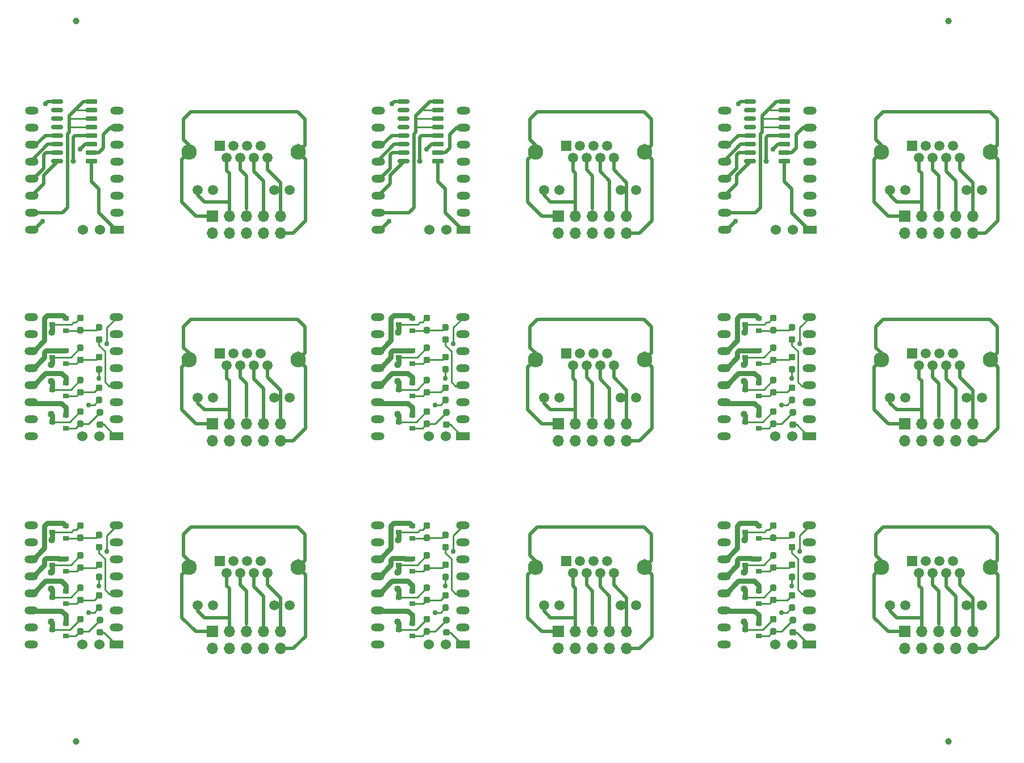
<source format=gbr>
%TF.GenerationSoftware,KiCad,Pcbnew,(5.1.8)-1*%
%TF.CreationDate,2021-02-10T13:28:32-06:00*%
%TF.ProjectId,PanelDrivers,50616e65-6c44-4726-9976-6572732e6b69,rev?*%
%TF.SameCoordinates,Original*%
%TF.FileFunction,Copper,L1,Top*%
%TF.FilePolarity,Positive*%
%FSLAX46Y46*%
G04 Gerber Fmt 4.6, Leading zero omitted, Abs format (unit mm)*
G04 Created by KiCad (PCBNEW (5.1.8)-1) date 2021-02-10 13:28:32*
%MOMM*%
%LPD*%
G01*
G04 APERTURE LIST*
%TA.AperFunction,ComponentPad*%
%ADD10R,1.700000X1.700000*%
%TD*%
%TA.AperFunction,ComponentPad*%
%ADD11O,1.700000X1.700000*%
%TD*%
%TA.AperFunction,ComponentPad*%
%ADD12C,1.500000*%
%TD*%
%TA.AperFunction,ComponentPad*%
%ADD13C,2.300000*%
%TD*%
%TA.AperFunction,ComponentPad*%
%ADD14R,1.500000X1.500000*%
%TD*%
%TA.AperFunction,SMDPad,CuDef*%
%ADD15C,1.000000*%
%TD*%
%TA.AperFunction,SMDPad,CuDef*%
%ADD16R,0.900000X0.800000*%
%TD*%
%TA.AperFunction,ComponentPad*%
%ADD17O,2.000000X1.200000*%
%TD*%
%TA.AperFunction,ComponentPad*%
%ADD18R,2.000000X1.200000*%
%TD*%
%TA.AperFunction,ComponentPad*%
%ADD19C,1.524000*%
%TD*%
%TA.AperFunction,ViaPad*%
%ADD20C,0.800000*%
%TD*%
%TA.AperFunction,ViaPad*%
%ADD21C,0.762000*%
%TD*%
%TA.AperFunction,ViaPad*%
%ADD22C,1.016000*%
%TD*%
%TA.AperFunction,Conductor*%
%ADD23C,0.508000*%
%TD*%
%TA.AperFunction,Conductor*%
%ADD24C,0.250000*%
%TD*%
%TA.AperFunction,Conductor*%
%ADD25C,0.254000*%
%TD*%
%TA.AperFunction,Conductor*%
%ADD26C,0.762000*%
%TD*%
G04 APERTURE END LIST*
D10*
%TO.P,J5,1*%
%TO.N,Net-(J5-Pad1)*%
X183456000Y-138612000D03*
D11*
%TO.P,J5,2*%
%TO.N,Net-(J5-Pad2)*%
X183456000Y-141152000D03*
%TO.P,J5,3*%
%TO.N,Net-(J5-Pad3)*%
X185996000Y-138612000D03*
%TO.P,J5,4*%
%TO.N,Net-(J5-Pad2)*%
X185996000Y-141152000D03*
%TO.P,J5,5*%
%TO.N,Net-(J5-Pad5)*%
X188536000Y-138612000D03*
%TO.P,J5,6*%
%TO.N,Net-(J5-Pad2)*%
X188536000Y-141152000D03*
%TO.P,J5,7*%
%TO.N,Net-(J5-Pad7)*%
X191076000Y-138612000D03*
%TO.P,J5,8*%
%TO.N,Net-(J5-Pad2)*%
X191076000Y-141152000D03*
%TO.P,J5,9*%
%TO.N,Net-(J5-Pad9)*%
X193616000Y-138612000D03*
%TO.P,J5,10*%
%TO.N,Net-(J5-Pad1)*%
X193616000Y-141152000D03*
%TD*%
D10*
%TO.P,J5,1*%
%TO.N,Net-(J5-Pad1)*%
X131856000Y-138612000D03*
D11*
%TO.P,J5,2*%
%TO.N,Net-(J5-Pad2)*%
X131856000Y-141152000D03*
%TO.P,J5,3*%
%TO.N,Net-(J5-Pad3)*%
X134396000Y-138612000D03*
%TO.P,J5,4*%
%TO.N,Net-(J5-Pad2)*%
X134396000Y-141152000D03*
%TO.P,J5,5*%
%TO.N,Net-(J5-Pad5)*%
X136936000Y-138612000D03*
%TO.P,J5,6*%
%TO.N,Net-(J5-Pad2)*%
X136936000Y-141152000D03*
%TO.P,J5,7*%
%TO.N,Net-(J5-Pad7)*%
X139476000Y-138612000D03*
%TO.P,J5,8*%
%TO.N,Net-(J5-Pad2)*%
X139476000Y-141152000D03*
%TO.P,J5,9*%
%TO.N,Net-(J5-Pad9)*%
X142016000Y-138612000D03*
%TO.P,J5,10*%
%TO.N,Net-(J5-Pad1)*%
X142016000Y-141152000D03*
%TD*%
D10*
%TO.P,J5,1*%
%TO.N,Net-(J5-Pad1)*%
X80256000Y-138612000D03*
D11*
%TO.P,J5,2*%
%TO.N,Net-(J5-Pad2)*%
X80256000Y-141152000D03*
%TO.P,J5,3*%
%TO.N,Net-(J5-Pad3)*%
X82796000Y-138612000D03*
%TO.P,J5,4*%
%TO.N,Net-(J5-Pad2)*%
X82796000Y-141152000D03*
%TO.P,J5,5*%
%TO.N,Net-(J5-Pad5)*%
X85336000Y-138612000D03*
%TO.P,J5,6*%
%TO.N,Net-(J5-Pad2)*%
X85336000Y-141152000D03*
%TO.P,J5,7*%
%TO.N,Net-(J5-Pad7)*%
X87876000Y-138612000D03*
%TO.P,J5,8*%
%TO.N,Net-(J5-Pad2)*%
X87876000Y-141152000D03*
%TO.P,J5,9*%
%TO.N,Net-(J5-Pad9)*%
X90416000Y-138612000D03*
%TO.P,J5,10*%
%TO.N,Net-(J5-Pad1)*%
X90416000Y-141152000D03*
%TD*%
D10*
%TO.P,J5,1*%
%TO.N,Net-(J5-Pad1)*%
X183456000Y-107612000D03*
D11*
%TO.P,J5,2*%
%TO.N,Net-(J5-Pad2)*%
X183456000Y-110152000D03*
%TO.P,J5,3*%
%TO.N,Net-(J5-Pad3)*%
X185996000Y-107612000D03*
%TO.P,J5,4*%
%TO.N,Net-(J5-Pad2)*%
X185996000Y-110152000D03*
%TO.P,J5,5*%
%TO.N,Net-(J5-Pad5)*%
X188536000Y-107612000D03*
%TO.P,J5,6*%
%TO.N,Net-(J5-Pad2)*%
X188536000Y-110152000D03*
%TO.P,J5,7*%
%TO.N,Net-(J5-Pad7)*%
X191076000Y-107612000D03*
%TO.P,J5,8*%
%TO.N,Net-(J5-Pad2)*%
X191076000Y-110152000D03*
%TO.P,J5,9*%
%TO.N,Net-(J5-Pad9)*%
X193616000Y-107612000D03*
%TO.P,J5,10*%
%TO.N,Net-(J5-Pad1)*%
X193616000Y-110152000D03*
%TD*%
D10*
%TO.P,J5,1*%
%TO.N,Net-(J5-Pad1)*%
X131856000Y-107612000D03*
D11*
%TO.P,J5,2*%
%TO.N,Net-(J5-Pad2)*%
X131856000Y-110152000D03*
%TO.P,J5,3*%
%TO.N,Net-(J5-Pad3)*%
X134396000Y-107612000D03*
%TO.P,J5,4*%
%TO.N,Net-(J5-Pad2)*%
X134396000Y-110152000D03*
%TO.P,J5,5*%
%TO.N,Net-(J5-Pad5)*%
X136936000Y-107612000D03*
%TO.P,J5,6*%
%TO.N,Net-(J5-Pad2)*%
X136936000Y-110152000D03*
%TO.P,J5,7*%
%TO.N,Net-(J5-Pad7)*%
X139476000Y-107612000D03*
%TO.P,J5,8*%
%TO.N,Net-(J5-Pad2)*%
X139476000Y-110152000D03*
%TO.P,J5,9*%
%TO.N,Net-(J5-Pad9)*%
X142016000Y-107612000D03*
%TO.P,J5,10*%
%TO.N,Net-(J5-Pad1)*%
X142016000Y-110152000D03*
%TD*%
D10*
%TO.P,J5,1*%
%TO.N,Net-(J5-Pad1)*%
X80256000Y-107612000D03*
D11*
%TO.P,J5,2*%
%TO.N,Net-(J5-Pad2)*%
X80256000Y-110152000D03*
%TO.P,J5,3*%
%TO.N,Net-(J5-Pad3)*%
X82796000Y-107612000D03*
%TO.P,J5,4*%
%TO.N,Net-(J5-Pad2)*%
X82796000Y-110152000D03*
%TO.P,J5,5*%
%TO.N,Net-(J5-Pad5)*%
X85336000Y-107612000D03*
%TO.P,J5,6*%
%TO.N,Net-(J5-Pad2)*%
X85336000Y-110152000D03*
%TO.P,J5,7*%
%TO.N,Net-(J5-Pad7)*%
X87876000Y-107612000D03*
%TO.P,J5,8*%
%TO.N,Net-(J5-Pad2)*%
X87876000Y-110152000D03*
%TO.P,J5,9*%
%TO.N,Net-(J5-Pad9)*%
X90416000Y-107612000D03*
%TO.P,J5,10*%
%TO.N,Net-(J5-Pad1)*%
X90416000Y-110152000D03*
%TD*%
D10*
%TO.P,J5,1*%
%TO.N,Net-(J5-Pad1)*%
X183456000Y-76612000D03*
D11*
%TO.P,J5,2*%
%TO.N,Net-(J5-Pad2)*%
X183456000Y-79152000D03*
%TO.P,J5,3*%
%TO.N,Net-(J5-Pad3)*%
X185996000Y-76612000D03*
%TO.P,J5,4*%
%TO.N,Net-(J5-Pad2)*%
X185996000Y-79152000D03*
%TO.P,J5,5*%
%TO.N,Net-(J5-Pad5)*%
X188536000Y-76612000D03*
%TO.P,J5,6*%
%TO.N,Net-(J5-Pad2)*%
X188536000Y-79152000D03*
%TO.P,J5,7*%
%TO.N,Net-(J5-Pad7)*%
X191076000Y-76612000D03*
%TO.P,J5,8*%
%TO.N,Net-(J5-Pad2)*%
X191076000Y-79152000D03*
%TO.P,J5,9*%
%TO.N,Net-(J5-Pad9)*%
X193616000Y-76612000D03*
%TO.P,J5,10*%
%TO.N,Net-(J5-Pad1)*%
X193616000Y-79152000D03*
%TD*%
D10*
%TO.P,J5,1*%
%TO.N,Net-(J5-Pad1)*%
X131856000Y-76612000D03*
D11*
%TO.P,J5,2*%
%TO.N,Net-(J5-Pad2)*%
X131856000Y-79152000D03*
%TO.P,J5,3*%
%TO.N,Net-(J5-Pad3)*%
X134396000Y-76612000D03*
%TO.P,J5,4*%
%TO.N,Net-(J5-Pad2)*%
X134396000Y-79152000D03*
%TO.P,J5,5*%
%TO.N,Net-(J5-Pad5)*%
X136936000Y-76612000D03*
%TO.P,J5,6*%
%TO.N,Net-(J5-Pad2)*%
X136936000Y-79152000D03*
%TO.P,J5,7*%
%TO.N,Net-(J5-Pad7)*%
X139476000Y-76612000D03*
%TO.P,J5,8*%
%TO.N,Net-(J5-Pad2)*%
X139476000Y-79152000D03*
%TO.P,J5,9*%
%TO.N,Net-(J5-Pad9)*%
X142016000Y-76612000D03*
%TO.P,J5,10*%
%TO.N,Net-(J5-Pad1)*%
X142016000Y-79152000D03*
%TD*%
D12*
%TO.P,J6,12*%
%TO.N,Net-(J6-Pad12)*%
X195020000Y-134700000D03*
%TO.P,J6,11*%
%TO.N,Net-(J5-Pad2)*%
X192730000Y-134700000D03*
%TO.P,J6,10*%
%TO.N,Net-(J6-Pad10)*%
X183590000Y-134700000D03*
%TO.P,J6,9*%
%TO.N,Net-(J5-Pad3)*%
X181300000Y-134700000D03*
D13*
%TO.P,J6,SH*%
%TO.N,Net-(J5-Pad1)*%
X180030000Y-128990000D03*
X196290000Y-128990000D03*
D12*
%TO.P,J6,8*%
%TO.N,Net-(J5-Pad9)*%
X191712000Y-129880000D03*
%TO.P,J6,6*%
%TO.N,Net-(J5-Pad7)*%
X189680000Y-129880000D03*
%TO.P,J6,4*%
%TO.N,Net-(J5-Pad5)*%
X187648000Y-129880000D03*
%TO.P,J6,2*%
%TO.N,Net-(J5-Pad3)*%
X185616000Y-129880000D03*
%TO.P,J6,7*%
%TO.N,Net-(J5-Pad2)*%
X190696000Y-128100000D03*
%TO.P,J6,5*%
X188664000Y-128100000D03*
%TO.P,J6,3*%
X186632000Y-128100000D03*
D14*
%TO.P,J6,1*%
X184600000Y-128100000D03*
%TD*%
D12*
%TO.P,J6,12*%
%TO.N,Net-(J6-Pad12)*%
X143420000Y-134700000D03*
%TO.P,J6,11*%
%TO.N,Net-(J5-Pad2)*%
X141130000Y-134700000D03*
%TO.P,J6,10*%
%TO.N,Net-(J6-Pad10)*%
X131990000Y-134700000D03*
%TO.P,J6,9*%
%TO.N,Net-(J5-Pad3)*%
X129700000Y-134700000D03*
D13*
%TO.P,J6,SH*%
%TO.N,Net-(J5-Pad1)*%
X128430000Y-128990000D03*
X144690000Y-128990000D03*
D12*
%TO.P,J6,8*%
%TO.N,Net-(J5-Pad9)*%
X140112000Y-129880000D03*
%TO.P,J6,6*%
%TO.N,Net-(J5-Pad7)*%
X138080000Y-129880000D03*
%TO.P,J6,4*%
%TO.N,Net-(J5-Pad5)*%
X136048000Y-129880000D03*
%TO.P,J6,2*%
%TO.N,Net-(J5-Pad3)*%
X134016000Y-129880000D03*
%TO.P,J6,7*%
%TO.N,Net-(J5-Pad2)*%
X139096000Y-128100000D03*
%TO.P,J6,5*%
X137064000Y-128100000D03*
%TO.P,J6,3*%
X135032000Y-128100000D03*
D14*
%TO.P,J6,1*%
X133000000Y-128100000D03*
%TD*%
D12*
%TO.P,J6,12*%
%TO.N,Net-(J6-Pad12)*%
X91820000Y-134700000D03*
%TO.P,J6,11*%
%TO.N,Net-(J5-Pad2)*%
X89530000Y-134700000D03*
%TO.P,J6,10*%
%TO.N,Net-(J6-Pad10)*%
X80390000Y-134700000D03*
%TO.P,J6,9*%
%TO.N,Net-(J5-Pad3)*%
X78100000Y-134700000D03*
D13*
%TO.P,J6,SH*%
%TO.N,Net-(J5-Pad1)*%
X76830000Y-128990000D03*
X93090000Y-128990000D03*
D12*
%TO.P,J6,8*%
%TO.N,Net-(J5-Pad9)*%
X88512000Y-129880000D03*
%TO.P,J6,6*%
%TO.N,Net-(J5-Pad7)*%
X86480000Y-129880000D03*
%TO.P,J6,4*%
%TO.N,Net-(J5-Pad5)*%
X84448000Y-129880000D03*
%TO.P,J6,2*%
%TO.N,Net-(J5-Pad3)*%
X82416000Y-129880000D03*
%TO.P,J6,7*%
%TO.N,Net-(J5-Pad2)*%
X87496000Y-128100000D03*
%TO.P,J6,5*%
X85464000Y-128100000D03*
%TO.P,J6,3*%
X83432000Y-128100000D03*
D14*
%TO.P,J6,1*%
X81400000Y-128100000D03*
%TD*%
D12*
%TO.P,J6,12*%
%TO.N,Net-(J6-Pad12)*%
X195020000Y-103700000D03*
%TO.P,J6,11*%
%TO.N,Net-(J5-Pad2)*%
X192730000Y-103700000D03*
%TO.P,J6,10*%
%TO.N,Net-(J6-Pad10)*%
X183590000Y-103700000D03*
%TO.P,J6,9*%
%TO.N,Net-(J5-Pad3)*%
X181300000Y-103700000D03*
D13*
%TO.P,J6,SH*%
%TO.N,Net-(J5-Pad1)*%
X180030000Y-97990000D03*
X196290000Y-97990000D03*
D12*
%TO.P,J6,8*%
%TO.N,Net-(J5-Pad9)*%
X191712000Y-98880000D03*
%TO.P,J6,6*%
%TO.N,Net-(J5-Pad7)*%
X189680000Y-98880000D03*
%TO.P,J6,4*%
%TO.N,Net-(J5-Pad5)*%
X187648000Y-98880000D03*
%TO.P,J6,2*%
%TO.N,Net-(J5-Pad3)*%
X185616000Y-98880000D03*
%TO.P,J6,7*%
%TO.N,Net-(J5-Pad2)*%
X190696000Y-97100000D03*
%TO.P,J6,5*%
X188664000Y-97100000D03*
%TO.P,J6,3*%
X186632000Y-97100000D03*
D14*
%TO.P,J6,1*%
X184600000Y-97100000D03*
%TD*%
D12*
%TO.P,J6,12*%
%TO.N,Net-(J6-Pad12)*%
X143420000Y-103700000D03*
%TO.P,J6,11*%
%TO.N,Net-(J5-Pad2)*%
X141130000Y-103700000D03*
%TO.P,J6,10*%
%TO.N,Net-(J6-Pad10)*%
X131990000Y-103700000D03*
%TO.P,J6,9*%
%TO.N,Net-(J5-Pad3)*%
X129700000Y-103700000D03*
D13*
%TO.P,J6,SH*%
%TO.N,Net-(J5-Pad1)*%
X128430000Y-97990000D03*
X144690000Y-97990000D03*
D12*
%TO.P,J6,8*%
%TO.N,Net-(J5-Pad9)*%
X140112000Y-98880000D03*
%TO.P,J6,6*%
%TO.N,Net-(J5-Pad7)*%
X138080000Y-98880000D03*
%TO.P,J6,4*%
%TO.N,Net-(J5-Pad5)*%
X136048000Y-98880000D03*
%TO.P,J6,2*%
%TO.N,Net-(J5-Pad3)*%
X134016000Y-98880000D03*
%TO.P,J6,7*%
%TO.N,Net-(J5-Pad2)*%
X139096000Y-97100000D03*
%TO.P,J6,5*%
X137064000Y-97100000D03*
%TO.P,J6,3*%
X135032000Y-97100000D03*
D14*
%TO.P,J6,1*%
X133000000Y-97100000D03*
%TD*%
D12*
%TO.P,J6,12*%
%TO.N,Net-(J6-Pad12)*%
X91820000Y-103700000D03*
%TO.P,J6,11*%
%TO.N,Net-(J5-Pad2)*%
X89530000Y-103700000D03*
%TO.P,J6,10*%
%TO.N,Net-(J6-Pad10)*%
X80390000Y-103700000D03*
%TO.P,J6,9*%
%TO.N,Net-(J5-Pad3)*%
X78100000Y-103700000D03*
D13*
%TO.P,J6,SH*%
%TO.N,Net-(J5-Pad1)*%
X76830000Y-97990000D03*
X93090000Y-97990000D03*
D12*
%TO.P,J6,8*%
%TO.N,Net-(J5-Pad9)*%
X88512000Y-98880000D03*
%TO.P,J6,6*%
%TO.N,Net-(J5-Pad7)*%
X86480000Y-98880000D03*
%TO.P,J6,4*%
%TO.N,Net-(J5-Pad5)*%
X84448000Y-98880000D03*
%TO.P,J6,2*%
%TO.N,Net-(J5-Pad3)*%
X82416000Y-98880000D03*
%TO.P,J6,7*%
%TO.N,Net-(J5-Pad2)*%
X87496000Y-97100000D03*
%TO.P,J6,5*%
X85464000Y-97100000D03*
%TO.P,J6,3*%
X83432000Y-97100000D03*
D14*
%TO.P,J6,1*%
X81400000Y-97100000D03*
%TD*%
D12*
%TO.P,J6,12*%
%TO.N,Net-(J6-Pad12)*%
X195020000Y-72700000D03*
%TO.P,J6,11*%
%TO.N,Net-(J5-Pad2)*%
X192730000Y-72700000D03*
%TO.P,J6,10*%
%TO.N,Net-(J6-Pad10)*%
X183590000Y-72700000D03*
%TO.P,J6,9*%
%TO.N,Net-(J5-Pad3)*%
X181300000Y-72700000D03*
D13*
%TO.P,J6,SH*%
%TO.N,Net-(J5-Pad1)*%
X180030000Y-66990000D03*
X196290000Y-66990000D03*
D12*
%TO.P,J6,8*%
%TO.N,Net-(J5-Pad9)*%
X191712000Y-67880000D03*
%TO.P,J6,6*%
%TO.N,Net-(J5-Pad7)*%
X189680000Y-67880000D03*
%TO.P,J6,4*%
%TO.N,Net-(J5-Pad5)*%
X187648000Y-67880000D03*
%TO.P,J6,2*%
%TO.N,Net-(J5-Pad3)*%
X185616000Y-67880000D03*
%TO.P,J6,7*%
%TO.N,Net-(J5-Pad2)*%
X190696000Y-66100000D03*
%TO.P,J6,5*%
X188664000Y-66100000D03*
%TO.P,J6,3*%
X186632000Y-66100000D03*
D14*
%TO.P,J6,1*%
X184600000Y-66100000D03*
%TD*%
D12*
%TO.P,J6,12*%
%TO.N,Net-(J6-Pad12)*%
X143420000Y-72700000D03*
%TO.P,J6,11*%
%TO.N,Net-(J5-Pad2)*%
X141130000Y-72700000D03*
%TO.P,J6,10*%
%TO.N,Net-(J6-Pad10)*%
X131990000Y-72700000D03*
%TO.P,J6,9*%
%TO.N,Net-(J5-Pad3)*%
X129700000Y-72700000D03*
D13*
%TO.P,J6,SH*%
%TO.N,Net-(J5-Pad1)*%
X128430000Y-66990000D03*
X144690000Y-66990000D03*
D12*
%TO.P,J6,8*%
%TO.N,Net-(J5-Pad9)*%
X140112000Y-67880000D03*
%TO.P,J6,6*%
%TO.N,Net-(J5-Pad7)*%
X138080000Y-67880000D03*
%TO.P,J6,4*%
%TO.N,Net-(J5-Pad5)*%
X136048000Y-67880000D03*
%TO.P,J6,2*%
%TO.N,Net-(J5-Pad3)*%
X134016000Y-67880000D03*
%TO.P,J6,7*%
%TO.N,Net-(J5-Pad2)*%
X139096000Y-66100000D03*
%TO.P,J6,5*%
X137064000Y-66100000D03*
%TO.P,J6,3*%
X135032000Y-66100000D03*
D14*
%TO.P,J6,1*%
X133000000Y-66100000D03*
%TD*%
D11*
%TO.P,J5,10*%
%TO.N,Net-(J5-Pad1)*%
X90416000Y-79152000D03*
%TO.P,J5,9*%
%TO.N,Net-(J5-Pad9)*%
X90416000Y-76612000D03*
%TO.P,J5,8*%
%TO.N,Net-(J5-Pad2)*%
X87876000Y-79152000D03*
%TO.P,J5,7*%
%TO.N,Net-(J5-Pad7)*%
X87876000Y-76612000D03*
%TO.P,J5,6*%
%TO.N,Net-(J5-Pad2)*%
X85336000Y-79152000D03*
%TO.P,J5,5*%
%TO.N,Net-(J5-Pad5)*%
X85336000Y-76612000D03*
%TO.P,J5,4*%
%TO.N,Net-(J5-Pad2)*%
X82796000Y-79152000D03*
%TO.P,J5,3*%
%TO.N,Net-(J5-Pad3)*%
X82796000Y-76612000D03*
%TO.P,J5,2*%
%TO.N,Net-(J5-Pad2)*%
X80256000Y-79152000D03*
D10*
%TO.P,J5,1*%
%TO.N,Net-(J5-Pad1)*%
X80256000Y-76612000D03*
%TD*%
D15*
%TO.P,FD2,~*%
%TO.N,N/C*%
X60000000Y-155000000D03*
%TD*%
%TO.P,FD2,~*%
%TO.N,N/C*%
X190000000Y-155000000D03*
%TD*%
%TO.P,FD2,~*%
%TO.N,N/C*%
X190000000Y-47500000D03*
%TD*%
%TO.P,FD2,~*%
%TO.N,N/C*%
X60000000Y-47500000D03*
%TD*%
%TO.P,R9,2*%
%TO.N,Net-(J11-Pad15)*%
%TA.AperFunction,SMDPad,CuDef*%
G36*
G01*
X164131300Y-137240200D02*
X163656300Y-137240200D01*
G75*
G02*
X163418800Y-137002700I0J237500D01*
G01*
X163418800Y-136502700D01*
G75*
G02*
X163656300Y-136265200I237500J0D01*
G01*
X164131300Y-136265200D01*
G75*
G02*
X164368800Y-136502700I0J-237500D01*
G01*
X164368800Y-137002700D01*
G75*
G02*
X164131300Y-137240200I-237500J0D01*
G01*
G37*
%TD.AperFunction*%
%TO.P,R9,1*%
%TO.N,Net-(Q2-Pad1)*%
%TA.AperFunction,SMDPad,CuDef*%
G36*
G01*
X164131300Y-139065200D02*
X163656300Y-139065200D01*
G75*
G02*
X163418800Y-138827700I0J237500D01*
G01*
X163418800Y-138327700D01*
G75*
G02*
X163656300Y-138090200I237500J0D01*
G01*
X164131300Y-138090200D01*
G75*
G02*
X164368800Y-138327700I0J-237500D01*
G01*
X164368800Y-138827700D01*
G75*
G02*
X164131300Y-139065200I-237500J0D01*
G01*
G37*
%TD.AperFunction*%
%TD*%
%TO.P,R9,2*%
%TO.N,Net-(J11-Pad15)*%
%TA.AperFunction,SMDPad,CuDef*%
G36*
G01*
X112481300Y-137240200D02*
X112006300Y-137240200D01*
G75*
G02*
X111768800Y-137002700I0J237500D01*
G01*
X111768800Y-136502700D01*
G75*
G02*
X112006300Y-136265200I237500J0D01*
G01*
X112481300Y-136265200D01*
G75*
G02*
X112718800Y-136502700I0J-237500D01*
G01*
X112718800Y-137002700D01*
G75*
G02*
X112481300Y-137240200I-237500J0D01*
G01*
G37*
%TD.AperFunction*%
%TO.P,R9,1*%
%TO.N,Net-(Q2-Pad1)*%
%TA.AperFunction,SMDPad,CuDef*%
G36*
G01*
X112481300Y-139065200D02*
X112006300Y-139065200D01*
G75*
G02*
X111768800Y-138827700I0J237500D01*
G01*
X111768800Y-138327700D01*
G75*
G02*
X112006300Y-138090200I237500J0D01*
G01*
X112481300Y-138090200D01*
G75*
G02*
X112718800Y-138327700I0J-237500D01*
G01*
X112718800Y-138827700D01*
G75*
G02*
X112481300Y-139065200I-237500J0D01*
G01*
G37*
%TD.AperFunction*%
%TD*%
%TO.P,R10,1*%
%TO.N,Net-(J11-Pad8)*%
%TA.AperFunction,SMDPad,CuDef*%
G36*
G01*
X166925300Y-130937200D02*
X166450300Y-130937200D01*
G75*
G02*
X166212800Y-130699700I0J237500D01*
G01*
X166212800Y-130199700D01*
G75*
G02*
X166450300Y-129962200I237500J0D01*
G01*
X166925300Y-129962200D01*
G75*
G02*
X167162800Y-130199700I0J-237500D01*
G01*
X167162800Y-130699700D01*
G75*
G02*
X166925300Y-130937200I-237500J0D01*
G01*
G37*
%TD.AperFunction*%
%TO.P,R10,2*%
%TO.N,Net-(Q3-Pad1)*%
%TA.AperFunction,SMDPad,CuDef*%
G36*
G01*
X166925300Y-129112200D02*
X166450300Y-129112200D01*
G75*
G02*
X166212800Y-128874700I0J237500D01*
G01*
X166212800Y-128374700D01*
G75*
G02*
X166450300Y-128137200I237500J0D01*
G01*
X166925300Y-128137200D01*
G75*
G02*
X167162800Y-128374700I0J-237500D01*
G01*
X167162800Y-128874700D01*
G75*
G02*
X166925300Y-129112200I-237500J0D01*
G01*
G37*
%TD.AperFunction*%
%TD*%
%TO.P,R10,1*%
%TO.N,Net-(J11-Pad8)*%
%TA.AperFunction,SMDPad,CuDef*%
G36*
G01*
X115275300Y-130937200D02*
X114800300Y-130937200D01*
G75*
G02*
X114562800Y-130699700I0J237500D01*
G01*
X114562800Y-130199700D01*
G75*
G02*
X114800300Y-129962200I237500J0D01*
G01*
X115275300Y-129962200D01*
G75*
G02*
X115512800Y-130199700I0J-237500D01*
G01*
X115512800Y-130699700D01*
G75*
G02*
X115275300Y-130937200I-237500J0D01*
G01*
G37*
%TD.AperFunction*%
%TO.P,R10,2*%
%TO.N,Net-(Q3-Pad1)*%
%TA.AperFunction,SMDPad,CuDef*%
G36*
G01*
X115275300Y-129112200D02*
X114800300Y-129112200D01*
G75*
G02*
X114562800Y-128874700I0J237500D01*
G01*
X114562800Y-128374700D01*
G75*
G02*
X114800300Y-128137200I237500J0D01*
G01*
X115275300Y-128137200D01*
G75*
G02*
X115512800Y-128374700I0J-237500D01*
G01*
X115512800Y-128874700D01*
G75*
G02*
X115275300Y-129112200I-237500J0D01*
G01*
G37*
%TD.AperFunction*%
%TD*%
%TO.P,R21,2*%
%TO.N,Net-(J11-Pad15)*%
%TA.AperFunction,SMDPad,CuDef*%
G36*
G01*
X164131300Y-123270200D02*
X163656300Y-123270200D01*
G75*
G02*
X163418800Y-123032700I0J237500D01*
G01*
X163418800Y-122532700D01*
G75*
G02*
X163656300Y-122295200I237500J0D01*
G01*
X164131300Y-122295200D01*
G75*
G02*
X164368800Y-122532700I0J-237500D01*
G01*
X164368800Y-123032700D01*
G75*
G02*
X164131300Y-123270200I-237500J0D01*
G01*
G37*
%TD.AperFunction*%
%TO.P,R21,1*%
%TO.N,Net-(Q5-Pad1)*%
%TA.AperFunction,SMDPad,CuDef*%
G36*
G01*
X164131300Y-125095200D02*
X163656300Y-125095200D01*
G75*
G02*
X163418800Y-124857700I0J237500D01*
G01*
X163418800Y-124357700D01*
G75*
G02*
X163656300Y-124120200I237500J0D01*
G01*
X164131300Y-124120200D01*
G75*
G02*
X164368800Y-124357700I0J-237500D01*
G01*
X164368800Y-124857700D01*
G75*
G02*
X164131300Y-125095200I-237500J0D01*
G01*
G37*
%TD.AperFunction*%
%TD*%
%TO.P,R21,2*%
%TO.N,Net-(J11-Pad15)*%
%TA.AperFunction,SMDPad,CuDef*%
G36*
G01*
X112481300Y-123270200D02*
X112006300Y-123270200D01*
G75*
G02*
X111768800Y-123032700I0J237500D01*
G01*
X111768800Y-122532700D01*
G75*
G02*
X112006300Y-122295200I237500J0D01*
G01*
X112481300Y-122295200D01*
G75*
G02*
X112718800Y-122532700I0J-237500D01*
G01*
X112718800Y-123032700D01*
G75*
G02*
X112481300Y-123270200I-237500J0D01*
G01*
G37*
%TD.AperFunction*%
%TO.P,R21,1*%
%TO.N,Net-(Q5-Pad1)*%
%TA.AperFunction,SMDPad,CuDef*%
G36*
G01*
X112481300Y-125095200D02*
X112006300Y-125095200D01*
G75*
G02*
X111768800Y-124857700I0J237500D01*
G01*
X111768800Y-124357700D01*
G75*
G02*
X112006300Y-124120200I237500J0D01*
G01*
X112481300Y-124120200D01*
G75*
G02*
X112718800Y-124357700I0J-237500D01*
G01*
X112718800Y-124857700D01*
G75*
G02*
X112481300Y-125095200I-237500J0D01*
G01*
G37*
%TD.AperFunction*%
%TD*%
D16*
%TO.P,Q2,3*%
%TO.N,Net-(J11-Pad15)*%
X159718800Y-138300200D03*
%TO.P,Q2,2*%
%TO.N,Net-(J11-Pad14)*%
X161718800Y-137350200D03*
%TO.P,Q2,1*%
%TO.N,Net-(Q2-Pad1)*%
X161718800Y-139250200D03*
%TD*%
%TO.P,Q2,3*%
%TO.N,Net-(J11-Pad15)*%
X108068800Y-138300200D03*
%TO.P,Q2,2*%
%TO.N,Net-(J11-Pad14)*%
X110068800Y-137350200D03*
%TO.P,Q2,1*%
%TO.N,Net-(Q2-Pad1)*%
X110068800Y-139250200D03*
%TD*%
%TO.P,Q4,1*%
%TO.N,Net-(Q4-Pad1)*%
X161718800Y-134424200D03*
%TO.P,Q4,2*%
%TO.N,Net-(J11-Pad13)*%
X161718800Y-132524200D03*
%TO.P,Q4,3*%
%TO.N,Net-(J11-Pad15)*%
X159718800Y-133474200D03*
%TD*%
%TO.P,Q4,1*%
%TO.N,Net-(Q4-Pad1)*%
X110068800Y-134424200D03*
%TO.P,Q4,2*%
%TO.N,Net-(J11-Pad13)*%
X110068800Y-132524200D03*
%TO.P,Q4,3*%
%TO.N,Net-(J11-Pad15)*%
X108068800Y-133474200D03*
%TD*%
%TO.P,R8,1*%
%TO.N,Net-(J11-Pad1)*%
%TA.AperFunction,SMDPad,CuDef*%
G36*
G01*
X167052300Y-139192200D02*
X166577300Y-139192200D01*
G75*
G02*
X166339800Y-138954700I0J237500D01*
G01*
X166339800Y-138454700D01*
G75*
G02*
X166577300Y-138217200I237500J0D01*
G01*
X167052300Y-138217200D01*
G75*
G02*
X167289800Y-138454700I0J-237500D01*
G01*
X167289800Y-138954700D01*
G75*
G02*
X167052300Y-139192200I-237500J0D01*
G01*
G37*
%TD.AperFunction*%
%TO.P,R8,2*%
%TO.N,Net-(Q2-Pad1)*%
%TA.AperFunction,SMDPad,CuDef*%
G36*
G01*
X167052300Y-137367200D02*
X166577300Y-137367200D01*
G75*
G02*
X166339800Y-137129700I0J237500D01*
G01*
X166339800Y-136629700D01*
G75*
G02*
X166577300Y-136392200I237500J0D01*
G01*
X167052300Y-136392200D01*
G75*
G02*
X167289800Y-136629700I0J-237500D01*
G01*
X167289800Y-137129700D01*
G75*
G02*
X167052300Y-137367200I-237500J0D01*
G01*
G37*
%TD.AperFunction*%
%TD*%
%TO.P,R8,1*%
%TO.N,Net-(J11-Pad1)*%
%TA.AperFunction,SMDPad,CuDef*%
G36*
G01*
X115402300Y-139192200D02*
X114927300Y-139192200D01*
G75*
G02*
X114689800Y-138954700I0J237500D01*
G01*
X114689800Y-138454700D01*
G75*
G02*
X114927300Y-138217200I237500J0D01*
G01*
X115402300Y-138217200D01*
G75*
G02*
X115639800Y-138454700I0J-237500D01*
G01*
X115639800Y-138954700D01*
G75*
G02*
X115402300Y-139192200I-237500J0D01*
G01*
G37*
%TD.AperFunction*%
%TO.P,R8,2*%
%TO.N,Net-(Q2-Pad1)*%
%TA.AperFunction,SMDPad,CuDef*%
G36*
G01*
X115402300Y-137367200D02*
X114927300Y-137367200D01*
G75*
G02*
X114689800Y-137129700I0J237500D01*
G01*
X114689800Y-136629700D01*
G75*
G02*
X114927300Y-136392200I237500J0D01*
G01*
X115402300Y-136392200D01*
G75*
G02*
X115639800Y-136629700I0J-237500D01*
G01*
X115639800Y-137129700D01*
G75*
G02*
X115402300Y-137367200I-237500J0D01*
G01*
G37*
%TD.AperFunction*%
%TD*%
%TO.P,Q3,3*%
%TO.N,Net-(J11-Pad15)*%
X159718800Y-128648200D03*
%TO.P,Q3,2*%
%TO.N,Net-(J11-Pad12)*%
X161718800Y-127698200D03*
%TO.P,Q3,1*%
%TO.N,Net-(Q3-Pad1)*%
X161718800Y-129598200D03*
%TD*%
%TO.P,Q3,3*%
%TO.N,Net-(J11-Pad15)*%
X108068800Y-128648200D03*
%TO.P,Q3,2*%
%TO.N,Net-(J11-Pad12)*%
X110068800Y-127698200D03*
%TO.P,Q3,1*%
%TO.N,Net-(Q3-Pad1)*%
X110068800Y-129598200D03*
%TD*%
%TO.P,R20,1*%
%TO.N,Net-(J11-Pad4)*%
%TA.AperFunction,SMDPad,CuDef*%
G36*
G01*
X166925300Y-126492200D02*
X166450300Y-126492200D01*
G75*
G02*
X166212800Y-126254700I0J237500D01*
G01*
X166212800Y-125754700D01*
G75*
G02*
X166450300Y-125517200I237500J0D01*
G01*
X166925300Y-125517200D01*
G75*
G02*
X167162800Y-125754700I0J-237500D01*
G01*
X167162800Y-126254700D01*
G75*
G02*
X166925300Y-126492200I-237500J0D01*
G01*
G37*
%TD.AperFunction*%
%TO.P,R20,2*%
%TO.N,Net-(Q5-Pad1)*%
%TA.AperFunction,SMDPad,CuDef*%
G36*
G01*
X166925300Y-124667200D02*
X166450300Y-124667200D01*
G75*
G02*
X166212800Y-124429700I0J237500D01*
G01*
X166212800Y-123929700D01*
G75*
G02*
X166450300Y-123692200I237500J0D01*
G01*
X166925300Y-123692200D01*
G75*
G02*
X167162800Y-123929700I0J-237500D01*
G01*
X167162800Y-124429700D01*
G75*
G02*
X166925300Y-124667200I-237500J0D01*
G01*
G37*
%TD.AperFunction*%
%TD*%
%TO.P,R20,1*%
%TO.N,Net-(J11-Pad4)*%
%TA.AperFunction,SMDPad,CuDef*%
G36*
G01*
X115275300Y-126492200D02*
X114800300Y-126492200D01*
G75*
G02*
X114562800Y-126254700I0J237500D01*
G01*
X114562800Y-125754700D01*
G75*
G02*
X114800300Y-125517200I237500J0D01*
G01*
X115275300Y-125517200D01*
G75*
G02*
X115512800Y-125754700I0J-237500D01*
G01*
X115512800Y-126254700D01*
G75*
G02*
X115275300Y-126492200I-237500J0D01*
G01*
G37*
%TD.AperFunction*%
%TO.P,R20,2*%
%TO.N,Net-(Q5-Pad1)*%
%TA.AperFunction,SMDPad,CuDef*%
G36*
G01*
X115275300Y-124667200D02*
X114800300Y-124667200D01*
G75*
G02*
X114562800Y-124429700I0J237500D01*
G01*
X114562800Y-123929700D01*
G75*
G02*
X114800300Y-123692200I237500J0D01*
G01*
X115275300Y-123692200D01*
G75*
G02*
X115512800Y-123929700I0J-237500D01*
G01*
X115512800Y-124429700D01*
G75*
G02*
X115275300Y-124667200I-237500J0D01*
G01*
G37*
%TD.AperFunction*%
%TD*%
D17*
%TO.P,~,16*%
%TO.N,Net-(J11-Pad16)*%
X156555801Y-140479201D03*
D18*
%TO.P,~,1*%
%TO.N,Net-(J11-Pad1)*%
X169255801Y-140479201D03*
D17*
%TO.P,~,15*%
%TO.N,Net-(J11-Pad15)*%
X156555801Y-137939201D03*
%TO.P,~,2*%
%TO.N,Net-(J11-Pad2)*%
X169255801Y-137939201D03*
%TO.P,~,14*%
%TO.N,Net-(J11-Pad14)*%
X156555801Y-135399201D03*
%TO.P,~,3*%
%TO.N,Net-(J11-Pad3)*%
X169255801Y-135399201D03*
%TO.P,~,13*%
%TO.N,Net-(J11-Pad13)*%
X156555801Y-132859201D03*
%TO.P,~,4*%
%TO.N,Net-(J11-Pad4)*%
X169255801Y-132859201D03*
%TO.P,~,12*%
%TO.N,Net-(J11-Pad12)*%
X156555801Y-130319201D03*
%TO.P,~,5*%
%TO.N,Net-(J11-Pad5)*%
X169255801Y-130319201D03*
%TO.P,~,11*%
%TO.N,Net-(J11-Pad11)*%
X156555801Y-127779201D03*
%TO.P,~,6*%
%TO.N,Net-(J11-Pad6)*%
X169255801Y-127779201D03*
%TO.P,~,10*%
%TO.N,Net-(J11-Pad10)*%
X156555801Y-125239201D03*
%TO.P,~,7*%
%TO.N,Net-(J11-Pad7)*%
X169255801Y-125239201D03*
%TO.P,~,9*%
%TO.N,Net-(J11-Pad15)*%
X156555801Y-122699201D03*
%TO.P,~,8*%
%TO.N,Net-(J11-Pad8)*%
X169255801Y-122699201D03*
D19*
%TO.P,~,18*%
%TO.N,Net-(J11-Pad18)*%
X166715801Y-140479201D03*
%TO.P,~,17*%
%TO.N,Net-(J11-Pad17)*%
X164175801Y-140479201D03*
%TD*%
D17*
%TO.P,~,16*%
%TO.N,Net-(J11-Pad16)*%
X104905801Y-140479201D03*
D18*
%TO.P,~,1*%
%TO.N,Net-(J11-Pad1)*%
X117605801Y-140479201D03*
D17*
%TO.P,~,15*%
%TO.N,Net-(J11-Pad15)*%
X104905801Y-137939201D03*
%TO.P,~,2*%
%TO.N,Net-(J11-Pad2)*%
X117605801Y-137939201D03*
%TO.P,~,14*%
%TO.N,Net-(J11-Pad14)*%
X104905801Y-135399201D03*
%TO.P,~,3*%
%TO.N,Net-(J11-Pad3)*%
X117605801Y-135399201D03*
%TO.P,~,13*%
%TO.N,Net-(J11-Pad13)*%
X104905801Y-132859201D03*
%TO.P,~,4*%
%TO.N,Net-(J11-Pad4)*%
X117605801Y-132859201D03*
%TO.P,~,12*%
%TO.N,Net-(J11-Pad12)*%
X104905801Y-130319201D03*
%TO.P,~,5*%
%TO.N,Net-(J11-Pad5)*%
X117605801Y-130319201D03*
%TO.P,~,11*%
%TO.N,Net-(J11-Pad11)*%
X104905801Y-127779201D03*
%TO.P,~,6*%
%TO.N,Net-(J11-Pad6)*%
X117605801Y-127779201D03*
%TO.P,~,10*%
%TO.N,Net-(J11-Pad10)*%
X104905801Y-125239201D03*
%TO.P,~,7*%
%TO.N,Net-(J11-Pad7)*%
X117605801Y-125239201D03*
%TO.P,~,9*%
%TO.N,Net-(J11-Pad15)*%
X104905801Y-122699201D03*
%TO.P,~,8*%
%TO.N,Net-(J11-Pad8)*%
X117605801Y-122699201D03*
D19*
%TO.P,~,18*%
%TO.N,Net-(J11-Pad18)*%
X115065801Y-140479201D03*
%TO.P,~,17*%
%TO.N,Net-(J11-Pad17)*%
X112525801Y-140479201D03*
%TD*%
D16*
%TO.P,Q5,1*%
%TO.N,Net-(Q5-Pad1)*%
X161734800Y-124711200D03*
%TO.P,Q5,2*%
%TO.N,Net-(J11-Pad11)*%
X161734800Y-122811200D03*
%TO.P,Q5,3*%
%TO.N,Net-(J11-Pad15)*%
X159734800Y-123761200D03*
%TD*%
%TO.P,Q5,1*%
%TO.N,Net-(Q5-Pad1)*%
X110084800Y-124711200D03*
%TO.P,Q5,2*%
%TO.N,Net-(J11-Pad11)*%
X110084800Y-122811200D03*
%TO.P,Q5,3*%
%TO.N,Net-(J11-Pad15)*%
X108084800Y-123761200D03*
%TD*%
%TO.P,R19,2*%
%TO.N,Net-(J11-Pad15)*%
%TA.AperFunction,SMDPad,CuDef*%
G36*
G01*
X164131300Y-132541200D02*
X163656300Y-132541200D01*
G75*
G02*
X163418800Y-132303700I0J237500D01*
G01*
X163418800Y-131803700D01*
G75*
G02*
X163656300Y-131566200I237500J0D01*
G01*
X164131300Y-131566200D01*
G75*
G02*
X164368800Y-131803700I0J-237500D01*
G01*
X164368800Y-132303700D01*
G75*
G02*
X164131300Y-132541200I-237500J0D01*
G01*
G37*
%TD.AperFunction*%
%TO.P,R19,1*%
%TO.N,Net-(Q4-Pad1)*%
%TA.AperFunction,SMDPad,CuDef*%
G36*
G01*
X164131300Y-134366200D02*
X163656300Y-134366200D01*
G75*
G02*
X163418800Y-134128700I0J237500D01*
G01*
X163418800Y-133628700D01*
G75*
G02*
X163656300Y-133391200I237500J0D01*
G01*
X164131300Y-133391200D01*
G75*
G02*
X164368800Y-133628700I0J-237500D01*
G01*
X164368800Y-134128700D01*
G75*
G02*
X164131300Y-134366200I-237500J0D01*
G01*
G37*
%TD.AperFunction*%
%TD*%
%TO.P,R19,2*%
%TO.N,Net-(J11-Pad15)*%
%TA.AperFunction,SMDPad,CuDef*%
G36*
G01*
X112481300Y-132541200D02*
X112006300Y-132541200D01*
G75*
G02*
X111768800Y-132303700I0J237500D01*
G01*
X111768800Y-131803700D01*
G75*
G02*
X112006300Y-131566200I237500J0D01*
G01*
X112481300Y-131566200D01*
G75*
G02*
X112718800Y-131803700I0J-237500D01*
G01*
X112718800Y-132303700D01*
G75*
G02*
X112481300Y-132541200I-237500J0D01*
G01*
G37*
%TD.AperFunction*%
%TO.P,R19,1*%
%TO.N,Net-(Q4-Pad1)*%
%TA.AperFunction,SMDPad,CuDef*%
G36*
G01*
X112481300Y-134366200D02*
X112006300Y-134366200D01*
G75*
G02*
X111768800Y-134128700I0J237500D01*
G01*
X111768800Y-133628700D01*
G75*
G02*
X112006300Y-133391200I237500J0D01*
G01*
X112481300Y-133391200D01*
G75*
G02*
X112718800Y-133628700I0J-237500D01*
G01*
X112718800Y-134128700D01*
G75*
G02*
X112481300Y-134366200I-237500J0D01*
G01*
G37*
%TD.AperFunction*%
%TD*%
%TO.P,R18,1*%
%TO.N,Net-(J11-Pad7)*%
%TA.AperFunction,SMDPad,CuDef*%
G36*
G01*
X166925300Y-135509200D02*
X166450300Y-135509200D01*
G75*
G02*
X166212800Y-135271700I0J237500D01*
G01*
X166212800Y-134771700D01*
G75*
G02*
X166450300Y-134534200I237500J0D01*
G01*
X166925300Y-134534200D01*
G75*
G02*
X167162800Y-134771700I0J-237500D01*
G01*
X167162800Y-135271700D01*
G75*
G02*
X166925300Y-135509200I-237500J0D01*
G01*
G37*
%TD.AperFunction*%
%TO.P,R18,2*%
%TO.N,Net-(Q4-Pad1)*%
%TA.AperFunction,SMDPad,CuDef*%
G36*
G01*
X166925300Y-133684200D02*
X166450300Y-133684200D01*
G75*
G02*
X166212800Y-133446700I0J237500D01*
G01*
X166212800Y-132946700D01*
G75*
G02*
X166450300Y-132709200I237500J0D01*
G01*
X166925300Y-132709200D01*
G75*
G02*
X167162800Y-132946700I0J-237500D01*
G01*
X167162800Y-133446700D01*
G75*
G02*
X166925300Y-133684200I-237500J0D01*
G01*
G37*
%TD.AperFunction*%
%TD*%
%TO.P,R18,1*%
%TO.N,Net-(J11-Pad7)*%
%TA.AperFunction,SMDPad,CuDef*%
G36*
G01*
X115275300Y-135509200D02*
X114800300Y-135509200D01*
G75*
G02*
X114562800Y-135271700I0J237500D01*
G01*
X114562800Y-134771700D01*
G75*
G02*
X114800300Y-134534200I237500J0D01*
G01*
X115275300Y-134534200D01*
G75*
G02*
X115512800Y-134771700I0J-237500D01*
G01*
X115512800Y-135271700D01*
G75*
G02*
X115275300Y-135509200I-237500J0D01*
G01*
G37*
%TD.AperFunction*%
%TO.P,R18,2*%
%TO.N,Net-(Q4-Pad1)*%
%TA.AperFunction,SMDPad,CuDef*%
G36*
G01*
X115275300Y-133684200D02*
X114800300Y-133684200D01*
G75*
G02*
X114562800Y-133446700I0J237500D01*
G01*
X114562800Y-132946700D01*
G75*
G02*
X114800300Y-132709200I237500J0D01*
G01*
X115275300Y-132709200D01*
G75*
G02*
X115512800Y-132946700I0J-237500D01*
G01*
X115512800Y-133446700D01*
G75*
G02*
X115275300Y-133684200I-237500J0D01*
G01*
G37*
%TD.AperFunction*%
%TD*%
%TO.P,R17,2*%
%TO.N,Net-(J11-Pad15)*%
%TA.AperFunction,SMDPad,CuDef*%
G36*
G01*
X164131300Y-127715200D02*
X163656300Y-127715200D01*
G75*
G02*
X163418800Y-127477700I0J237500D01*
G01*
X163418800Y-126977700D01*
G75*
G02*
X163656300Y-126740200I237500J0D01*
G01*
X164131300Y-126740200D01*
G75*
G02*
X164368800Y-126977700I0J-237500D01*
G01*
X164368800Y-127477700D01*
G75*
G02*
X164131300Y-127715200I-237500J0D01*
G01*
G37*
%TD.AperFunction*%
%TO.P,R17,1*%
%TO.N,Net-(Q3-Pad1)*%
%TA.AperFunction,SMDPad,CuDef*%
G36*
G01*
X164131300Y-129540200D02*
X163656300Y-129540200D01*
G75*
G02*
X163418800Y-129302700I0J237500D01*
G01*
X163418800Y-128802700D01*
G75*
G02*
X163656300Y-128565200I237500J0D01*
G01*
X164131300Y-128565200D01*
G75*
G02*
X164368800Y-128802700I0J-237500D01*
G01*
X164368800Y-129302700D01*
G75*
G02*
X164131300Y-129540200I-237500J0D01*
G01*
G37*
%TD.AperFunction*%
%TD*%
%TO.P,R17,2*%
%TO.N,Net-(J11-Pad15)*%
%TA.AperFunction,SMDPad,CuDef*%
G36*
G01*
X112481300Y-127715200D02*
X112006300Y-127715200D01*
G75*
G02*
X111768800Y-127477700I0J237500D01*
G01*
X111768800Y-126977700D01*
G75*
G02*
X112006300Y-126740200I237500J0D01*
G01*
X112481300Y-126740200D01*
G75*
G02*
X112718800Y-126977700I0J-237500D01*
G01*
X112718800Y-127477700D01*
G75*
G02*
X112481300Y-127715200I-237500J0D01*
G01*
G37*
%TD.AperFunction*%
%TO.P,R17,1*%
%TO.N,Net-(Q3-Pad1)*%
%TA.AperFunction,SMDPad,CuDef*%
G36*
G01*
X112481300Y-129540200D02*
X112006300Y-129540200D01*
G75*
G02*
X111768800Y-129302700I0J237500D01*
G01*
X111768800Y-128802700D01*
G75*
G02*
X112006300Y-128565200I237500J0D01*
G01*
X112481300Y-128565200D01*
G75*
G02*
X112718800Y-128802700I0J-237500D01*
G01*
X112718800Y-129302700D01*
G75*
G02*
X112481300Y-129540200I-237500J0D01*
G01*
G37*
%TD.AperFunction*%
%TD*%
D19*
%TO.P,J3,18*%
%TO.N,Net-(J3-Pad18)*%
X166787800Y-78616400D03*
X164247800Y-78616400D03*
%TO.P,J3,17*%
%TO.N,Net-(J3-Pad17)*%
X164247800Y-78616400D03*
D17*
%TO.P,J3,8*%
%TO.N,Net-(J3-Pad8)*%
X169327800Y-60836400D03*
%TO.P,J3,9*%
%TO.N,Net-(J3-Pad15)*%
X156627800Y-60836400D03*
%TO.P,J3,7*%
%TO.N,Net-(J3-Pad7)*%
X169327800Y-63376400D03*
%TO.P,J3,10*%
%TO.N,Net-(J3-Pad10)*%
X156627800Y-63376400D03*
%TO.P,J3,6*%
%TO.N,Net-(J3-Pad6)*%
X169327800Y-65916400D03*
%TO.P,J3,11*%
%TO.N,Net-(J3-Pad11)*%
X156627800Y-65916400D03*
%TO.P,J3,5*%
%TO.N,Net-(J3-Pad5)*%
X169327800Y-68456400D03*
%TO.P,J3,12*%
%TO.N,Net-(J3-Pad12)*%
X156627800Y-68456400D03*
%TO.P,J3,4*%
%TO.N,Net-(J3-Pad4)*%
X169327800Y-70996400D03*
%TO.P,J3,13*%
%TO.N,Net-(J3-Pad13)*%
X156627800Y-70996400D03*
%TO.P,J3,3*%
%TO.N,Net-(J3-Pad3)*%
X169327800Y-73536400D03*
%TO.P,J3,14*%
%TO.N,Net-(J3-Pad14)*%
X156627800Y-73536400D03*
%TO.P,J3,2*%
%TO.N,Net-(J3-Pad2)*%
X169327800Y-76076400D03*
%TO.P,J3,15*%
%TO.N,Net-(J3-Pad15)*%
X156627800Y-76076400D03*
D18*
%TO.P,J3,1*%
%TO.N,Net-(J3-Pad1)*%
X169327800Y-78616400D03*
D17*
%TO.P,J3,16*%
%TO.N,Net-(J3-Pad16)*%
X156627800Y-78616400D03*
%TD*%
D19*
%TO.P,J3,18*%
%TO.N,Net-(J3-Pad18)*%
X115137800Y-78616400D03*
X112597800Y-78616400D03*
%TO.P,J3,17*%
%TO.N,Net-(J3-Pad17)*%
X112597800Y-78616400D03*
D17*
%TO.P,J3,8*%
%TO.N,Net-(J3-Pad8)*%
X117677800Y-60836400D03*
%TO.P,J3,9*%
%TO.N,Net-(J3-Pad15)*%
X104977800Y-60836400D03*
%TO.P,J3,7*%
%TO.N,Net-(J3-Pad7)*%
X117677800Y-63376400D03*
%TO.P,J3,10*%
%TO.N,Net-(J3-Pad10)*%
X104977800Y-63376400D03*
%TO.P,J3,6*%
%TO.N,Net-(J3-Pad6)*%
X117677800Y-65916400D03*
%TO.P,J3,11*%
%TO.N,Net-(J3-Pad11)*%
X104977800Y-65916400D03*
%TO.P,J3,5*%
%TO.N,Net-(J3-Pad5)*%
X117677800Y-68456400D03*
%TO.P,J3,12*%
%TO.N,Net-(J3-Pad12)*%
X104977800Y-68456400D03*
%TO.P,J3,4*%
%TO.N,Net-(J3-Pad4)*%
X117677800Y-70996400D03*
%TO.P,J3,13*%
%TO.N,Net-(J3-Pad13)*%
X104977800Y-70996400D03*
%TO.P,J3,3*%
%TO.N,Net-(J3-Pad3)*%
X117677800Y-73536400D03*
%TO.P,J3,14*%
%TO.N,Net-(J3-Pad14)*%
X104977800Y-73536400D03*
%TO.P,J3,2*%
%TO.N,Net-(J3-Pad2)*%
X117677800Y-76076400D03*
%TO.P,J3,15*%
%TO.N,Net-(J3-Pad15)*%
X104977800Y-76076400D03*
D18*
%TO.P,J3,1*%
%TO.N,Net-(J3-Pad1)*%
X117677800Y-78616400D03*
D17*
%TO.P,J3,16*%
%TO.N,Net-(J3-Pad16)*%
X104977800Y-78616400D03*
%TD*%
%TO.P,U1,16*%
%TO.N,Net-(J3-Pad14)*%
%TA.AperFunction,SMDPad,CuDef*%
G36*
G01*
X161277800Y-68230200D02*
X161277800Y-68530200D01*
G75*
G02*
X161127800Y-68680200I-150000J0D01*
G01*
X159677800Y-68680200D01*
G75*
G02*
X159527800Y-68530200I0J150000D01*
G01*
X159527800Y-68230200D01*
G75*
G02*
X159677800Y-68080200I150000J0D01*
G01*
X161127800Y-68080200D01*
G75*
G02*
X161277800Y-68230200I0J-150000D01*
G01*
G37*
%TD.AperFunction*%
%TO.P,U1,15*%
%TO.N,Net-(J3-Pad13)*%
%TA.AperFunction,SMDPad,CuDef*%
G36*
G01*
X161277800Y-66960200D02*
X161277800Y-67260200D01*
G75*
G02*
X161127800Y-67410200I-150000J0D01*
G01*
X159677800Y-67410200D01*
G75*
G02*
X159527800Y-67260200I0J150000D01*
G01*
X159527800Y-66960200D01*
G75*
G02*
X159677800Y-66810200I150000J0D01*
G01*
X161127800Y-66810200D01*
G75*
G02*
X161277800Y-66960200I0J-150000D01*
G01*
G37*
%TD.AperFunction*%
%TO.P,U1,14*%
%TO.N,Net-(J3-Pad12)*%
%TA.AperFunction,SMDPad,CuDef*%
G36*
G01*
X161277800Y-65690200D02*
X161277800Y-65990200D01*
G75*
G02*
X161127800Y-66140200I-150000J0D01*
G01*
X159677800Y-66140200D01*
G75*
G02*
X159527800Y-65990200I0J150000D01*
G01*
X159527800Y-65690200D01*
G75*
G02*
X159677800Y-65540200I150000J0D01*
G01*
X161127800Y-65540200D01*
G75*
G02*
X161277800Y-65690200I0J-150000D01*
G01*
G37*
%TD.AperFunction*%
%TO.P,U1,13*%
%TO.N,Net-(J3-Pad11)*%
%TA.AperFunction,SMDPad,CuDef*%
G36*
G01*
X161277800Y-64420200D02*
X161277800Y-64720200D01*
G75*
G02*
X161127800Y-64870200I-150000J0D01*
G01*
X159677800Y-64870200D01*
G75*
G02*
X159527800Y-64720200I0J150000D01*
G01*
X159527800Y-64420200D01*
G75*
G02*
X159677800Y-64270200I150000J0D01*
G01*
X161127800Y-64270200D01*
G75*
G02*
X161277800Y-64420200I0J-150000D01*
G01*
G37*
%TD.AperFunction*%
%TO.P,U1,12*%
%TO.N,Net-(U1-Pad12)*%
%TA.AperFunction,SMDPad,CuDef*%
G36*
G01*
X161277800Y-63150200D02*
X161277800Y-63450200D01*
G75*
G02*
X161127800Y-63600200I-150000J0D01*
G01*
X159677800Y-63600200D01*
G75*
G02*
X159527800Y-63450200I0J150000D01*
G01*
X159527800Y-63150200D01*
G75*
G02*
X159677800Y-63000200I150000J0D01*
G01*
X161127800Y-63000200D01*
G75*
G02*
X161277800Y-63150200I0J-150000D01*
G01*
G37*
%TD.AperFunction*%
%TO.P,U1,11*%
%TO.N,Net-(U1-Pad11)*%
%TA.AperFunction,SMDPad,CuDef*%
G36*
G01*
X161277800Y-61880200D02*
X161277800Y-62180200D01*
G75*
G02*
X161127800Y-62330200I-150000J0D01*
G01*
X159677800Y-62330200D01*
G75*
G02*
X159527800Y-62180200I0J150000D01*
G01*
X159527800Y-61880200D01*
G75*
G02*
X159677800Y-61730200I150000J0D01*
G01*
X161127800Y-61730200D01*
G75*
G02*
X161277800Y-61880200I0J-150000D01*
G01*
G37*
%TD.AperFunction*%
%TO.P,U1,10*%
%TO.N,Net-(U1-Pad10)*%
%TA.AperFunction,SMDPad,CuDef*%
G36*
G01*
X161277800Y-60610200D02*
X161277800Y-60910200D01*
G75*
G02*
X161127800Y-61060200I-150000J0D01*
G01*
X159677800Y-61060200D01*
G75*
G02*
X159527800Y-60910200I0J150000D01*
G01*
X159527800Y-60610200D01*
G75*
G02*
X159677800Y-60460200I150000J0D01*
G01*
X161127800Y-60460200D01*
G75*
G02*
X161277800Y-60610200I0J-150000D01*
G01*
G37*
%TD.AperFunction*%
%TO.P,U1,9*%
%TO.N,Net-(J3-Pad16)*%
%TA.AperFunction,SMDPad,CuDef*%
G36*
G01*
X161277800Y-59340200D02*
X161277800Y-59640200D01*
G75*
G02*
X161127800Y-59790200I-150000J0D01*
G01*
X159677800Y-59790200D01*
G75*
G02*
X159527800Y-59640200I0J150000D01*
G01*
X159527800Y-59340200D01*
G75*
G02*
X159677800Y-59190200I150000J0D01*
G01*
X161127800Y-59190200D01*
G75*
G02*
X161277800Y-59340200I0J-150000D01*
G01*
G37*
%TD.AperFunction*%
%TO.P,U1,8*%
%TO.N,Net-(J3-Pad15)*%
%TA.AperFunction,SMDPad,CuDef*%
G36*
G01*
X166427800Y-59340200D02*
X166427800Y-59640200D01*
G75*
G02*
X166277800Y-59790200I-150000J0D01*
G01*
X164827800Y-59790200D01*
G75*
G02*
X164677800Y-59640200I0J150000D01*
G01*
X164677800Y-59340200D01*
G75*
G02*
X164827800Y-59190200I150000J0D01*
G01*
X166277800Y-59190200D01*
G75*
G02*
X166427800Y-59340200I0J-150000D01*
G01*
G37*
%TD.AperFunction*%
%TO.P,U1,7*%
%TA.AperFunction,SMDPad,CuDef*%
G36*
G01*
X166427800Y-60610200D02*
X166427800Y-60910200D01*
G75*
G02*
X166277800Y-61060200I-150000J0D01*
G01*
X164827800Y-61060200D01*
G75*
G02*
X164677800Y-60910200I0J150000D01*
G01*
X164677800Y-60610200D01*
G75*
G02*
X164827800Y-60460200I150000J0D01*
G01*
X166277800Y-60460200D01*
G75*
G02*
X166427800Y-60610200I0J-150000D01*
G01*
G37*
%TD.AperFunction*%
%TO.P,U1,6*%
%TA.AperFunction,SMDPad,CuDef*%
G36*
G01*
X166427800Y-61880200D02*
X166427800Y-62180200D01*
G75*
G02*
X166277800Y-62330200I-150000J0D01*
G01*
X164827800Y-62330200D01*
G75*
G02*
X164677800Y-62180200I0J150000D01*
G01*
X164677800Y-61880200D01*
G75*
G02*
X164827800Y-61730200I150000J0D01*
G01*
X166277800Y-61730200D01*
G75*
G02*
X166427800Y-61880200I0J-150000D01*
G01*
G37*
%TD.AperFunction*%
%TO.P,U1,5*%
%TA.AperFunction,SMDPad,CuDef*%
G36*
G01*
X166427800Y-63150200D02*
X166427800Y-63450200D01*
G75*
G02*
X166277800Y-63600200I-150000J0D01*
G01*
X164827800Y-63600200D01*
G75*
G02*
X164677800Y-63450200I0J150000D01*
G01*
X164677800Y-63150200D01*
G75*
G02*
X164827800Y-63000200I150000J0D01*
G01*
X166277800Y-63000200D01*
G75*
G02*
X166427800Y-63150200I0J-150000D01*
G01*
G37*
%TD.AperFunction*%
%TO.P,U1,4*%
%TO.N,Net-(J3-Pad4)*%
%TA.AperFunction,SMDPad,CuDef*%
G36*
G01*
X166427800Y-64420200D02*
X166427800Y-64720200D01*
G75*
G02*
X166277800Y-64870200I-150000J0D01*
G01*
X164827800Y-64870200D01*
G75*
G02*
X164677800Y-64720200I0J150000D01*
G01*
X164677800Y-64420200D01*
G75*
G02*
X164827800Y-64270200I150000J0D01*
G01*
X166277800Y-64270200D01*
G75*
G02*
X166427800Y-64420200I0J-150000D01*
G01*
G37*
%TD.AperFunction*%
%TO.P,U1,3*%
%TO.N,Net-(J3-Pad8)*%
%TA.AperFunction,SMDPad,CuDef*%
G36*
G01*
X166427800Y-65690200D02*
X166427800Y-65990200D01*
G75*
G02*
X166277800Y-66140200I-150000J0D01*
G01*
X164827800Y-66140200D01*
G75*
G02*
X164677800Y-65990200I0J150000D01*
G01*
X164677800Y-65690200D01*
G75*
G02*
X164827800Y-65540200I150000J0D01*
G01*
X166277800Y-65540200D01*
G75*
G02*
X166427800Y-65690200I0J-150000D01*
G01*
G37*
%TD.AperFunction*%
%TO.P,U1,2*%
%TO.N,Net-(J3-Pad7)*%
%TA.AperFunction,SMDPad,CuDef*%
G36*
G01*
X166427800Y-66960200D02*
X166427800Y-67260200D01*
G75*
G02*
X166277800Y-67410200I-150000J0D01*
G01*
X164827800Y-67410200D01*
G75*
G02*
X164677800Y-67260200I0J150000D01*
G01*
X164677800Y-66960200D01*
G75*
G02*
X164827800Y-66810200I150000J0D01*
G01*
X166277800Y-66810200D01*
G75*
G02*
X166427800Y-66960200I0J-150000D01*
G01*
G37*
%TD.AperFunction*%
%TO.P,U1,1*%
%TO.N,Net-(J3-Pad1)*%
%TA.AperFunction,SMDPad,CuDef*%
G36*
G01*
X166427800Y-68230200D02*
X166427800Y-68530200D01*
G75*
G02*
X166277800Y-68680200I-150000J0D01*
G01*
X164827800Y-68680200D01*
G75*
G02*
X164677800Y-68530200I0J150000D01*
G01*
X164677800Y-68230200D01*
G75*
G02*
X164827800Y-68080200I150000J0D01*
G01*
X166277800Y-68080200D01*
G75*
G02*
X166427800Y-68230200I0J-150000D01*
G01*
G37*
%TD.AperFunction*%
%TD*%
%TO.P,U1,16*%
%TO.N,Net-(J3-Pad14)*%
%TA.AperFunction,SMDPad,CuDef*%
G36*
G01*
X109627800Y-68230200D02*
X109627800Y-68530200D01*
G75*
G02*
X109477800Y-68680200I-150000J0D01*
G01*
X108027800Y-68680200D01*
G75*
G02*
X107877800Y-68530200I0J150000D01*
G01*
X107877800Y-68230200D01*
G75*
G02*
X108027800Y-68080200I150000J0D01*
G01*
X109477800Y-68080200D01*
G75*
G02*
X109627800Y-68230200I0J-150000D01*
G01*
G37*
%TD.AperFunction*%
%TO.P,U1,15*%
%TO.N,Net-(J3-Pad13)*%
%TA.AperFunction,SMDPad,CuDef*%
G36*
G01*
X109627800Y-66960200D02*
X109627800Y-67260200D01*
G75*
G02*
X109477800Y-67410200I-150000J0D01*
G01*
X108027800Y-67410200D01*
G75*
G02*
X107877800Y-67260200I0J150000D01*
G01*
X107877800Y-66960200D01*
G75*
G02*
X108027800Y-66810200I150000J0D01*
G01*
X109477800Y-66810200D01*
G75*
G02*
X109627800Y-66960200I0J-150000D01*
G01*
G37*
%TD.AperFunction*%
%TO.P,U1,14*%
%TO.N,Net-(J3-Pad12)*%
%TA.AperFunction,SMDPad,CuDef*%
G36*
G01*
X109627800Y-65690200D02*
X109627800Y-65990200D01*
G75*
G02*
X109477800Y-66140200I-150000J0D01*
G01*
X108027800Y-66140200D01*
G75*
G02*
X107877800Y-65990200I0J150000D01*
G01*
X107877800Y-65690200D01*
G75*
G02*
X108027800Y-65540200I150000J0D01*
G01*
X109477800Y-65540200D01*
G75*
G02*
X109627800Y-65690200I0J-150000D01*
G01*
G37*
%TD.AperFunction*%
%TO.P,U1,13*%
%TO.N,Net-(J3-Pad11)*%
%TA.AperFunction,SMDPad,CuDef*%
G36*
G01*
X109627800Y-64420200D02*
X109627800Y-64720200D01*
G75*
G02*
X109477800Y-64870200I-150000J0D01*
G01*
X108027800Y-64870200D01*
G75*
G02*
X107877800Y-64720200I0J150000D01*
G01*
X107877800Y-64420200D01*
G75*
G02*
X108027800Y-64270200I150000J0D01*
G01*
X109477800Y-64270200D01*
G75*
G02*
X109627800Y-64420200I0J-150000D01*
G01*
G37*
%TD.AperFunction*%
%TO.P,U1,12*%
%TO.N,Net-(U1-Pad12)*%
%TA.AperFunction,SMDPad,CuDef*%
G36*
G01*
X109627800Y-63150200D02*
X109627800Y-63450200D01*
G75*
G02*
X109477800Y-63600200I-150000J0D01*
G01*
X108027800Y-63600200D01*
G75*
G02*
X107877800Y-63450200I0J150000D01*
G01*
X107877800Y-63150200D01*
G75*
G02*
X108027800Y-63000200I150000J0D01*
G01*
X109477800Y-63000200D01*
G75*
G02*
X109627800Y-63150200I0J-150000D01*
G01*
G37*
%TD.AperFunction*%
%TO.P,U1,11*%
%TO.N,Net-(U1-Pad11)*%
%TA.AperFunction,SMDPad,CuDef*%
G36*
G01*
X109627800Y-61880200D02*
X109627800Y-62180200D01*
G75*
G02*
X109477800Y-62330200I-150000J0D01*
G01*
X108027800Y-62330200D01*
G75*
G02*
X107877800Y-62180200I0J150000D01*
G01*
X107877800Y-61880200D01*
G75*
G02*
X108027800Y-61730200I150000J0D01*
G01*
X109477800Y-61730200D01*
G75*
G02*
X109627800Y-61880200I0J-150000D01*
G01*
G37*
%TD.AperFunction*%
%TO.P,U1,10*%
%TO.N,Net-(U1-Pad10)*%
%TA.AperFunction,SMDPad,CuDef*%
G36*
G01*
X109627800Y-60610200D02*
X109627800Y-60910200D01*
G75*
G02*
X109477800Y-61060200I-150000J0D01*
G01*
X108027800Y-61060200D01*
G75*
G02*
X107877800Y-60910200I0J150000D01*
G01*
X107877800Y-60610200D01*
G75*
G02*
X108027800Y-60460200I150000J0D01*
G01*
X109477800Y-60460200D01*
G75*
G02*
X109627800Y-60610200I0J-150000D01*
G01*
G37*
%TD.AperFunction*%
%TO.P,U1,9*%
%TO.N,Net-(J3-Pad16)*%
%TA.AperFunction,SMDPad,CuDef*%
G36*
G01*
X109627800Y-59340200D02*
X109627800Y-59640200D01*
G75*
G02*
X109477800Y-59790200I-150000J0D01*
G01*
X108027800Y-59790200D01*
G75*
G02*
X107877800Y-59640200I0J150000D01*
G01*
X107877800Y-59340200D01*
G75*
G02*
X108027800Y-59190200I150000J0D01*
G01*
X109477800Y-59190200D01*
G75*
G02*
X109627800Y-59340200I0J-150000D01*
G01*
G37*
%TD.AperFunction*%
%TO.P,U1,8*%
%TO.N,Net-(J3-Pad15)*%
%TA.AperFunction,SMDPad,CuDef*%
G36*
G01*
X114777800Y-59340200D02*
X114777800Y-59640200D01*
G75*
G02*
X114627800Y-59790200I-150000J0D01*
G01*
X113177800Y-59790200D01*
G75*
G02*
X113027800Y-59640200I0J150000D01*
G01*
X113027800Y-59340200D01*
G75*
G02*
X113177800Y-59190200I150000J0D01*
G01*
X114627800Y-59190200D01*
G75*
G02*
X114777800Y-59340200I0J-150000D01*
G01*
G37*
%TD.AperFunction*%
%TO.P,U1,7*%
%TA.AperFunction,SMDPad,CuDef*%
G36*
G01*
X114777800Y-60610200D02*
X114777800Y-60910200D01*
G75*
G02*
X114627800Y-61060200I-150000J0D01*
G01*
X113177800Y-61060200D01*
G75*
G02*
X113027800Y-60910200I0J150000D01*
G01*
X113027800Y-60610200D01*
G75*
G02*
X113177800Y-60460200I150000J0D01*
G01*
X114627800Y-60460200D01*
G75*
G02*
X114777800Y-60610200I0J-150000D01*
G01*
G37*
%TD.AperFunction*%
%TO.P,U1,6*%
%TA.AperFunction,SMDPad,CuDef*%
G36*
G01*
X114777800Y-61880200D02*
X114777800Y-62180200D01*
G75*
G02*
X114627800Y-62330200I-150000J0D01*
G01*
X113177800Y-62330200D01*
G75*
G02*
X113027800Y-62180200I0J150000D01*
G01*
X113027800Y-61880200D01*
G75*
G02*
X113177800Y-61730200I150000J0D01*
G01*
X114627800Y-61730200D01*
G75*
G02*
X114777800Y-61880200I0J-150000D01*
G01*
G37*
%TD.AperFunction*%
%TO.P,U1,5*%
%TA.AperFunction,SMDPad,CuDef*%
G36*
G01*
X114777800Y-63150200D02*
X114777800Y-63450200D01*
G75*
G02*
X114627800Y-63600200I-150000J0D01*
G01*
X113177800Y-63600200D01*
G75*
G02*
X113027800Y-63450200I0J150000D01*
G01*
X113027800Y-63150200D01*
G75*
G02*
X113177800Y-63000200I150000J0D01*
G01*
X114627800Y-63000200D01*
G75*
G02*
X114777800Y-63150200I0J-150000D01*
G01*
G37*
%TD.AperFunction*%
%TO.P,U1,4*%
%TO.N,Net-(J3-Pad4)*%
%TA.AperFunction,SMDPad,CuDef*%
G36*
G01*
X114777800Y-64420200D02*
X114777800Y-64720200D01*
G75*
G02*
X114627800Y-64870200I-150000J0D01*
G01*
X113177800Y-64870200D01*
G75*
G02*
X113027800Y-64720200I0J150000D01*
G01*
X113027800Y-64420200D01*
G75*
G02*
X113177800Y-64270200I150000J0D01*
G01*
X114627800Y-64270200D01*
G75*
G02*
X114777800Y-64420200I0J-150000D01*
G01*
G37*
%TD.AperFunction*%
%TO.P,U1,3*%
%TO.N,Net-(J3-Pad8)*%
%TA.AperFunction,SMDPad,CuDef*%
G36*
G01*
X114777800Y-65690200D02*
X114777800Y-65990200D01*
G75*
G02*
X114627800Y-66140200I-150000J0D01*
G01*
X113177800Y-66140200D01*
G75*
G02*
X113027800Y-65990200I0J150000D01*
G01*
X113027800Y-65690200D01*
G75*
G02*
X113177800Y-65540200I150000J0D01*
G01*
X114627800Y-65540200D01*
G75*
G02*
X114777800Y-65690200I0J-150000D01*
G01*
G37*
%TD.AperFunction*%
%TO.P,U1,2*%
%TO.N,Net-(J3-Pad7)*%
%TA.AperFunction,SMDPad,CuDef*%
G36*
G01*
X114777800Y-66960200D02*
X114777800Y-67260200D01*
G75*
G02*
X114627800Y-67410200I-150000J0D01*
G01*
X113177800Y-67410200D01*
G75*
G02*
X113027800Y-67260200I0J150000D01*
G01*
X113027800Y-66960200D01*
G75*
G02*
X113177800Y-66810200I150000J0D01*
G01*
X114627800Y-66810200D01*
G75*
G02*
X114777800Y-66960200I0J-150000D01*
G01*
G37*
%TD.AperFunction*%
%TO.P,U1,1*%
%TO.N,Net-(J3-Pad1)*%
%TA.AperFunction,SMDPad,CuDef*%
G36*
G01*
X114777800Y-68230200D02*
X114777800Y-68530200D01*
G75*
G02*
X114627800Y-68680200I-150000J0D01*
G01*
X113177800Y-68680200D01*
G75*
G02*
X113027800Y-68530200I0J150000D01*
G01*
X113027800Y-68230200D01*
G75*
G02*
X113177800Y-68080200I150000J0D01*
G01*
X114627800Y-68080200D01*
G75*
G02*
X114777800Y-68230200I0J-150000D01*
G01*
G37*
%TD.AperFunction*%
%TD*%
%TO.P,R9,1*%
%TO.N,Net-(Q2-Pad1)*%
%TA.AperFunction,SMDPad,CuDef*%
G36*
G01*
X164131300Y-108065200D02*
X163656300Y-108065200D01*
G75*
G02*
X163418800Y-107827700I0J237500D01*
G01*
X163418800Y-107327700D01*
G75*
G02*
X163656300Y-107090200I237500J0D01*
G01*
X164131300Y-107090200D01*
G75*
G02*
X164368800Y-107327700I0J-237500D01*
G01*
X164368800Y-107827700D01*
G75*
G02*
X164131300Y-108065200I-237500J0D01*
G01*
G37*
%TD.AperFunction*%
%TO.P,R9,2*%
%TO.N,Net-(J11-Pad15)*%
%TA.AperFunction,SMDPad,CuDef*%
G36*
G01*
X164131300Y-106240200D02*
X163656300Y-106240200D01*
G75*
G02*
X163418800Y-106002700I0J237500D01*
G01*
X163418800Y-105502700D01*
G75*
G02*
X163656300Y-105265200I237500J0D01*
G01*
X164131300Y-105265200D01*
G75*
G02*
X164368800Y-105502700I0J-237500D01*
G01*
X164368800Y-106002700D01*
G75*
G02*
X164131300Y-106240200I-237500J0D01*
G01*
G37*
%TD.AperFunction*%
%TD*%
%TO.P,R9,1*%
%TO.N,Net-(Q2-Pad1)*%
%TA.AperFunction,SMDPad,CuDef*%
G36*
G01*
X112481300Y-108065200D02*
X112006300Y-108065200D01*
G75*
G02*
X111768800Y-107827700I0J237500D01*
G01*
X111768800Y-107327700D01*
G75*
G02*
X112006300Y-107090200I237500J0D01*
G01*
X112481300Y-107090200D01*
G75*
G02*
X112718800Y-107327700I0J-237500D01*
G01*
X112718800Y-107827700D01*
G75*
G02*
X112481300Y-108065200I-237500J0D01*
G01*
G37*
%TD.AperFunction*%
%TO.P,R9,2*%
%TO.N,Net-(J11-Pad15)*%
%TA.AperFunction,SMDPad,CuDef*%
G36*
G01*
X112481300Y-106240200D02*
X112006300Y-106240200D01*
G75*
G02*
X111768800Y-106002700I0J237500D01*
G01*
X111768800Y-105502700D01*
G75*
G02*
X112006300Y-105265200I237500J0D01*
G01*
X112481300Y-105265200D01*
G75*
G02*
X112718800Y-105502700I0J-237500D01*
G01*
X112718800Y-106002700D01*
G75*
G02*
X112481300Y-106240200I-237500J0D01*
G01*
G37*
%TD.AperFunction*%
%TD*%
%TO.P,R10,2*%
%TO.N,Net-(Q3-Pad1)*%
%TA.AperFunction,SMDPad,CuDef*%
G36*
G01*
X166925300Y-98112200D02*
X166450300Y-98112200D01*
G75*
G02*
X166212800Y-97874700I0J237500D01*
G01*
X166212800Y-97374700D01*
G75*
G02*
X166450300Y-97137200I237500J0D01*
G01*
X166925300Y-97137200D01*
G75*
G02*
X167162800Y-97374700I0J-237500D01*
G01*
X167162800Y-97874700D01*
G75*
G02*
X166925300Y-98112200I-237500J0D01*
G01*
G37*
%TD.AperFunction*%
%TO.P,R10,1*%
%TO.N,Net-(J11-Pad8)*%
%TA.AperFunction,SMDPad,CuDef*%
G36*
G01*
X166925300Y-99937200D02*
X166450300Y-99937200D01*
G75*
G02*
X166212800Y-99699700I0J237500D01*
G01*
X166212800Y-99199700D01*
G75*
G02*
X166450300Y-98962200I237500J0D01*
G01*
X166925300Y-98962200D01*
G75*
G02*
X167162800Y-99199700I0J-237500D01*
G01*
X167162800Y-99699700D01*
G75*
G02*
X166925300Y-99937200I-237500J0D01*
G01*
G37*
%TD.AperFunction*%
%TD*%
%TO.P,R10,2*%
%TO.N,Net-(Q3-Pad1)*%
%TA.AperFunction,SMDPad,CuDef*%
G36*
G01*
X115275300Y-98112200D02*
X114800300Y-98112200D01*
G75*
G02*
X114562800Y-97874700I0J237500D01*
G01*
X114562800Y-97374700D01*
G75*
G02*
X114800300Y-97137200I237500J0D01*
G01*
X115275300Y-97137200D01*
G75*
G02*
X115512800Y-97374700I0J-237500D01*
G01*
X115512800Y-97874700D01*
G75*
G02*
X115275300Y-98112200I-237500J0D01*
G01*
G37*
%TD.AperFunction*%
%TO.P,R10,1*%
%TO.N,Net-(J11-Pad8)*%
%TA.AperFunction,SMDPad,CuDef*%
G36*
G01*
X115275300Y-99937200D02*
X114800300Y-99937200D01*
G75*
G02*
X114562800Y-99699700I0J237500D01*
G01*
X114562800Y-99199700D01*
G75*
G02*
X114800300Y-98962200I237500J0D01*
G01*
X115275300Y-98962200D01*
G75*
G02*
X115512800Y-99199700I0J-237500D01*
G01*
X115512800Y-99699700D01*
G75*
G02*
X115275300Y-99937200I-237500J0D01*
G01*
G37*
%TD.AperFunction*%
%TD*%
%TO.P,R21,1*%
%TO.N,Net-(Q5-Pad1)*%
%TA.AperFunction,SMDPad,CuDef*%
G36*
G01*
X164131300Y-94095200D02*
X163656300Y-94095200D01*
G75*
G02*
X163418800Y-93857700I0J237500D01*
G01*
X163418800Y-93357700D01*
G75*
G02*
X163656300Y-93120200I237500J0D01*
G01*
X164131300Y-93120200D01*
G75*
G02*
X164368800Y-93357700I0J-237500D01*
G01*
X164368800Y-93857700D01*
G75*
G02*
X164131300Y-94095200I-237500J0D01*
G01*
G37*
%TD.AperFunction*%
%TO.P,R21,2*%
%TO.N,Net-(J11-Pad15)*%
%TA.AperFunction,SMDPad,CuDef*%
G36*
G01*
X164131300Y-92270200D02*
X163656300Y-92270200D01*
G75*
G02*
X163418800Y-92032700I0J237500D01*
G01*
X163418800Y-91532700D01*
G75*
G02*
X163656300Y-91295200I237500J0D01*
G01*
X164131300Y-91295200D01*
G75*
G02*
X164368800Y-91532700I0J-237500D01*
G01*
X164368800Y-92032700D01*
G75*
G02*
X164131300Y-92270200I-237500J0D01*
G01*
G37*
%TD.AperFunction*%
%TD*%
%TO.P,R21,1*%
%TO.N,Net-(Q5-Pad1)*%
%TA.AperFunction,SMDPad,CuDef*%
G36*
G01*
X112481300Y-94095200D02*
X112006300Y-94095200D01*
G75*
G02*
X111768800Y-93857700I0J237500D01*
G01*
X111768800Y-93357700D01*
G75*
G02*
X112006300Y-93120200I237500J0D01*
G01*
X112481300Y-93120200D01*
G75*
G02*
X112718800Y-93357700I0J-237500D01*
G01*
X112718800Y-93857700D01*
G75*
G02*
X112481300Y-94095200I-237500J0D01*
G01*
G37*
%TD.AperFunction*%
%TO.P,R21,2*%
%TO.N,Net-(J11-Pad15)*%
%TA.AperFunction,SMDPad,CuDef*%
G36*
G01*
X112481300Y-92270200D02*
X112006300Y-92270200D01*
G75*
G02*
X111768800Y-92032700I0J237500D01*
G01*
X111768800Y-91532700D01*
G75*
G02*
X112006300Y-91295200I237500J0D01*
G01*
X112481300Y-91295200D01*
G75*
G02*
X112718800Y-91532700I0J-237500D01*
G01*
X112718800Y-92032700D01*
G75*
G02*
X112481300Y-92270200I-237500J0D01*
G01*
G37*
%TD.AperFunction*%
%TD*%
D16*
%TO.P,Q2,1*%
%TO.N,Net-(Q2-Pad1)*%
X161718800Y-108250200D03*
%TO.P,Q2,2*%
%TO.N,Net-(J11-Pad14)*%
X161718800Y-106350200D03*
%TO.P,Q2,3*%
%TO.N,Net-(J11-Pad15)*%
X159718800Y-107300200D03*
%TD*%
%TO.P,Q2,1*%
%TO.N,Net-(Q2-Pad1)*%
X110068800Y-108250200D03*
%TO.P,Q2,2*%
%TO.N,Net-(J11-Pad14)*%
X110068800Y-106350200D03*
%TO.P,Q2,3*%
%TO.N,Net-(J11-Pad15)*%
X108068800Y-107300200D03*
%TD*%
%TO.P,Q4,3*%
%TO.N,Net-(J11-Pad15)*%
X159718800Y-102474200D03*
%TO.P,Q4,2*%
%TO.N,Net-(J11-Pad13)*%
X161718800Y-101524200D03*
%TO.P,Q4,1*%
%TO.N,Net-(Q4-Pad1)*%
X161718800Y-103424200D03*
%TD*%
%TO.P,Q4,3*%
%TO.N,Net-(J11-Pad15)*%
X108068800Y-102474200D03*
%TO.P,Q4,2*%
%TO.N,Net-(J11-Pad13)*%
X110068800Y-101524200D03*
%TO.P,Q4,1*%
%TO.N,Net-(Q4-Pad1)*%
X110068800Y-103424200D03*
%TD*%
%TO.P,R8,2*%
%TO.N,Net-(Q2-Pad1)*%
%TA.AperFunction,SMDPad,CuDef*%
G36*
G01*
X167052300Y-106367200D02*
X166577300Y-106367200D01*
G75*
G02*
X166339800Y-106129700I0J237500D01*
G01*
X166339800Y-105629700D01*
G75*
G02*
X166577300Y-105392200I237500J0D01*
G01*
X167052300Y-105392200D01*
G75*
G02*
X167289800Y-105629700I0J-237500D01*
G01*
X167289800Y-106129700D01*
G75*
G02*
X167052300Y-106367200I-237500J0D01*
G01*
G37*
%TD.AperFunction*%
%TO.P,R8,1*%
%TO.N,Net-(J11-Pad1)*%
%TA.AperFunction,SMDPad,CuDef*%
G36*
G01*
X167052300Y-108192200D02*
X166577300Y-108192200D01*
G75*
G02*
X166339800Y-107954700I0J237500D01*
G01*
X166339800Y-107454700D01*
G75*
G02*
X166577300Y-107217200I237500J0D01*
G01*
X167052300Y-107217200D01*
G75*
G02*
X167289800Y-107454700I0J-237500D01*
G01*
X167289800Y-107954700D01*
G75*
G02*
X167052300Y-108192200I-237500J0D01*
G01*
G37*
%TD.AperFunction*%
%TD*%
%TO.P,R8,2*%
%TO.N,Net-(Q2-Pad1)*%
%TA.AperFunction,SMDPad,CuDef*%
G36*
G01*
X115402300Y-106367200D02*
X114927300Y-106367200D01*
G75*
G02*
X114689800Y-106129700I0J237500D01*
G01*
X114689800Y-105629700D01*
G75*
G02*
X114927300Y-105392200I237500J0D01*
G01*
X115402300Y-105392200D01*
G75*
G02*
X115639800Y-105629700I0J-237500D01*
G01*
X115639800Y-106129700D01*
G75*
G02*
X115402300Y-106367200I-237500J0D01*
G01*
G37*
%TD.AperFunction*%
%TO.P,R8,1*%
%TO.N,Net-(J11-Pad1)*%
%TA.AperFunction,SMDPad,CuDef*%
G36*
G01*
X115402300Y-108192200D02*
X114927300Y-108192200D01*
G75*
G02*
X114689800Y-107954700I0J237500D01*
G01*
X114689800Y-107454700D01*
G75*
G02*
X114927300Y-107217200I237500J0D01*
G01*
X115402300Y-107217200D01*
G75*
G02*
X115639800Y-107454700I0J-237500D01*
G01*
X115639800Y-107954700D01*
G75*
G02*
X115402300Y-108192200I-237500J0D01*
G01*
G37*
%TD.AperFunction*%
%TD*%
%TO.P,Q3,1*%
%TO.N,Net-(Q3-Pad1)*%
X161718800Y-98598200D03*
%TO.P,Q3,2*%
%TO.N,Net-(J11-Pad12)*%
X161718800Y-96698200D03*
%TO.P,Q3,3*%
%TO.N,Net-(J11-Pad15)*%
X159718800Y-97648200D03*
%TD*%
%TO.P,Q3,1*%
%TO.N,Net-(Q3-Pad1)*%
X110068800Y-98598200D03*
%TO.P,Q3,2*%
%TO.N,Net-(J11-Pad12)*%
X110068800Y-96698200D03*
%TO.P,Q3,3*%
%TO.N,Net-(J11-Pad15)*%
X108068800Y-97648200D03*
%TD*%
%TO.P,R20,2*%
%TO.N,Net-(Q5-Pad1)*%
%TA.AperFunction,SMDPad,CuDef*%
G36*
G01*
X166925300Y-93667200D02*
X166450300Y-93667200D01*
G75*
G02*
X166212800Y-93429700I0J237500D01*
G01*
X166212800Y-92929700D01*
G75*
G02*
X166450300Y-92692200I237500J0D01*
G01*
X166925300Y-92692200D01*
G75*
G02*
X167162800Y-92929700I0J-237500D01*
G01*
X167162800Y-93429700D01*
G75*
G02*
X166925300Y-93667200I-237500J0D01*
G01*
G37*
%TD.AperFunction*%
%TO.P,R20,1*%
%TO.N,Net-(J11-Pad4)*%
%TA.AperFunction,SMDPad,CuDef*%
G36*
G01*
X166925300Y-95492200D02*
X166450300Y-95492200D01*
G75*
G02*
X166212800Y-95254700I0J237500D01*
G01*
X166212800Y-94754700D01*
G75*
G02*
X166450300Y-94517200I237500J0D01*
G01*
X166925300Y-94517200D01*
G75*
G02*
X167162800Y-94754700I0J-237500D01*
G01*
X167162800Y-95254700D01*
G75*
G02*
X166925300Y-95492200I-237500J0D01*
G01*
G37*
%TD.AperFunction*%
%TD*%
%TO.P,R20,2*%
%TO.N,Net-(Q5-Pad1)*%
%TA.AperFunction,SMDPad,CuDef*%
G36*
G01*
X115275300Y-93667200D02*
X114800300Y-93667200D01*
G75*
G02*
X114562800Y-93429700I0J237500D01*
G01*
X114562800Y-92929700D01*
G75*
G02*
X114800300Y-92692200I237500J0D01*
G01*
X115275300Y-92692200D01*
G75*
G02*
X115512800Y-92929700I0J-237500D01*
G01*
X115512800Y-93429700D01*
G75*
G02*
X115275300Y-93667200I-237500J0D01*
G01*
G37*
%TD.AperFunction*%
%TO.P,R20,1*%
%TO.N,Net-(J11-Pad4)*%
%TA.AperFunction,SMDPad,CuDef*%
G36*
G01*
X115275300Y-95492200D02*
X114800300Y-95492200D01*
G75*
G02*
X114562800Y-95254700I0J237500D01*
G01*
X114562800Y-94754700D01*
G75*
G02*
X114800300Y-94517200I237500J0D01*
G01*
X115275300Y-94517200D01*
G75*
G02*
X115512800Y-94754700I0J-237500D01*
G01*
X115512800Y-95254700D01*
G75*
G02*
X115275300Y-95492200I-237500J0D01*
G01*
G37*
%TD.AperFunction*%
%TD*%
D19*
%TO.P,~,17*%
%TO.N,Net-(J11-Pad17)*%
X164175801Y-109479201D03*
%TO.P,~,18*%
%TO.N,Net-(J11-Pad18)*%
X166715801Y-109479201D03*
D17*
%TO.P,~,8*%
%TO.N,Net-(J11-Pad8)*%
X169255801Y-91699201D03*
%TO.P,~,9*%
%TO.N,Net-(J11-Pad15)*%
X156555801Y-91699201D03*
%TO.P,~,7*%
%TO.N,Net-(J11-Pad7)*%
X169255801Y-94239201D03*
%TO.P,~,10*%
%TO.N,Net-(J11-Pad10)*%
X156555801Y-94239201D03*
%TO.P,~,6*%
%TO.N,Net-(J11-Pad6)*%
X169255801Y-96779201D03*
%TO.P,~,11*%
%TO.N,Net-(J11-Pad11)*%
X156555801Y-96779201D03*
%TO.P,~,5*%
%TO.N,Net-(J11-Pad5)*%
X169255801Y-99319201D03*
%TO.P,~,12*%
%TO.N,Net-(J11-Pad12)*%
X156555801Y-99319201D03*
%TO.P,~,4*%
%TO.N,Net-(J11-Pad4)*%
X169255801Y-101859201D03*
%TO.P,~,13*%
%TO.N,Net-(J11-Pad13)*%
X156555801Y-101859201D03*
%TO.P,~,3*%
%TO.N,Net-(J11-Pad3)*%
X169255801Y-104399201D03*
%TO.P,~,14*%
%TO.N,Net-(J11-Pad14)*%
X156555801Y-104399201D03*
%TO.P,~,2*%
%TO.N,Net-(J11-Pad2)*%
X169255801Y-106939201D03*
%TO.P,~,15*%
%TO.N,Net-(J11-Pad15)*%
X156555801Y-106939201D03*
D18*
%TO.P,~,1*%
%TO.N,Net-(J11-Pad1)*%
X169255801Y-109479201D03*
D17*
%TO.P,~,16*%
%TO.N,Net-(J11-Pad16)*%
X156555801Y-109479201D03*
%TD*%
D19*
%TO.P,~,17*%
%TO.N,Net-(J11-Pad17)*%
X112525801Y-109479201D03*
%TO.P,~,18*%
%TO.N,Net-(J11-Pad18)*%
X115065801Y-109479201D03*
D17*
%TO.P,~,8*%
%TO.N,Net-(J11-Pad8)*%
X117605801Y-91699201D03*
%TO.P,~,9*%
%TO.N,Net-(J11-Pad15)*%
X104905801Y-91699201D03*
%TO.P,~,7*%
%TO.N,Net-(J11-Pad7)*%
X117605801Y-94239201D03*
%TO.P,~,10*%
%TO.N,Net-(J11-Pad10)*%
X104905801Y-94239201D03*
%TO.P,~,6*%
%TO.N,Net-(J11-Pad6)*%
X117605801Y-96779201D03*
%TO.P,~,11*%
%TO.N,Net-(J11-Pad11)*%
X104905801Y-96779201D03*
%TO.P,~,5*%
%TO.N,Net-(J11-Pad5)*%
X117605801Y-99319201D03*
%TO.P,~,12*%
%TO.N,Net-(J11-Pad12)*%
X104905801Y-99319201D03*
%TO.P,~,4*%
%TO.N,Net-(J11-Pad4)*%
X117605801Y-101859201D03*
%TO.P,~,13*%
%TO.N,Net-(J11-Pad13)*%
X104905801Y-101859201D03*
%TO.P,~,3*%
%TO.N,Net-(J11-Pad3)*%
X117605801Y-104399201D03*
%TO.P,~,14*%
%TO.N,Net-(J11-Pad14)*%
X104905801Y-104399201D03*
%TO.P,~,2*%
%TO.N,Net-(J11-Pad2)*%
X117605801Y-106939201D03*
%TO.P,~,15*%
%TO.N,Net-(J11-Pad15)*%
X104905801Y-106939201D03*
D18*
%TO.P,~,1*%
%TO.N,Net-(J11-Pad1)*%
X117605801Y-109479201D03*
D17*
%TO.P,~,16*%
%TO.N,Net-(J11-Pad16)*%
X104905801Y-109479201D03*
%TD*%
D16*
%TO.P,Q5,3*%
%TO.N,Net-(J11-Pad15)*%
X159734800Y-92761200D03*
%TO.P,Q5,2*%
%TO.N,Net-(J11-Pad11)*%
X161734800Y-91811200D03*
%TO.P,Q5,1*%
%TO.N,Net-(Q5-Pad1)*%
X161734800Y-93711200D03*
%TD*%
%TO.P,Q5,3*%
%TO.N,Net-(J11-Pad15)*%
X108084800Y-92761200D03*
%TO.P,Q5,2*%
%TO.N,Net-(J11-Pad11)*%
X110084800Y-91811200D03*
%TO.P,Q5,1*%
%TO.N,Net-(Q5-Pad1)*%
X110084800Y-93711200D03*
%TD*%
%TO.P,R19,1*%
%TO.N,Net-(Q4-Pad1)*%
%TA.AperFunction,SMDPad,CuDef*%
G36*
G01*
X164131300Y-103366200D02*
X163656300Y-103366200D01*
G75*
G02*
X163418800Y-103128700I0J237500D01*
G01*
X163418800Y-102628700D01*
G75*
G02*
X163656300Y-102391200I237500J0D01*
G01*
X164131300Y-102391200D01*
G75*
G02*
X164368800Y-102628700I0J-237500D01*
G01*
X164368800Y-103128700D01*
G75*
G02*
X164131300Y-103366200I-237500J0D01*
G01*
G37*
%TD.AperFunction*%
%TO.P,R19,2*%
%TO.N,Net-(J11-Pad15)*%
%TA.AperFunction,SMDPad,CuDef*%
G36*
G01*
X164131300Y-101541200D02*
X163656300Y-101541200D01*
G75*
G02*
X163418800Y-101303700I0J237500D01*
G01*
X163418800Y-100803700D01*
G75*
G02*
X163656300Y-100566200I237500J0D01*
G01*
X164131300Y-100566200D01*
G75*
G02*
X164368800Y-100803700I0J-237500D01*
G01*
X164368800Y-101303700D01*
G75*
G02*
X164131300Y-101541200I-237500J0D01*
G01*
G37*
%TD.AperFunction*%
%TD*%
%TO.P,R19,1*%
%TO.N,Net-(Q4-Pad1)*%
%TA.AperFunction,SMDPad,CuDef*%
G36*
G01*
X112481300Y-103366200D02*
X112006300Y-103366200D01*
G75*
G02*
X111768800Y-103128700I0J237500D01*
G01*
X111768800Y-102628700D01*
G75*
G02*
X112006300Y-102391200I237500J0D01*
G01*
X112481300Y-102391200D01*
G75*
G02*
X112718800Y-102628700I0J-237500D01*
G01*
X112718800Y-103128700D01*
G75*
G02*
X112481300Y-103366200I-237500J0D01*
G01*
G37*
%TD.AperFunction*%
%TO.P,R19,2*%
%TO.N,Net-(J11-Pad15)*%
%TA.AperFunction,SMDPad,CuDef*%
G36*
G01*
X112481300Y-101541200D02*
X112006300Y-101541200D01*
G75*
G02*
X111768800Y-101303700I0J237500D01*
G01*
X111768800Y-100803700D01*
G75*
G02*
X112006300Y-100566200I237500J0D01*
G01*
X112481300Y-100566200D01*
G75*
G02*
X112718800Y-100803700I0J-237500D01*
G01*
X112718800Y-101303700D01*
G75*
G02*
X112481300Y-101541200I-237500J0D01*
G01*
G37*
%TD.AperFunction*%
%TD*%
%TO.P,R18,2*%
%TO.N,Net-(Q4-Pad1)*%
%TA.AperFunction,SMDPad,CuDef*%
G36*
G01*
X166925300Y-102684200D02*
X166450300Y-102684200D01*
G75*
G02*
X166212800Y-102446700I0J237500D01*
G01*
X166212800Y-101946700D01*
G75*
G02*
X166450300Y-101709200I237500J0D01*
G01*
X166925300Y-101709200D01*
G75*
G02*
X167162800Y-101946700I0J-237500D01*
G01*
X167162800Y-102446700D01*
G75*
G02*
X166925300Y-102684200I-237500J0D01*
G01*
G37*
%TD.AperFunction*%
%TO.P,R18,1*%
%TO.N,Net-(J11-Pad7)*%
%TA.AperFunction,SMDPad,CuDef*%
G36*
G01*
X166925300Y-104509200D02*
X166450300Y-104509200D01*
G75*
G02*
X166212800Y-104271700I0J237500D01*
G01*
X166212800Y-103771700D01*
G75*
G02*
X166450300Y-103534200I237500J0D01*
G01*
X166925300Y-103534200D01*
G75*
G02*
X167162800Y-103771700I0J-237500D01*
G01*
X167162800Y-104271700D01*
G75*
G02*
X166925300Y-104509200I-237500J0D01*
G01*
G37*
%TD.AperFunction*%
%TD*%
%TO.P,R18,2*%
%TO.N,Net-(Q4-Pad1)*%
%TA.AperFunction,SMDPad,CuDef*%
G36*
G01*
X115275300Y-102684200D02*
X114800300Y-102684200D01*
G75*
G02*
X114562800Y-102446700I0J237500D01*
G01*
X114562800Y-101946700D01*
G75*
G02*
X114800300Y-101709200I237500J0D01*
G01*
X115275300Y-101709200D01*
G75*
G02*
X115512800Y-101946700I0J-237500D01*
G01*
X115512800Y-102446700D01*
G75*
G02*
X115275300Y-102684200I-237500J0D01*
G01*
G37*
%TD.AperFunction*%
%TO.P,R18,1*%
%TO.N,Net-(J11-Pad7)*%
%TA.AperFunction,SMDPad,CuDef*%
G36*
G01*
X115275300Y-104509200D02*
X114800300Y-104509200D01*
G75*
G02*
X114562800Y-104271700I0J237500D01*
G01*
X114562800Y-103771700D01*
G75*
G02*
X114800300Y-103534200I237500J0D01*
G01*
X115275300Y-103534200D01*
G75*
G02*
X115512800Y-103771700I0J-237500D01*
G01*
X115512800Y-104271700D01*
G75*
G02*
X115275300Y-104509200I-237500J0D01*
G01*
G37*
%TD.AperFunction*%
%TD*%
%TO.P,R17,1*%
%TO.N,Net-(Q3-Pad1)*%
%TA.AperFunction,SMDPad,CuDef*%
G36*
G01*
X164131300Y-98540200D02*
X163656300Y-98540200D01*
G75*
G02*
X163418800Y-98302700I0J237500D01*
G01*
X163418800Y-97802700D01*
G75*
G02*
X163656300Y-97565200I237500J0D01*
G01*
X164131300Y-97565200D01*
G75*
G02*
X164368800Y-97802700I0J-237500D01*
G01*
X164368800Y-98302700D01*
G75*
G02*
X164131300Y-98540200I-237500J0D01*
G01*
G37*
%TD.AperFunction*%
%TO.P,R17,2*%
%TO.N,Net-(J11-Pad15)*%
%TA.AperFunction,SMDPad,CuDef*%
G36*
G01*
X164131300Y-96715200D02*
X163656300Y-96715200D01*
G75*
G02*
X163418800Y-96477700I0J237500D01*
G01*
X163418800Y-95977700D01*
G75*
G02*
X163656300Y-95740200I237500J0D01*
G01*
X164131300Y-95740200D01*
G75*
G02*
X164368800Y-95977700I0J-237500D01*
G01*
X164368800Y-96477700D01*
G75*
G02*
X164131300Y-96715200I-237500J0D01*
G01*
G37*
%TD.AperFunction*%
%TD*%
%TO.P,R17,1*%
%TO.N,Net-(Q3-Pad1)*%
%TA.AperFunction,SMDPad,CuDef*%
G36*
G01*
X112481300Y-98540200D02*
X112006300Y-98540200D01*
G75*
G02*
X111768800Y-98302700I0J237500D01*
G01*
X111768800Y-97802700D01*
G75*
G02*
X112006300Y-97565200I237500J0D01*
G01*
X112481300Y-97565200D01*
G75*
G02*
X112718800Y-97802700I0J-237500D01*
G01*
X112718800Y-98302700D01*
G75*
G02*
X112481300Y-98540200I-237500J0D01*
G01*
G37*
%TD.AperFunction*%
%TO.P,R17,2*%
%TO.N,Net-(J11-Pad15)*%
%TA.AperFunction,SMDPad,CuDef*%
G36*
G01*
X112481300Y-96715200D02*
X112006300Y-96715200D01*
G75*
G02*
X111768800Y-96477700I0J237500D01*
G01*
X111768800Y-95977700D01*
G75*
G02*
X112006300Y-95740200I237500J0D01*
G01*
X112481300Y-95740200D01*
G75*
G02*
X112718800Y-95977700I0J-237500D01*
G01*
X112718800Y-96477700D01*
G75*
G02*
X112481300Y-96715200I-237500J0D01*
G01*
G37*
%TD.AperFunction*%
%TD*%
%TO.P,R9,1*%
%TO.N,Net-(Q2-Pad1)*%
%TA.AperFunction,SMDPad,CuDef*%
G36*
G01*
X60831300Y-139065200D02*
X60356300Y-139065200D01*
G75*
G02*
X60118800Y-138827700I0J237500D01*
G01*
X60118800Y-138327700D01*
G75*
G02*
X60356300Y-138090200I237500J0D01*
G01*
X60831300Y-138090200D01*
G75*
G02*
X61068800Y-138327700I0J-237500D01*
G01*
X61068800Y-138827700D01*
G75*
G02*
X60831300Y-139065200I-237500J0D01*
G01*
G37*
%TD.AperFunction*%
%TO.P,R9,2*%
%TO.N,Net-(J11-Pad15)*%
%TA.AperFunction,SMDPad,CuDef*%
G36*
G01*
X60831300Y-137240200D02*
X60356300Y-137240200D01*
G75*
G02*
X60118800Y-137002700I0J237500D01*
G01*
X60118800Y-136502700D01*
G75*
G02*
X60356300Y-136265200I237500J0D01*
G01*
X60831300Y-136265200D01*
G75*
G02*
X61068800Y-136502700I0J-237500D01*
G01*
X61068800Y-137002700D01*
G75*
G02*
X60831300Y-137240200I-237500J0D01*
G01*
G37*
%TD.AperFunction*%
%TD*%
%TO.P,R10,2*%
%TO.N,Net-(Q3-Pad1)*%
%TA.AperFunction,SMDPad,CuDef*%
G36*
G01*
X63625300Y-129112200D02*
X63150300Y-129112200D01*
G75*
G02*
X62912800Y-128874700I0J237500D01*
G01*
X62912800Y-128374700D01*
G75*
G02*
X63150300Y-128137200I237500J0D01*
G01*
X63625300Y-128137200D01*
G75*
G02*
X63862800Y-128374700I0J-237500D01*
G01*
X63862800Y-128874700D01*
G75*
G02*
X63625300Y-129112200I-237500J0D01*
G01*
G37*
%TD.AperFunction*%
%TO.P,R10,1*%
%TO.N,Net-(J11-Pad8)*%
%TA.AperFunction,SMDPad,CuDef*%
G36*
G01*
X63625300Y-130937200D02*
X63150300Y-130937200D01*
G75*
G02*
X62912800Y-130699700I0J237500D01*
G01*
X62912800Y-130199700D01*
G75*
G02*
X63150300Y-129962200I237500J0D01*
G01*
X63625300Y-129962200D01*
G75*
G02*
X63862800Y-130199700I0J-237500D01*
G01*
X63862800Y-130699700D01*
G75*
G02*
X63625300Y-130937200I-237500J0D01*
G01*
G37*
%TD.AperFunction*%
%TD*%
%TO.P,R21,1*%
%TO.N,Net-(Q5-Pad1)*%
%TA.AperFunction,SMDPad,CuDef*%
G36*
G01*
X60831300Y-125095200D02*
X60356300Y-125095200D01*
G75*
G02*
X60118800Y-124857700I0J237500D01*
G01*
X60118800Y-124357700D01*
G75*
G02*
X60356300Y-124120200I237500J0D01*
G01*
X60831300Y-124120200D01*
G75*
G02*
X61068800Y-124357700I0J-237500D01*
G01*
X61068800Y-124857700D01*
G75*
G02*
X60831300Y-125095200I-237500J0D01*
G01*
G37*
%TD.AperFunction*%
%TO.P,R21,2*%
%TO.N,Net-(J11-Pad15)*%
%TA.AperFunction,SMDPad,CuDef*%
G36*
G01*
X60831300Y-123270200D02*
X60356300Y-123270200D01*
G75*
G02*
X60118800Y-123032700I0J237500D01*
G01*
X60118800Y-122532700D01*
G75*
G02*
X60356300Y-122295200I237500J0D01*
G01*
X60831300Y-122295200D01*
G75*
G02*
X61068800Y-122532700I0J-237500D01*
G01*
X61068800Y-123032700D01*
G75*
G02*
X60831300Y-123270200I-237500J0D01*
G01*
G37*
%TD.AperFunction*%
%TD*%
%TO.P,Q2,1*%
%TO.N,Net-(Q2-Pad1)*%
X58418800Y-139250200D03*
%TO.P,Q2,2*%
%TO.N,Net-(J11-Pad14)*%
X58418800Y-137350200D03*
%TO.P,Q2,3*%
%TO.N,Net-(J11-Pad15)*%
X56418800Y-138300200D03*
%TD*%
%TO.P,Q4,3*%
%TO.N,Net-(J11-Pad15)*%
X56418800Y-133474200D03*
%TO.P,Q4,2*%
%TO.N,Net-(J11-Pad13)*%
X58418800Y-132524200D03*
%TO.P,Q4,1*%
%TO.N,Net-(Q4-Pad1)*%
X58418800Y-134424200D03*
%TD*%
%TO.P,R8,2*%
%TO.N,Net-(Q2-Pad1)*%
%TA.AperFunction,SMDPad,CuDef*%
G36*
G01*
X63752300Y-137367200D02*
X63277300Y-137367200D01*
G75*
G02*
X63039800Y-137129700I0J237500D01*
G01*
X63039800Y-136629700D01*
G75*
G02*
X63277300Y-136392200I237500J0D01*
G01*
X63752300Y-136392200D01*
G75*
G02*
X63989800Y-136629700I0J-237500D01*
G01*
X63989800Y-137129700D01*
G75*
G02*
X63752300Y-137367200I-237500J0D01*
G01*
G37*
%TD.AperFunction*%
%TO.P,R8,1*%
%TO.N,Net-(J11-Pad1)*%
%TA.AperFunction,SMDPad,CuDef*%
G36*
G01*
X63752300Y-139192200D02*
X63277300Y-139192200D01*
G75*
G02*
X63039800Y-138954700I0J237500D01*
G01*
X63039800Y-138454700D01*
G75*
G02*
X63277300Y-138217200I237500J0D01*
G01*
X63752300Y-138217200D01*
G75*
G02*
X63989800Y-138454700I0J-237500D01*
G01*
X63989800Y-138954700D01*
G75*
G02*
X63752300Y-139192200I-237500J0D01*
G01*
G37*
%TD.AperFunction*%
%TD*%
%TO.P,Q3,1*%
%TO.N,Net-(Q3-Pad1)*%
X58418800Y-129598200D03*
%TO.P,Q3,2*%
%TO.N,Net-(J11-Pad12)*%
X58418800Y-127698200D03*
%TO.P,Q3,3*%
%TO.N,Net-(J11-Pad15)*%
X56418800Y-128648200D03*
%TD*%
%TO.P,R20,2*%
%TO.N,Net-(Q5-Pad1)*%
%TA.AperFunction,SMDPad,CuDef*%
G36*
G01*
X63625300Y-124667200D02*
X63150300Y-124667200D01*
G75*
G02*
X62912800Y-124429700I0J237500D01*
G01*
X62912800Y-123929700D01*
G75*
G02*
X63150300Y-123692200I237500J0D01*
G01*
X63625300Y-123692200D01*
G75*
G02*
X63862800Y-123929700I0J-237500D01*
G01*
X63862800Y-124429700D01*
G75*
G02*
X63625300Y-124667200I-237500J0D01*
G01*
G37*
%TD.AperFunction*%
%TO.P,R20,1*%
%TO.N,Net-(J11-Pad4)*%
%TA.AperFunction,SMDPad,CuDef*%
G36*
G01*
X63625300Y-126492200D02*
X63150300Y-126492200D01*
G75*
G02*
X62912800Y-126254700I0J237500D01*
G01*
X62912800Y-125754700D01*
G75*
G02*
X63150300Y-125517200I237500J0D01*
G01*
X63625300Y-125517200D01*
G75*
G02*
X63862800Y-125754700I0J-237500D01*
G01*
X63862800Y-126254700D01*
G75*
G02*
X63625300Y-126492200I-237500J0D01*
G01*
G37*
%TD.AperFunction*%
%TD*%
D19*
%TO.P,~,17*%
%TO.N,Net-(J11-Pad17)*%
X60875801Y-140479201D03*
%TO.P,~,18*%
%TO.N,Net-(J11-Pad18)*%
X63415801Y-140479201D03*
D17*
%TO.P,~,8*%
%TO.N,Net-(J11-Pad8)*%
X65955801Y-122699201D03*
%TO.P,~,9*%
%TO.N,Net-(J11-Pad15)*%
X53255801Y-122699201D03*
%TO.P,~,7*%
%TO.N,Net-(J11-Pad7)*%
X65955801Y-125239201D03*
%TO.P,~,10*%
%TO.N,Net-(J11-Pad10)*%
X53255801Y-125239201D03*
%TO.P,~,6*%
%TO.N,Net-(J11-Pad6)*%
X65955801Y-127779201D03*
%TO.P,~,11*%
%TO.N,Net-(J11-Pad11)*%
X53255801Y-127779201D03*
%TO.P,~,5*%
%TO.N,Net-(J11-Pad5)*%
X65955801Y-130319201D03*
%TO.P,~,12*%
%TO.N,Net-(J11-Pad12)*%
X53255801Y-130319201D03*
%TO.P,~,4*%
%TO.N,Net-(J11-Pad4)*%
X65955801Y-132859201D03*
%TO.P,~,13*%
%TO.N,Net-(J11-Pad13)*%
X53255801Y-132859201D03*
%TO.P,~,3*%
%TO.N,Net-(J11-Pad3)*%
X65955801Y-135399201D03*
%TO.P,~,14*%
%TO.N,Net-(J11-Pad14)*%
X53255801Y-135399201D03*
%TO.P,~,2*%
%TO.N,Net-(J11-Pad2)*%
X65955801Y-137939201D03*
%TO.P,~,15*%
%TO.N,Net-(J11-Pad15)*%
X53255801Y-137939201D03*
D18*
%TO.P,~,1*%
%TO.N,Net-(J11-Pad1)*%
X65955801Y-140479201D03*
D17*
%TO.P,~,16*%
%TO.N,Net-(J11-Pad16)*%
X53255801Y-140479201D03*
%TD*%
D16*
%TO.P,Q5,3*%
%TO.N,Net-(J11-Pad15)*%
X56434800Y-123761200D03*
%TO.P,Q5,2*%
%TO.N,Net-(J11-Pad11)*%
X58434800Y-122811200D03*
%TO.P,Q5,1*%
%TO.N,Net-(Q5-Pad1)*%
X58434800Y-124711200D03*
%TD*%
%TO.P,R19,1*%
%TO.N,Net-(Q4-Pad1)*%
%TA.AperFunction,SMDPad,CuDef*%
G36*
G01*
X60831300Y-134366200D02*
X60356300Y-134366200D01*
G75*
G02*
X60118800Y-134128700I0J237500D01*
G01*
X60118800Y-133628700D01*
G75*
G02*
X60356300Y-133391200I237500J0D01*
G01*
X60831300Y-133391200D01*
G75*
G02*
X61068800Y-133628700I0J-237500D01*
G01*
X61068800Y-134128700D01*
G75*
G02*
X60831300Y-134366200I-237500J0D01*
G01*
G37*
%TD.AperFunction*%
%TO.P,R19,2*%
%TO.N,Net-(J11-Pad15)*%
%TA.AperFunction,SMDPad,CuDef*%
G36*
G01*
X60831300Y-132541200D02*
X60356300Y-132541200D01*
G75*
G02*
X60118800Y-132303700I0J237500D01*
G01*
X60118800Y-131803700D01*
G75*
G02*
X60356300Y-131566200I237500J0D01*
G01*
X60831300Y-131566200D01*
G75*
G02*
X61068800Y-131803700I0J-237500D01*
G01*
X61068800Y-132303700D01*
G75*
G02*
X60831300Y-132541200I-237500J0D01*
G01*
G37*
%TD.AperFunction*%
%TD*%
%TO.P,R18,2*%
%TO.N,Net-(Q4-Pad1)*%
%TA.AperFunction,SMDPad,CuDef*%
G36*
G01*
X63625300Y-133684200D02*
X63150300Y-133684200D01*
G75*
G02*
X62912800Y-133446700I0J237500D01*
G01*
X62912800Y-132946700D01*
G75*
G02*
X63150300Y-132709200I237500J0D01*
G01*
X63625300Y-132709200D01*
G75*
G02*
X63862800Y-132946700I0J-237500D01*
G01*
X63862800Y-133446700D01*
G75*
G02*
X63625300Y-133684200I-237500J0D01*
G01*
G37*
%TD.AperFunction*%
%TO.P,R18,1*%
%TO.N,Net-(J11-Pad7)*%
%TA.AperFunction,SMDPad,CuDef*%
G36*
G01*
X63625300Y-135509200D02*
X63150300Y-135509200D01*
G75*
G02*
X62912800Y-135271700I0J237500D01*
G01*
X62912800Y-134771700D01*
G75*
G02*
X63150300Y-134534200I237500J0D01*
G01*
X63625300Y-134534200D01*
G75*
G02*
X63862800Y-134771700I0J-237500D01*
G01*
X63862800Y-135271700D01*
G75*
G02*
X63625300Y-135509200I-237500J0D01*
G01*
G37*
%TD.AperFunction*%
%TD*%
%TO.P,R17,1*%
%TO.N,Net-(Q3-Pad1)*%
%TA.AperFunction,SMDPad,CuDef*%
G36*
G01*
X60831300Y-129540200D02*
X60356300Y-129540200D01*
G75*
G02*
X60118800Y-129302700I0J237500D01*
G01*
X60118800Y-128802700D01*
G75*
G02*
X60356300Y-128565200I237500J0D01*
G01*
X60831300Y-128565200D01*
G75*
G02*
X61068800Y-128802700I0J-237500D01*
G01*
X61068800Y-129302700D01*
G75*
G02*
X60831300Y-129540200I-237500J0D01*
G01*
G37*
%TD.AperFunction*%
%TO.P,R17,2*%
%TO.N,Net-(J11-Pad15)*%
%TA.AperFunction,SMDPad,CuDef*%
G36*
G01*
X60831300Y-127715200D02*
X60356300Y-127715200D01*
G75*
G02*
X60118800Y-127477700I0J237500D01*
G01*
X60118800Y-126977700D01*
G75*
G02*
X60356300Y-126740200I237500J0D01*
G01*
X60831300Y-126740200D01*
G75*
G02*
X61068800Y-126977700I0J-237500D01*
G01*
X61068800Y-127477700D01*
G75*
G02*
X60831300Y-127715200I-237500J0D01*
G01*
G37*
%TD.AperFunction*%
%TD*%
D17*
%TO.P,J3,16*%
%TO.N,Net-(J3-Pad16)*%
X53327800Y-78616400D03*
D18*
%TO.P,J3,1*%
%TO.N,Net-(J3-Pad1)*%
X66027800Y-78616400D03*
D17*
%TO.P,J3,15*%
%TO.N,Net-(J3-Pad15)*%
X53327800Y-76076400D03*
%TO.P,J3,2*%
%TO.N,Net-(J3-Pad2)*%
X66027800Y-76076400D03*
%TO.P,J3,14*%
%TO.N,Net-(J3-Pad14)*%
X53327800Y-73536400D03*
%TO.P,J3,3*%
%TO.N,Net-(J3-Pad3)*%
X66027800Y-73536400D03*
%TO.P,J3,13*%
%TO.N,Net-(J3-Pad13)*%
X53327800Y-70996400D03*
%TO.P,J3,4*%
%TO.N,Net-(J3-Pad4)*%
X66027800Y-70996400D03*
%TO.P,J3,12*%
%TO.N,Net-(J3-Pad12)*%
X53327800Y-68456400D03*
%TO.P,J3,5*%
%TO.N,Net-(J3-Pad5)*%
X66027800Y-68456400D03*
%TO.P,J3,11*%
%TO.N,Net-(J3-Pad11)*%
X53327800Y-65916400D03*
%TO.P,J3,6*%
%TO.N,Net-(J3-Pad6)*%
X66027800Y-65916400D03*
%TO.P,J3,10*%
%TO.N,Net-(J3-Pad10)*%
X53327800Y-63376400D03*
%TO.P,J3,7*%
%TO.N,Net-(J3-Pad7)*%
X66027800Y-63376400D03*
%TO.P,J3,9*%
%TO.N,Net-(J3-Pad15)*%
X53327800Y-60836400D03*
%TO.P,J3,8*%
%TO.N,Net-(J3-Pad8)*%
X66027800Y-60836400D03*
D19*
%TO.P,J3,17*%
%TO.N,Net-(J3-Pad17)*%
X60947800Y-78616400D03*
%TO.P,J3,18*%
%TO.N,Net-(J3-Pad18)*%
X60947800Y-78616400D03*
X63487800Y-78616400D03*
%TD*%
%TO.P,U1,1*%
%TO.N,Net-(J3-Pad1)*%
%TA.AperFunction,SMDPad,CuDef*%
G36*
G01*
X63127800Y-68230200D02*
X63127800Y-68530200D01*
G75*
G02*
X62977800Y-68680200I-150000J0D01*
G01*
X61527800Y-68680200D01*
G75*
G02*
X61377800Y-68530200I0J150000D01*
G01*
X61377800Y-68230200D01*
G75*
G02*
X61527800Y-68080200I150000J0D01*
G01*
X62977800Y-68080200D01*
G75*
G02*
X63127800Y-68230200I0J-150000D01*
G01*
G37*
%TD.AperFunction*%
%TO.P,U1,2*%
%TO.N,Net-(J3-Pad7)*%
%TA.AperFunction,SMDPad,CuDef*%
G36*
G01*
X63127800Y-66960200D02*
X63127800Y-67260200D01*
G75*
G02*
X62977800Y-67410200I-150000J0D01*
G01*
X61527800Y-67410200D01*
G75*
G02*
X61377800Y-67260200I0J150000D01*
G01*
X61377800Y-66960200D01*
G75*
G02*
X61527800Y-66810200I150000J0D01*
G01*
X62977800Y-66810200D01*
G75*
G02*
X63127800Y-66960200I0J-150000D01*
G01*
G37*
%TD.AperFunction*%
%TO.P,U1,3*%
%TO.N,Net-(J3-Pad8)*%
%TA.AperFunction,SMDPad,CuDef*%
G36*
G01*
X63127800Y-65690200D02*
X63127800Y-65990200D01*
G75*
G02*
X62977800Y-66140200I-150000J0D01*
G01*
X61527800Y-66140200D01*
G75*
G02*
X61377800Y-65990200I0J150000D01*
G01*
X61377800Y-65690200D01*
G75*
G02*
X61527800Y-65540200I150000J0D01*
G01*
X62977800Y-65540200D01*
G75*
G02*
X63127800Y-65690200I0J-150000D01*
G01*
G37*
%TD.AperFunction*%
%TO.P,U1,4*%
%TO.N,Net-(J3-Pad4)*%
%TA.AperFunction,SMDPad,CuDef*%
G36*
G01*
X63127800Y-64420200D02*
X63127800Y-64720200D01*
G75*
G02*
X62977800Y-64870200I-150000J0D01*
G01*
X61527800Y-64870200D01*
G75*
G02*
X61377800Y-64720200I0J150000D01*
G01*
X61377800Y-64420200D01*
G75*
G02*
X61527800Y-64270200I150000J0D01*
G01*
X62977800Y-64270200D01*
G75*
G02*
X63127800Y-64420200I0J-150000D01*
G01*
G37*
%TD.AperFunction*%
%TO.P,U1,5*%
%TO.N,Net-(J3-Pad15)*%
%TA.AperFunction,SMDPad,CuDef*%
G36*
G01*
X63127800Y-63150200D02*
X63127800Y-63450200D01*
G75*
G02*
X62977800Y-63600200I-150000J0D01*
G01*
X61527800Y-63600200D01*
G75*
G02*
X61377800Y-63450200I0J150000D01*
G01*
X61377800Y-63150200D01*
G75*
G02*
X61527800Y-63000200I150000J0D01*
G01*
X62977800Y-63000200D01*
G75*
G02*
X63127800Y-63150200I0J-150000D01*
G01*
G37*
%TD.AperFunction*%
%TO.P,U1,6*%
%TA.AperFunction,SMDPad,CuDef*%
G36*
G01*
X63127800Y-61880200D02*
X63127800Y-62180200D01*
G75*
G02*
X62977800Y-62330200I-150000J0D01*
G01*
X61527800Y-62330200D01*
G75*
G02*
X61377800Y-62180200I0J150000D01*
G01*
X61377800Y-61880200D01*
G75*
G02*
X61527800Y-61730200I150000J0D01*
G01*
X62977800Y-61730200D01*
G75*
G02*
X63127800Y-61880200I0J-150000D01*
G01*
G37*
%TD.AperFunction*%
%TO.P,U1,7*%
%TA.AperFunction,SMDPad,CuDef*%
G36*
G01*
X63127800Y-60610200D02*
X63127800Y-60910200D01*
G75*
G02*
X62977800Y-61060200I-150000J0D01*
G01*
X61527800Y-61060200D01*
G75*
G02*
X61377800Y-60910200I0J150000D01*
G01*
X61377800Y-60610200D01*
G75*
G02*
X61527800Y-60460200I150000J0D01*
G01*
X62977800Y-60460200D01*
G75*
G02*
X63127800Y-60610200I0J-150000D01*
G01*
G37*
%TD.AperFunction*%
%TO.P,U1,8*%
%TA.AperFunction,SMDPad,CuDef*%
G36*
G01*
X63127800Y-59340200D02*
X63127800Y-59640200D01*
G75*
G02*
X62977800Y-59790200I-150000J0D01*
G01*
X61527800Y-59790200D01*
G75*
G02*
X61377800Y-59640200I0J150000D01*
G01*
X61377800Y-59340200D01*
G75*
G02*
X61527800Y-59190200I150000J0D01*
G01*
X62977800Y-59190200D01*
G75*
G02*
X63127800Y-59340200I0J-150000D01*
G01*
G37*
%TD.AperFunction*%
%TO.P,U1,9*%
%TO.N,Net-(J3-Pad16)*%
%TA.AperFunction,SMDPad,CuDef*%
G36*
G01*
X57977800Y-59340200D02*
X57977800Y-59640200D01*
G75*
G02*
X57827800Y-59790200I-150000J0D01*
G01*
X56377800Y-59790200D01*
G75*
G02*
X56227800Y-59640200I0J150000D01*
G01*
X56227800Y-59340200D01*
G75*
G02*
X56377800Y-59190200I150000J0D01*
G01*
X57827800Y-59190200D01*
G75*
G02*
X57977800Y-59340200I0J-150000D01*
G01*
G37*
%TD.AperFunction*%
%TO.P,U1,10*%
%TO.N,Net-(U1-Pad10)*%
%TA.AperFunction,SMDPad,CuDef*%
G36*
G01*
X57977800Y-60610200D02*
X57977800Y-60910200D01*
G75*
G02*
X57827800Y-61060200I-150000J0D01*
G01*
X56377800Y-61060200D01*
G75*
G02*
X56227800Y-60910200I0J150000D01*
G01*
X56227800Y-60610200D01*
G75*
G02*
X56377800Y-60460200I150000J0D01*
G01*
X57827800Y-60460200D01*
G75*
G02*
X57977800Y-60610200I0J-150000D01*
G01*
G37*
%TD.AperFunction*%
%TO.P,U1,11*%
%TO.N,Net-(U1-Pad11)*%
%TA.AperFunction,SMDPad,CuDef*%
G36*
G01*
X57977800Y-61880200D02*
X57977800Y-62180200D01*
G75*
G02*
X57827800Y-62330200I-150000J0D01*
G01*
X56377800Y-62330200D01*
G75*
G02*
X56227800Y-62180200I0J150000D01*
G01*
X56227800Y-61880200D01*
G75*
G02*
X56377800Y-61730200I150000J0D01*
G01*
X57827800Y-61730200D01*
G75*
G02*
X57977800Y-61880200I0J-150000D01*
G01*
G37*
%TD.AperFunction*%
%TO.P,U1,12*%
%TO.N,Net-(U1-Pad12)*%
%TA.AperFunction,SMDPad,CuDef*%
G36*
G01*
X57977800Y-63150200D02*
X57977800Y-63450200D01*
G75*
G02*
X57827800Y-63600200I-150000J0D01*
G01*
X56377800Y-63600200D01*
G75*
G02*
X56227800Y-63450200I0J150000D01*
G01*
X56227800Y-63150200D01*
G75*
G02*
X56377800Y-63000200I150000J0D01*
G01*
X57827800Y-63000200D01*
G75*
G02*
X57977800Y-63150200I0J-150000D01*
G01*
G37*
%TD.AperFunction*%
%TO.P,U1,13*%
%TO.N,Net-(J3-Pad11)*%
%TA.AperFunction,SMDPad,CuDef*%
G36*
G01*
X57977800Y-64420200D02*
X57977800Y-64720200D01*
G75*
G02*
X57827800Y-64870200I-150000J0D01*
G01*
X56377800Y-64870200D01*
G75*
G02*
X56227800Y-64720200I0J150000D01*
G01*
X56227800Y-64420200D01*
G75*
G02*
X56377800Y-64270200I150000J0D01*
G01*
X57827800Y-64270200D01*
G75*
G02*
X57977800Y-64420200I0J-150000D01*
G01*
G37*
%TD.AperFunction*%
%TO.P,U1,14*%
%TO.N,Net-(J3-Pad12)*%
%TA.AperFunction,SMDPad,CuDef*%
G36*
G01*
X57977800Y-65690200D02*
X57977800Y-65990200D01*
G75*
G02*
X57827800Y-66140200I-150000J0D01*
G01*
X56377800Y-66140200D01*
G75*
G02*
X56227800Y-65990200I0J150000D01*
G01*
X56227800Y-65690200D01*
G75*
G02*
X56377800Y-65540200I150000J0D01*
G01*
X57827800Y-65540200D01*
G75*
G02*
X57977800Y-65690200I0J-150000D01*
G01*
G37*
%TD.AperFunction*%
%TO.P,U1,15*%
%TO.N,Net-(J3-Pad13)*%
%TA.AperFunction,SMDPad,CuDef*%
G36*
G01*
X57977800Y-66960200D02*
X57977800Y-67260200D01*
G75*
G02*
X57827800Y-67410200I-150000J0D01*
G01*
X56377800Y-67410200D01*
G75*
G02*
X56227800Y-67260200I0J150000D01*
G01*
X56227800Y-66960200D01*
G75*
G02*
X56377800Y-66810200I150000J0D01*
G01*
X57827800Y-66810200D01*
G75*
G02*
X57977800Y-66960200I0J-150000D01*
G01*
G37*
%TD.AperFunction*%
%TO.P,U1,16*%
%TO.N,Net-(J3-Pad14)*%
%TA.AperFunction,SMDPad,CuDef*%
G36*
G01*
X57977800Y-68230200D02*
X57977800Y-68530200D01*
G75*
G02*
X57827800Y-68680200I-150000J0D01*
G01*
X56377800Y-68680200D01*
G75*
G02*
X56227800Y-68530200I0J150000D01*
G01*
X56227800Y-68230200D01*
G75*
G02*
X56377800Y-68080200I150000J0D01*
G01*
X57827800Y-68080200D01*
G75*
G02*
X57977800Y-68230200I0J-150000D01*
G01*
G37*
%TD.AperFunction*%
%TD*%
D17*
%TO.P,~,16*%
%TO.N,Net-(J11-Pad16)*%
X53255801Y-109479201D03*
D18*
%TO.P,~,1*%
%TO.N,Net-(J11-Pad1)*%
X65955801Y-109479201D03*
D17*
%TO.P,~,15*%
%TO.N,Net-(J11-Pad15)*%
X53255801Y-106939201D03*
%TO.P,~,2*%
%TO.N,Net-(J11-Pad2)*%
X65955801Y-106939201D03*
%TO.P,~,14*%
%TO.N,Net-(J11-Pad14)*%
X53255801Y-104399201D03*
%TO.P,~,3*%
%TO.N,Net-(J11-Pad3)*%
X65955801Y-104399201D03*
%TO.P,~,13*%
%TO.N,Net-(J11-Pad13)*%
X53255801Y-101859201D03*
%TO.P,~,4*%
%TO.N,Net-(J11-Pad4)*%
X65955801Y-101859201D03*
%TO.P,~,12*%
%TO.N,Net-(J11-Pad12)*%
X53255801Y-99319201D03*
%TO.P,~,5*%
%TO.N,Net-(J11-Pad5)*%
X65955801Y-99319201D03*
%TO.P,~,11*%
%TO.N,Net-(J11-Pad11)*%
X53255801Y-96779201D03*
%TO.P,~,6*%
%TO.N,Net-(J11-Pad6)*%
X65955801Y-96779201D03*
%TO.P,~,10*%
%TO.N,Net-(J11-Pad10)*%
X53255801Y-94239201D03*
%TO.P,~,7*%
%TO.N,Net-(J11-Pad7)*%
X65955801Y-94239201D03*
%TO.P,~,9*%
%TO.N,Net-(J11-Pad15)*%
X53255801Y-91699201D03*
%TO.P,~,8*%
%TO.N,Net-(J11-Pad8)*%
X65955801Y-91699201D03*
D19*
%TO.P,~,18*%
%TO.N,Net-(J11-Pad18)*%
X63415801Y-109479201D03*
%TO.P,~,17*%
%TO.N,Net-(J11-Pad17)*%
X60875801Y-109479201D03*
%TD*%
D16*
%TO.P,Q2,3*%
%TO.N,Net-(J11-Pad15)*%
X56418800Y-107300200D03*
%TO.P,Q2,2*%
%TO.N,Net-(J11-Pad14)*%
X58418800Y-106350200D03*
%TO.P,Q2,1*%
%TO.N,Net-(Q2-Pad1)*%
X58418800Y-108250200D03*
%TD*%
%TO.P,Q3,3*%
%TO.N,Net-(J11-Pad15)*%
X56418800Y-97648200D03*
%TO.P,Q3,2*%
%TO.N,Net-(J11-Pad12)*%
X58418800Y-96698200D03*
%TO.P,Q3,1*%
%TO.N,Net-(Q3-Pad1)*%
X58418800Y-98598200D03*
%TD*%
%TO.P,Q4,1*%
%TO.N,Net-(Q4-Pad1)*%
X58418800Y-103424200D03*
%TO.P,Q4,2*%
%TO.N,Net-(J11-Pad13)*%
X58418800Y-101524200D03*
%TO.P,Q4,3*%
%TO.N,Net-(J11-Pad15)*%
X56418800Y-102474200D03*
%TD*%
%TO.P,Q5,1*%
%TO.N,Net-(Q5-Pad1)*%
X58434800Y-93711200D03*
%TO.P,Q5,2*%
%TO.N,Net-(J11-Pad11)*%
X58434800Y-91811200D03*
%TO.P,Q5,3*%
%TO.N,Net-(J11-Pad15)*%
X56434800Y-92761200D03*
%TD*%
%TO.P,R8,1*%
%TO.N,Net-(J11-Pad1)*%
%TA.AperFunction,SMDPad,CuDef*%
G36*
G01*
X63752300Y-108192200D02*
X63277300Y-108192200D01*
G75*
G02*
X63039800Y-107954700I0J237500D01*
G01*
X63039800Y-107454700D01*
G75*
G02*
X63277300Y-107217200I237500J0D01*
G01*
X63752300Y-107217200D01*
G75*
G02*
X63989800Y-107454700I0J-237500D01*
G01*
X63989800Y-107954700D01*
G75*
G02*
X63752300Y-108192200I-237500J0D01*
G01*
G37*
%TD.AperFunction*%
%TO.P,R8,2*%
%TO.N,Net-(Q2-Pad1)*%
%TA.AperFunction,SMDPad,CuDef*%
G36*
G01*
X63752300Y-106367200D02*
X63277300Y-106367200D01*
G75*
G02*
X63039800Y-106129700I0J237500D01*
G01*
X63039800Y-105629700D01*
G75*
G02*
X63277300Y-105392200I237500J0D01*
G01*
X63752300Y-105392200D01*
G75*
G02*
X63989800Y-105629700I0J-237500D01*
G01*
X63989800Y-106129700D01*
G75*
G02*
X63752300Y-106367200I-237500J0D01*
G01*
G37*
%TD.AperFunction*%
%TD*%
%TO.P,R9,2*%
%TO.N,Net-(J11-Pad15)*%
%TA.AperFunction,SMDPad,CuDef*%
G36*
G01*
X60831300Y-106240200D02*
X60356300Y-106240200D01*
G75*
G02*
X60118800Y-106002700I0J237500D01*
G01*
X60118800Y-105502700D01*
G75*
G02*
X60356300Y-105265200I237500J0D01*
G01*
X60831300Y-105265200D01*
G75*
G02*
X61068800Y-105502700I0J-237500D01*
G01*
X61068800Y-106002700D01*
G75*
G02*
X60831300Y-106240200I-237500J0D01*
G01*
G37*
%TD.AperFunction*%
%TO.P,R9,1*%
%TO.N,Net-(Q2-Pad1)*%
%TA.AperFunction,SMDPad,CuDef*%
G36*
G01*
X60831300Y-108065200D02*
X60356300Y-108065200D01*
G75*
G02*
X60118800Y-107827700I0J237500D01*
G01*
X60118800Y-107327700D01*
G75*
G02*
X60356300Y-107090200I237500J0D01*
G01*
X60831300Y-107090200D01*
G75*
G02*
X61068800Y-107327700I0J-237500D01*
G01*
X61068800Y-107827700D01*
G75*
G02*
X60831300Y-108065200I-237500J0D01*
G01*
G37*
%TD.AperFunction*%
%TD*%
%TO.P,R10,1*%
%TO.N,Net-(J11-Pad8)*%
%TA.AperFunction,SMDPad,CuDef*%
G36*
G01*
X63625300Y-99937200D02*
X63150300Y-99937200D01*
G75*
G02*
X62912800Y-99699700I0J237500D01*
G01*
X62912800Y-99199700D01*
G75*
G02*
X63150300Y-98962200I237500J0D01*
G01*
X63625300Y-98962200D01*
G75*
G02*
X63862800Y-99199700I0J-237500D01*
G01*
X63862800Y-99699700D01*
G75*
G02*
X63625300Y-99937200I-237500J0D01*
G01*
G37*
%TD.AperFunction*%
%TO.P,R10,2*%
%TO.N,Net-(Q3-Pad1)*%
%TA.AperFunction,SMDPad,CuDef*%
G36*
G01*
X63625300Y-98112200D02*
X63150300Y-98112200D01*
G75*
G02*
X62912800Y-97874700I0J237500D01*
G01*
X62912800Y-97374700D01*
G75*
G02*
X63150300Y-97137200I237500J0D01*
G01*
X63625300Y-97137200D01*
G75*
G02*
X63862800Y-97374700I0J-237500D01*
G01*
X63862800Y-97874700D01*
G75*
G02*
X63625300Y-98112200I-237500J0D01*
G01*
G37*
%TD.AperFunction*%
%TD*%
%TO.P,R17,2*%
%TO.N,Net-(J11-Pad15)*%
%TA.AperFunction,SMDPad,CuDef*%
G36*
G01*
X60831300Y-96715200D02*
X60356300Y-96715200D01*
G75*
G02*
X60118800Y-96477700I0J237500D01*
G01*
X60118800Y-95977700D01*
G75*
G02*
X60356300Y-95740200I237500J0D01*
G01*
X60831300Y-95740200D01*
G75*
G02*
X61068800Y-95977700I0J-237500D01*
G01*
X61068800Y-96477700D01*
G75*
G02*
X60831300Y-96715200I-237500J0D01*
G01*
G37*
%TD.AperFunction*%
%TO.P,R17,1*%
%TO.N,Net-(Q3-Pad1)*%
%TA.AperFunction,SMDPad,CuDef*%
G36*
G01*
X60831300Y-98540200D02*
X60356300Y-98540200D01*
G75*
G02*
X60118800Y-98302700I0J237500D01*
G01*
X60118800Y-97802700D01*
G75*
G02*
X60356300Y-97565200I237500J0D01*
G01*
X60831300Y-97565200D01*
G75*
G02*
X61068800Y-97802700I0J-237500D01*
G01*
X61068800Y-98302700D01*
G75*
G02*
X60831300Y-98540200I-237500J0D01*
G01*
G37*
%TD.AperFunction*%
%TD*%
%TO.P,R18,1*%
%TO.N,Net-(J11-Pad7)*%
%TA.AperFunction,SMDPad,CuDef*%
G36*
G01*
X63625300Y-104509200D02*
X63150300Y-104509200D01*
G75*
G02*
X62912800Y-104271700I0J237500D01*
G01*
X62912800Y-103771700D01*
G75*
G02*
X63150300Y-103534200I237500J0D01*
G01*
X63625300Y-103534200D01*
G75*
G02*
X63862800Y-103771700I0J-237500D01*
G01*
X63862800Y-104271700D01*
G75*
G02*
X63625300Y-104509200I-237500J0D01*
G01*
G37*
%TD.AperFunction*%
%TO.P,R18,2*%
%TO.N,Net-(Q4-Pad1)*%
%TA.AperFunction,SMDPad,CuDef*%
G36*
G01*
X63625300Y-102684200D02*
X63150300Y-102684200D01*
G75*
G02*
X62912800Y-102446700I0J237500D01*
G01*
X62912800Y-101946700D01*
G75*
G02*
X63150300Y-101709200I237500J0D01*
G01*
X63625300Y-101709200D01*
G75*
G02*
X63862800Y-101946700I0J-237500D01*
G01*
X63862800Y-102446700D01*
G75*
G02*
X63625300Y-102684200I-237500J0D01*
G01*
G37*
%TD.AperFunction*%
%TD*%
%TO.P,R19,2*%
%TO.N,Net-(J11-Pad15)*%
%TA.AperFunction,SMDPad,CuDef*%
G36*
G01*
X60831300Y-101541200D02*
X60356300Y-101541200D01*
G75*
G02*
X60118800Y-101303700I0J237500D01*
G01*
X60118800Y-100803700D01*
G75*
G02*
X60356300Y-100566200I237500J0D01*
G01*
X60831300Y-100566200D01*
G75*
G02*
X61068800Y-100803700I0J-237500D01*
G01*
X61068800Y-101303700D01*
G75*
G02*
X60831300Y-101541200I-237500J0D01*
G01*
G37*
%TD.AperFunction*%
%TO.P,R19,1*%
%TO.N,Net-(Q4-Pad1)*%
%TA.AperFunction,SMDPad,CuDef*%
G36*
G01*
X60831300Y-103366200D02*
X60356300Y-103366200D01*
G75*
G02*
X60118800Y-103128700I0J237500D01*
G01*
X60118800Y-102628700D01*
G75*
G02*
X60356300Y-102391200I237500J0D01*
G01*
X60831300Y-102391200D01*
G75*
G02*
X61068800Y-102628700I0J-237500D01*
G01*
X61068800Y-103128700D01*
G75*
G02*
X60831300Y-103366200I-237500J0D01*
G01*
G37*
%TD.AperFunction*%
%TD*%
%TO.P,R20,1*%
%TO.N,Net-(J11-Pad4)*%
%TA.AperFunction,SMDPad,CuDef*%
G36*
G01*
X63625300Y-95492200D02*
X63150300Y-95492200D01*
G75*
G02*
X62912800Y-95254700I0J237500D01*
G01*
X62912800Y-94754700D01*
G75*
G02*
X63150300Y-94517200I237500J0D01*
G01*
X63625300Y-94517200D01*
G75*
G02*
X63862800Y-94754700I0J-237500D01*
G01*
X63862800Y-95254700D01*
G75*
G02*
X63625300Y-95492200I-237500J0D01*
G01*
G37*
%TD.AperFunction*%
%TO.P,R20,2*%
%TO.N,Net-(Q5-Pad1)*%
%TA.AperFunction,SMDPad,CuDef*%
G36*
G01*
X63625300Y-93667200D02*
X63150300Y-93667200D01*
G75*
G02*
X62912800Y-93429700I0J237500D01*
G01*
X62912800Y-92929700D01*
G75*
G02*
X63150300Y-92692200I237500J0D01*
G01*
X63625300Y-92692200D01*
G75*
G02*
X63862800Y-92929700I0J-237500D01*
G01*
X63862800Y-93429700D01*
G75*
G02*
X63625300Y-93667200I-237500J0D01*
G01*
G37*
%TD.AperFunction*%
%TD*%
%TO.P,R21,2*%
%TO.N,Net-(J11-Pad15)*%
%TA.AperFunction,SMDPad,CuDef*%
G36*
G01*
X60831300Y-92270200D02*
X60356300Y-92270200D01*
G75*
G02*
X60118800Y-92032700I0J237500D01*
G01*
X60118800Y-91532700D01*
G75*
G02*
X60356300Y-91295200I237500J0D01*
G01*
X60831300Y-91295200D01*
G75*
G02*
X61068800Y-91532700I0J-237500D01*
G01*
X61068800Y-92032700D01*
G75*
G02*
X60831300Y-92270200I-237500J0D01*
G01*
G37*
%TD.AperFunction*%
%TO.P,R21,1*%
%TO.N,Net-(Q5-Pad1)*%
%TA.AperFunction,SMDPad,CuDef*%
G36*
G01*
X60831300Y-94095200D02*
X60356300Y-94095200D01*
G75*
G02*
X60118800Y-93857700I0J237500D01*
G01*
X60118800Y-93357700D01*
G75*
G02*
X60356300Y-93120200I237500J0D01*
G01*
X60831300Y-93120200D01*
G75*
G02*
X61068800Y-93357700I0J-237500D01*
G01*
X61068800Y-93857700D01*
G75*
G02*
X60831300Y-94095200I-237500J0D01*
G01*
G37*
%TD.AperFunction*%
%TD*%
D14*
%TO.P,J6,1*%
%TO.N,Net-(J5-Pad2)*%
X81400000Y-66100000D03*
D12*
%TO.P,J6,3*%
X83432000Y-66100000D03*
%TO.P,J6,5*%
X85464000Y-66100000D03*
%TO.P,J6,7*%
X87496000Y-66100000D03*
%TO.P,J6,2*%
%TO.N,Net-(J5-Pad3)*%
X82416000Y-67880000D03*
%TO.P,J6,4*%
%TO.N,Net-(J5-Pad5)*%
X84448000Y-67880000D03*
%TO.P,J6,6*%
%TO.N,Net-(J5-Pad7)*%
X86480000Y-67880000D03*
%TO.P,J6,8*%
%TO.N,Net-(J5-Pad9)*%
X88512000Y-67880000D03*
D13*
%TO.P,J6,SH*%
%TO.N,Net-(J5-Pad1)*%
X93090000Y-66990000D03*
X76830000Y-66990000D03*
D12*
%TO.P,J6,9*%
%TO.N,Net-(J5-Pad3)*%
X78100000Y-72700000D03*
%TO.P,J6,10*%
%TO.N,Net-(J6-Pad10)*%
X80390000Y-72700000D03*
%TO.P,J6,11*%
%TO.N,Net-(J5-Pad2)*%
X89530000Y-72700000D03*
%TO.P,J6,12*%
%TO.N,Net-(J6-Pad12)*%
X91820000Y-72700000D03*
%TD*%
D20*
%TO.N,Net-(J3-Pad4)*%
X59550800Y-68380200D03*
X111200800Y-68380200D03*
X162850800Y-68380200D03*
D21*
%TO.N,Net-(J3-Pad8)*%
X60566800Y-66602200D03*
X112216800Y-66602200D03*
X163866800Y-66602200D03*
%TO.N,Net-(J3-Pad16)*%
X54978800Y-77397200D03*
X55359800Y-59871200D03*
X107009800Y-59871200D03*
X158659800Y-59871200D03*
X106628800Y-77397200D03*
X158278800Y-77397200D03*
D22*
%TO.N,Net-(J11-Pad15)*%
X56275800Y-101204200D03*
X56275800Y-106157200D03*
X56275800Y-98791200D03*
X56348800Y-93965200D03*
X56275800Y-132204200D03*
X56275800Y-137157200D03*
X56275800Y-129791200D03*
X56348800Y-124965200D03*
X107925800Y-101204200D03*
X159575800Y-101204200D03*
X107925800Y-106157200D03*
X159575800Y-106157200D03*
X107925800Y-98791200D03*
X159575800Y-98791200D03*
X107998800Y-93965200D03*
X159648800Y-93965200D03*
X107998800Y-124965200D03*
X159648800Y-124965200D03*
X107925800Y-137157200D03*
X159575800Y-137157200D03*
X107925800Y-132204200D03*
X159575800Y-132204200D03*
X107925800Y-129791200D03*
X159575800Y-129791200D03*
D21*
%TO.N,Net-(J11-Pad7)*%
X61863800Y-104760200D03*
X61863800Y-135760200D03*
X113513800Y-104760200D03*
X165163800Y-104760200D03*
X113513800Y-135760200D03*
X165163800Y-135760200D03*
%TO.N,Net-(J11-Pad8)*%
X63387800Y-100823200D03*
X64530800Y-95616200D03*
X63387800Y-131823200D03*
X64530800Y-126616200D03*
X115037800Y-100823200D03*
X166687800Y-100823200D03*
X116180800Y-95616200D03*
X167830800Y-95616200D03*
X115037800Y-131823200D03*
X166687800Y-131823200D03*
X116180800Y-126616200D03*
X167830800Y-126616200D03*
%TD*%
D23*
%TO.N,Net-(J3-Pad1)*%
X62252800Y-68380200D02*
X62252800Y-71393200D01*
D24*
X66027800Y-78667200D02*
X65900800Y-78667200D01*
D23*
X65900800Y-78667200D02*
X63360800Y-76127200D01*
X63360800Y-72501200D02*
X62252800Y-71393200D01*
X63360800Y-76127200D02*
X63360800Y-72501200D01*
X113902800Y-68380200D02*
X113902800Y-71393200D01*
X165552800Y-68380200D02*
X165552800Y-71393200D01*
D24*
X117677800Y-78667200D02*
X117550800Y-78667200D01*
X169327800Y-78667200D02*
X169200800Y-78667200D01*
D23*
X115010800Y-76127200D02*
X115010800Y-72501200D01*
X166660800Y-76127200D02*
X166660800Y-72501200D01*
X117550800Y-78667200D02*
X115010800Y-76127200D01*
X169200800Y-78667200D02*
X166660800Y-76127200D01*
X115010800Y-72501200D02*
X113902800Y-71393200D01*
X166660800Y-72501200D02*
X165552800Y-71393200D01*
D24*
%TO.N,Net-(J3-Pad4)*%
X62252800Y-64570200D02*
X61328800Y-64570200D01*
D23*
X62252800Y-64570200D02*
X59804800Y-64570200D01*
X59804800Y-64570200D02*
X59550800Y-64824200D01*
X59550800Y-64824200D02*
X59550800Y-68380200D01*
D24*
X113902800Y-64570200D02*
X112978800Y-64570200D01*
X165552800Y-64570200D02*
X164628800Y-64570200D01*
D23*
X111200800Y-64824200D02*
X111200800Y-68380200D01*
X162850800Y-64824200D02*
X162850800Y-68380200D01*
X111454800Y-64570200D02*
X111200800Y-64824200D01*
X163104800Y-64570200D02*
X162850800Y-64824200D01*
X113902800Y-64570200D02*
X111454800Y-64570200D01*
X165552800Y-64570200D02*
X163104800Y-64570200D01*
%TO.N,Net-(J3-Pad7)*%
X62252800Y-67110200D02*
X63360800Y-67110200D01*
X63360800Y-67110200D02*
X63995800Y-66475200D01*
X63995800Y-66475200D02*
X63995800Y-64443200D01*
X65018799Y-63420201D02*
X66027800Y-63420201D01*
X63995800Y-64443200D02*
X65018799Y-63420201D01*
X115645800Y-64443200D02*
X116668799Y-63420201D01*
X167295800Y-64443200D02*
X168318799Y-63420201D01*
X115645800Y-66475200D02*
X115645800Y-64443200D01*
X167295800Y-66475200D02*
X167295800Y-64443200D01*
X115010800Y-67110200D02*
X115645800Y-66475200D01*
X166660800Y-67110200D02*
X167295800Y-66475200D01*
X116668799Y-63420201D02*
X117677800Y-63420201D01*
X168318799Y-63420201D02*
X169327800Y-63420201D01*
X113902800Y-67110200D02*
X115010800Y-67110200D01*
X165552800Y-67110200D02*
X166660800Y-67110200D01*
%TO.N,Net-(J3-Pad8)*%
X61328800Y-65840200D02*
X60566800Y-66602200D01*
X62252800Y-65840200D02*
X61328800Y-65840200D01*
X113902800Y-65840200D02*
X112978800Y-65840200D01*
X165552800Y-65840200D02*
X164628800Y-65840200D01*
X112978800Y-65840200D02*
X112216800Y-66602200D01*
X164628800Y-65840200D02*
X163866800Y-66602200D01*
%TO.N,Net-(J3-Pad11)*%
X53327800Y-65967200D02*
X53962800Y-65967200D01*
X55359800Y-64570200D02*
X57102800Y-64570200D01*
X53962800Y-65967200D02*
X55359800Y-64570200D01*
X107009800Y-64570200D02*
X108752800Y-64570200D01*
X158659800Y-64570200D02*
X160402800Y-64570200D01*
X105612800Y-65967200D02*
X107009800Y-64570200D01*
X157262800Y-65967200D02*
X158659800Y-64570200D01*
X104977800Y-65967200D02*
X105612800Y-65967200D01*
X156627800Y-65967200D02*
X157262800Y-65967200D01*
%TO.N,Net-(J3-Pad12)*%
X55755523Y-65840200D02*
X57102800Y-65840200D01*
X53327800Y-68267923D02*
X55755523Y-65840200D01*
X53327800Y-68500201D02*
X53327800Y-68267923D01*
X107405523Y-65840200D02*
X108752800Y-65840200D01*
X159055523Y-65840200D02*
X160402800Y-65840200D01*
X104977800Y-68500201D02*
X104977800Y-68267923D01*
X156627800Y-68500201D02*
X156627800Y-68267923D01*
X104977800Y-68267923D02*
X107405523Y-65840200D01*
X156627800Y-68267923D02*
X159055523Y-65840200D01*
%TO.N,Net-(J3-Pad13)*%
X53327800Y-71040201D02*
X53588799Y-71040201D01*
X53588799Y-71040201D02*
X55105800Y-69523200D01*
X55105800Y-69523200D02*
X55105800Y-67491200D01*
X55486800Y-67110200D02*
X57102800Y-67110200D01*
X55105800Y-67491200D02*
X55486800Y-67110200D01*
X106755800Y-67491200D02*
X107136800Y-67110200D01*
X158405800Y-67491200D02*
X158786800Y-67110200D01*
X106755800Y-69523200D02*
X106755800Y-67491200D01*
X158405800Y-69523200D02*
X158405800Y-67491200D01*
X104977800Y-71040201D02*
X105238799Y-71040201D01*
X156627800Y-71040201D02*
X156888799Y-71040201D01*
X105238799Y-71040201D02*
X106755800Y-69523200D01*
X156888799Y-71040201D02*
X158405800Y-69523200D01*
X107136800Y-67110200D02*
X108752800Y-67110200D01*
X158786800Y-67110200D02*
X160402800Y-67110200D01*
%TO.N,Net-(J3-Pad14)*%
X53327800Y-73580201D02*
X53334799Y-73580201D01*
X53334799Y-73580201D02*
X55105800Y-71809200D01*
X57102800Y-68527476D02*
X57102800Y-68380200D01*
X55105800Y-70524476D02*
X57102800Y-68527476D01*
X55105800Y-71809200D02*
X55105800Y-70524476D01*
X104984799Y-73580201D02*
X106755800Y-71809200D01*
X156634799Y-73580201D02*
X158405800Y-71809200D01*
X106755800Y-71809200D02*
X106755800Y-70524476D01*
X158405800Y-71809200D02*
X158405800Y-70524476D01*
X106755800Y-70524476D02*
X108752800Y-68527476D01*
X158405800Y-70524476D02*
X160402800Y-68527476D01*
X104977800Y-73580201D02*
X104984799Y-73580201D01*
X156627800Y-73580201D02*
X156634799Y-73580201D01*
X108752800Y-68527476D02*
X108752800Y-68380200D01*
X160402800Y-68527476D02*
X160402800Y-68380200D01*
%TO.N,Net-(J3-Pad15)*%
X62252800Y-59490200D02*
X61074800Y-59490200D01*
D24*
X60185800Y-60760200D02*
X59995300Y-60569700D01*
X62252800Y-60760200D02*
X60185800Y-60760200D01*
D23*
X59995300Y-60569700D02*
X58915800Y-61649200D01*
X61074800Y-59490200D02*
X59995300Y-60569700D01*
D24*
X59042800Y-62030200D02*
X58915800Y-62157200D01*
X62252800Y-62030200D02*
X59042800Y-62030200D01*
D23*
X58915800Y-61649200D02*
X58915800Y-62157200D01*
X58915800Y-62157200D02*
X58915800Y-63300200D01*
D24*
X60058800Y-63300200D02*
X58915800Y-63300200D01*
X62252800Y-63300200D02*
X60058800Y-63300200D01*
D23*
X58915800Y-63300200D02*
X58915800Y-64062200D01*
X58915800Y-64062200D02*
X58661800Y-64316200D01*
X58661800Y-64316200D02*
X58661800Y-75365200D01*
X57899800Y-76127200D02*
X58661800Y-75365200D01*
X53327800Y-76127200D02*
X57899800Y-76127200D01*
X111645300Y-60569700D02*
X110565800Y-61649200D01*
X163295300Y-60569700D02*
X162215800Y-61649200D01*
X112724800Y-59490200D02*
X111645300Y-60569700D01*
X164374800Y-59490200D02*
X163295300Y-60569700D01*
D24*
X111835800Y-60760200D02*
X111645300Y-60569700D01*
X163485800Y-60760200D02*
X163295300Y-60569700D01*
X110692800Y-62030200D02*
X110565800Y-62157200D01*
X162342800Y-62030200D02*
X162215800Y-62157200D01*
D23*
X113902800Y-59490200D02*
X112724800Y-59490200D01*
X165552800Y-59490200D02*
X164374800Y-59490200D01*
D24*
X113902800Y-62030200D02*
X110692800Y-62030200D01*
X165552800Y-62030200D02*
X162342800Y-62030200D01*
D23*
X110565800Y-62157200D02*
X110565800Y-63300200D01*
X162215800Y-62157200D02*
X162215800Y-63300200D01*
D24*
X111708800Y-63300200D02*
X110565800Y-63300200D01*
X163358800Y-63300200D02*
X162215800Y-63300200D01*
X113902800Y-63300200D02*
X111708800Y-63300200D01*
X165552800Y-63300200D02*
X163358800Y-63300200D01*
D23*
X110565800Y-61649200D02*
X110565800Y-62157200D01*
X162215800Y-61649200D02*
X162215800Y-62157200D01*
D24*
X113902800Y-60760200D02*
X111835800Y-60760200D01*
X165552800Y-60760200D02*
X163485800Y-60760200D01*
D23*
X110565800Y-63300200D02*
X110565800Y-64062200D01*
X162215800Y-63300200D02*
X162215800Y-64062200D01*
X104977800Y-76127200D02*
X109549800Y-76127200D01*
X156627800Y-76127200D02*
X161199800Y-76127200D01*
X109549800Y-76127200D02*
X110311800Y-75365200D01*
X161199800Y-76127200D02*
X161961800Y-75365200D01*
X110565800Y-64062200D02*
X110311800Y-64316200D01*
X162215800Y-64062200D02*
X161961800Y-64316200D01*
X110311800Y-64316200D02*
X110311800Y-75365200D01*
X161961800Y-64316200D02*
X161961800Y-75365200D01*
%TO.N,Net-(J3-Pad16)*%
X53327800Y-78660201D02*
X53715799Y-78660201D01*
X53715799Y-78660201D02*
X54978800Y-77397200D01*
X54978800Y-77397200D02*
X54978800Y-77397200D01*
X57102800Y-59490200D02*
X55740800Y-59490200D01*
X55740800Y-59490200D02*
X55359800Y-59871200D01*
X55359800Y-59871200D02*
X55359800Y-59871200D01*
X107390800Y-59490200D02*
X107009800Y-59871200D01*
X159040800Y-59490200D02*
X158659800Y-59871200D01*
X107009800Y-59871200D02*
X107009800Y-59871200D01*
X158659800Y-59871200D02*
X158659800Y-59871200D01*
X104977800Y-78660201D02*
X105365799Y-78660201D01*
X156627800Y-78660201D02*
X157015799Y-78660201D01*
X108752800Y-59490200D02*
X107390800Y-59490200D01*
X160402800Y-59490200D02*
X159040800Y-59490200D01*
X106628800Y-77397200D02*
X106628800Y-77397200D01*
X158278800Y-77397200D02*
X158278800Y-77397200D01*
X105365799Y-78660201D02*
X106628800Y-77397200D01*
X157015799Y-78660201D02*
X158278800Y-77397200D01*
%TO.N,Net-(J5-Pad1)*%
X80256000Y-76712000D02*
X80002000Y-76712000D01*
X75700000Y-68120000D02*
X76830000Y-66990000D01*
X75700000Y-74500000D02*
X75700000Y-68120000D01*
X77812000Y-76612000D02*
X75700000Y-74500000D01*
X80256000Y-76612000D02*
X77812000Y-76612000D01*
X93090000Y-66990000D02*
X93090000Y-66010000D01*
X90416000Y-79152000D02*
X92348000Y-79152000D01*
X92348000Y-79152000D02*
X94200000Y-77300000D01*
X94200000Y-68100000D02*
X93090000Y-66990000D01*
X94200000Y-77300000D02*
X94200000Y-68100000D01*
X76830000Y-66990000D02*
X76830000Y-66030000D01*
X76830000Y-66030000D02*
X76000000Y-65200000D01*
X76000000Y-65200000D02*
X76000000Y-62100000D01*
X76000000Y-62100000D02*
X77100000Y-61000000D01*
X77100000Y-61000000D02*
X93000000Y-61000000D01*
X93000000Y-61000000D02*
X94100000Y-62100000D01*
X94100000Y-65980000D02*
X93090000Y-66990000D01*
X94100000Y-62100000D02*
X94100000Y-65980000D01*
X131856000Y-76712000D02*
X131602000Y-76712000D01*
X183456000Y-76712000D02*
X183202000Y-76712000D01*
X80256000Y-107712000D02*
X80002000Y-107712000D01*
X131856000Y-107712000D02*
X131602000Y-107712000D01*
X183456000Y-107712000D02*
X183202000Y-107712000D01*
X80256000Y-138712000D02*
X80002000Y-138712000D01*
X131856000Y-138712000D02*
X131602000Y-138712000D01*
X183456000Y-138712000D02*
X183202000Y-138712000D01*
X127300000Y-68120000D02*
X128430000Y-66990000D01*
X178900000Y-68120000D02*
X180030000Y-66990000D01*
X75700000Y-99120000D02*
X76830000Y-97990000D01*
X127300000Y-99120000D02*
X128430000Y-97990000D01*
X178900000Y-99120000D02*
X180030000Y-97990000D01*
X75700000Y-130120000D02*
X76830000Y-128990000D01*
X127300000Y-130120000D02*
X128430000Y-128990000D01*
X178900000Y-130120000D02*
X180030000Y-128990000D01*
X127300000Y-74500000D02*
X127300000Y-68120000D01*
X178900000Y-74500000D02*
X178900000Y-68120000D01*
X75700000Y-105500000D02*
X75700000Y-99120000D01*
X127300000Y-105500000D02*
X127300000Y-99120000D01*
X178900000Y-105500000D02*
X178900000Y-99120000D01*
X75700000Y-136500000D02*
X75700000Y-130120000D01*
X127300000Y-136500000D02*
X127300000Y-130120000D01*
X178900000Y-136500000D02*
X178900000Y-130120000D01*
X129412000Y-76612000D02*
X127300000Y-74500000D01*
X181012000Y-76612000D02*
X178900000Y-74500000D01*
X77812000Y-107612000D02*
X75700000Y-105500000D01*
X129412000Y-107612000D02*
X127300000Y-105500000D01*
X181012000Y-107612000D02*
X178900000Y-105500000D01*
X77812000Y-138612000D02*
X75700000Y-136500000D01*
X129412000Y-138612000D02*
X127300000Y-136500000D01*
X181012000Y-138612000D02*
X178900000Y-136500000D01*
X131856000Y-76612000D02*
X129412000Y-76612000D01*
X183456000Y-76612000D02*
X181012000Y-76612000D01*
X80256000Y-107612000D02*
X77812000Y-107612000D01*
X131856000Y-107612000D02*
X129412000Y-107612000D01*
X183456000Y-107612000D02*
X181012000Y-107612000D01*
X80256000Y-138612000D02*
X77812000Y-138612000D01*
X131856000Y-138612000D02*
X129412000Y-138612000D01*
X183456000Y-138612000D02*
X181012000Y-138612000D01*
X145800000Y-77300000D02*
X145800000Y-68100000D01*
X197400000Y-77300000D02*
X197400000Y-68100000D01*
X94200000Y-108300000D02*
X94200000Y-99100000D01*
X145800000Y-108300000D02*
X145800000Y-99100000D01*
X197400000Y-108300000D02*
X197400000Y-99100000D01*
X94200000Y-139300000D02*
X94200000Y-130100000D01*
X145800000Y-139300000D02*
X145800000Y-130100000D01*
X197400000Y-139300000D02*
X197400000Y-130100000D01*
X127600000Y-62100000D02*
X128700000Y-61000000D01*
X179200000Y-62100000D02*
X180300000Y-61000000D01*
X76000000Y-93100000D02*
X77100000Y-92000000D01*
X127600000Y-93100000D02*
X128700000Y-92000000D01*
X179200000Y-93100000D02*
X180300000Y-92000000D01*
X76000000Y-124100000D02*
X77100000Y-123000000D01*
X127600000Y-124100000D02*
X128700000Y-123000000D01*
X179200000Y-124100000D02*
X180300000Y-123000000D01*
X143948000Y-79152000D02*
X145800000Y-77300000D01*
X195548000Y-79152000D02*
X197400000Y-77300000D01*
X92348000Y-110152000D02*
X94200000Y-108300000D01*
X143948000Y-110152000D02*
X145800000Y-108300000D01*
X195548000Y-110152000D02*
X197400000Y-108300000D01*
X92348000Y-141152000D02*
X94200000Y-139300000D01*
X143948000Y-141152000D02*
X145800000Y-139300000D01*
X195548000Y-141152000D02*
X197400000Y-139300000D01*
X128700000Y-61000000D02*
X144600000Y-61000000D01*
X180300000Y-61000000D02*
X196200000Y-61000000D01*
X77100000Y-92000000D02*
X93000000Y-92000000D01*
X128700000Y-92000000D02*
X144600000Y-92000000D01*
X180300000Y-92000000D02*
X196200000Y-92000000D01*
X77100000Y-123000000D02*
X93000000Y-123000000D01*
X128700000Y-123000000D02*
X144600000Y-123000000D01*
X180300000Y-123000000D02*
X196200000Y-123000000D01*
X128430000Y-66030000D02*
X127600000Y-65200000D01*
X180030000Y-66030000D02*
X179200000Y-65200000D01*
X76830000Y-97030000D02*
X76000000Y-96200000D01*
X128430000Y-97030000D02*
X127600000Y-96200000D01*
X180030000Y-97030000D02*
X179200000Y-96200000D01*
X76830000Y-128030000D02*
X76000000Y-127200000D01*
X128430000Y-128030000D02*
X127600000Y-127200000D01*
X180030000Y-128030000D02*
X179200000Y-127200000D01*
X144690000Y-66990000D02*
X144690000Y-66010000D01*
X196290000Y-66990000D02*
X196290000Y-66010000D01*
X93090000Y-97990000D02*
X93090000Y-97010000D01*
X144690000Y-97990000D02*
X144690000Y-97010000D01*
X196290000Y-97990000D02*
X196290000Y-97010000D01*
X93090000Y-128990000D02*
X93090000Y-128010000D01*
X144690000Y-128990000D02*
X144690000Y-128010000D01*
X196290000Y-128990000D02*
X196290000Y-128010000D01*
X142016000Y-79152000D02*
X143948000Y-79152000D01*
X193616000Y-79152000D02*
X195548000Y-79152000D01*
X90416000Y-110152000D02*
X92348000Y-110152000D01*
X142016000Y-110152000D02*
X143948000Y-110152000D01*
X193616000Y-110152000D02*
X195548000Y-110152000D01*
X90416000Y-141152000D02*
X92348000Y-141152000D01*
X142016000Y-141152000D02*
X143948000Y-141152000D01*
X193616000Y-141152000D02*
X195548000Y-141152000D01*
X145700000Y-62100000D02*
X145700000Y-65980000D01*
X197300000Y-62100000D02*
X197300000Y-65980000D01*
X94100000Y-93100000D02*
X94100000Y-96980000D01*
X145700000Y-93100000D02*
X145700000Y-96980000D01*
X197300000Y-93100000D02*
X197300000Y-96980000D01*
X94100000Y-124100000D02*
X94100000Y-127980000D01*
X145700000Y-124100000D02*
X145700000Y-127980000D01*
X197300000Y-124100000D02*
X197300000Y-127980000D01*
X145800000Y-68100000D02*
X144690000Y-66990000D01*
X197400000Y-68100000D02*
X196290000Y-66990000D01*
X94200000Y-99100000D02*
X93090000Y-97990000D01*
X145800000Y-99100000D02*
X144690000Y-97990000D01*
X197400000Y-99100000D02*
X196290000Y-97990000D01*
X94200000Y-130100000D02*
X93090000Y-128990000D01*
X145800000Y-130100000D02*
X144690000Y-128990000D01*
X197400000Y-130100000D02*
X196290000Y-128990000D01*
X127600000Y-65200000D02*
X127600000Y-62100000D01*
X179200000Y-65200000D02*
X179200000Y-62100000D01*
X76000000Y-96200000D02*
X76000000Y-93100000D01*
X127600000Y-96200000D02*
X127600000Y-93100000D01*
X179200000Y-96200000D02*
X179200000Y-93100000D01*
X76000000Y-127200000D02*
X76000000Y-124100000D01*
X127600000Y-127200000D02*
X127600000Y-124100000D01*
X179200000Y-127200000D02*
X179200000Y-124100000D01*
X128430000Y-66990000D02*
X128430000Y-66030000D01*
X180030000Y-66990000D02*
X180030000Y-66030000D01*
X76830000Y-97990000D02*
X76830000Y-97030000D01*
X128430000Y-97990000D02*
X128430000Y-97030000D01*
X180030000Y-97990000D02*
X180030000Y-97030000D01*
X76830000Y-128990000D02*
X76830000Y-128030000D01*
X128430000Y-128990000D02*
X128430000Y-128030000D01*
X180030000Y-128990000D02*
X180030000Y-128030000D01*
X144600000Y-61000000D02*
X145700000Y-62100000D01*
X196200000Y-61000000D02*
X197300000Y-62100000D01*
X93000000Y-92000000D02*
X94100000Y-93100000D01*
X144600000Y-92000000D02*
X145700000Y-93100000D01*
X196200000Y-92000000D02*
X197300000Y-93100000D01*
X93000000Y-123000000D02*
X94100000Y-124100000D01*
X144600000Y-123000000D02*
X145700000Y-124100000D01*
X196200000Y-123000000D02*
X197300000Y-124100000D01*
X145700000Y-65980000D02*
X144690000Y-66990000D01*
X197300000Y-65980000D02*
X196290000Y-66990000D01*
X94100000Y-96980000D02*
X93090000Y-97990000D01*
X145700000Y-96980000D02*
X144690000Y-97990000D01*
X197300000Y-96980000D02*
X196290000Y-97990000D01*
X94100000Y-127980000D02*
X93090000Y-128990000D01*
X145700000Y-127980000D02*
X144690000Y-128990000D01*
X197300000Y-127980000D02*
X196290000Y-128990000D01*
%TO.N,Net-(J5-Pad3)*%
X82415000Y-69797000D02*
X82415000Y-67894000D01*
X82796000Y-70178000D02*
X82415000Y-69797000D01*
X78100000Y-72700000D02*
X78100000Y-73500000D01*
X79104000Y-74504000D02*
X82796000Y-74504000D01*
X78100000Y-73500000D02*
X79104000Y-74504000D01*
X82796000Y-74504000D02*
X82796000Y-70178000D01*
X82796000Y-76612000D02*
X82796000Y-74504000D01*
X129700000Y-72700000D02*
X129700000Y-73500000D01*
X181300000Y-72700000D02*
X181300000Y-73500000D01*
X78100000Y-103700000D02*
X78100000Y-104500000D01*
X129700000Y-103700000D02*
X129700000Y-104500000D01*
X181300000Y-103700000D02*
X181300000Y-104500000D01*
X78100000Y-134700000D02*
X78100000Y-135500000D01*
X129700000Y-134700000D02*
X129700000Y-135500000D01*
X181300000Y-134700000D02*
X181300000Y-135500000D01*
X130704000Y-74504000D02*
X134396000Y-74504000D01*
X182304000Y-74504000D02*
X185996000Y-74504000D01*
X79104000Y-105504000D02*
X82796000Y-105504000D01*
X130704000Y-105504000D02*
X134396000Y-105504000D01*
X182304000Y-105504000D02*
X185996000Y-105504000D01*
X79104000Y-136504000D02*
X82796000Y-136504000D01*
X130704000Y-136504000D02*
X134396000Y-136504000D01*
X182304000Y-136504000D02*
X185996000Y-136504000D01*
X129700000Y-73500000D02*
X130704000Y-74504000D01*
X181300000Y-73500000D02*
X182304000Y-74504000D01*
X78100000Y-104500000D02*
X79104000Y-105504000D01*
X129700000Y-104500000D02*
X130704000Y-105504000D01*
X181300000Y-104500000D02*
X182304000Y-105504000D01*
X78100000Y-135500000D02*
X79104000Y-136504000D01*
X129700000Y-135500000D02*
X130704000Y-136504000D01*
X181300000Y-135500000D02*
X182304000Y-136504000D01*
X134015000Y-69797000D02*
X134015000Y-67894000D01*
X185615000Y-69797000D02*
X185615000Y-67894000D01*
X82415000Y-100797000D02*
X82415000Y-98894000D01*
X134015000Y-100797000D02*
X134015000Y-98894000D01*
X185615000Y-100797000D02*
X185615000Y-98894000D01*
X82415000Y-131797000D02*
X82415000Y-129894000D01*
X134015000Y-131797000D02*
X134015000Y-129894000D01*
X185615000Y-131797000D02*
X185615000Y-129894000D01*
X134396000Y-70178000D02*
X134015000Y-69797000D01*
X185996000Y-70178000D02*
X185615000Y-69797000D01*
X82796000Y-101178000D02*
X82415000Y-100797000D01*
X134396000Y-101178000D02*
X134015000Y-100797000D01*
X185996000Y-101178000D02*
X185615000Y-100797000D01*
X82796000Y-132178000D02*
X82415000Y-131797000D01*
X134396000Y-132178000D02*
X134015000Y-131797000D01*
X185996000Y-132178000D02*
X185615000Y-131797000D01*
X134396000Y-74504000D02*
X134396000Y-70178000D01*
X185996000Y-74504000D02*
X185996000Y-70178000D01*
X82796000Y-105504000D02*
X82796000Y-101178000D01*
X134396000Y-105504000D02*
X134396000Y-101178000D01*
X185996000Y-105504000D02*
X185996000Y-101178000D01*
X82796000Y-136504000D02*
X82796000Y-132178000D01*
X134396000Y-136504000D02*
X134396000Y-132178000D01*
X185996000Y-136504000D02*
X185996000Y-132178000D01*
X134396000Y-76612000D02*
X134396000Y-74504000D01*
X185996000Y-76612000D02*
X185996000Y-74504000D01*
X82796000Y-107612000D02*
X82796000Y-105504000D01*
X134396000Y-107612000D02*
X134396000Y-105504000D01*
X185996000Y-107612000D02*
X185996000Y-105504000D01*
X82796000Y-138612000D02*
X82796000Y-136504000D01*
X134396000Y-138612000D02*
X134396000Y-136504000D01*
X185996000Y-138612000D02*
X185996000Y-136504000D01*
%TO.N,Net-(J5-Pad5)*%
X85336000Y-75512000D02*
X85336000Y-70559000D01*
X84447000Y-69670000D02*
X84447000Y-67894000D01*
X85336000Y-70559000D02*
X84447000Y-69670000D01*
X136936000Y-70559000D02*
X136047000Y-69670000D01*
X188536000Y-70559000D02*
X187647000Y-69670000D01*
X85336000Y-101559000D02*
X84447000Y-100670000D01*
X136936000Y-101559000D02*
X136047000Y-100670000D01*
X188536000Y-101559000D02*
X187647000Y-100670000D01*
X85336000Y-132559000D02*
X84447000Y-131670000D01*
X136936000Y-132559000D02*
X136047000Y-131670000D01*
X188536000Y-132559000D02*
X187647000Y-131670000D01*
X136936000Y-75512000D02*
X136936000Y-70559000D01*
X188536000Y-75512000D02*
X188536000Y-70559000D01*
X85336000Y-106512000D02*
X85336000Y-101559000D01*
X136936000Y-106512000D02*
X136936000Y-101559000D01*
X188536000Y-106512000D02*
X188536000Y-101559000D01*
X85336000Y-137512000D02*
X85336000Y-132559000D01*
X136936000Y-137512000D02*
X136936000Y-132559000D01*
X188536000Y-137512000D02*
X188536000Y-132559000D01*
X136047000Y-69670000D02*
X136047000Y-67894000D01*
X187647000Y-69670000D02*
X187647000Y-67894000D01*
X84447000Y-100670000D02*
X84447000Y-98894000D01*
X136047000Y-100670000D02*
X136047000Y-98894000D01*
X187647000Y-100670000D02*
X187647000Y-98894000D01*
X84447000Y-131670000D02*
X84447000Y-129894000D01*
X136047000Y-131670000D02*
X136047000Y-129894000D01*
X187647000Y-131670000D02*
X187647000Y-129894000D01*
D24*
%TO.N,Net-(J5-Pad7)*%
X86352000Y-68186002D02*
X86501001Y-68037001D01*
X86352000Y-68273000D02*
X86352000Y-68186002D01*
D23*
X86479000Y-69924000D02*
X86479000Y-67894000D01*
X87876000Y-71321000D02*
X86479000Y-69924000D01*
X87876000Y-76612000D02*
X87876000Y-71321000D01*
D24*
X137952000Y-68273000D02*
X137952000Y-68186002D01*
X189552000Y-68273000D02*
X189552000Y-68186002D01*
X86352000Y-99273000D02*
X86352000Y-99186002D01*
X137952000Y-99273000D02*
X137952000Y-99186002D01*
X189552000Y-99273000D02*
X189552000Y-99186002D01*
X86352000Y-130273000D02*
X86352000Y-130186002D01*
X137952000Y-130273000D02*
X137952000Y-130186002D01*
X189552000Y-130273000D02*
X189552000Y-130186002D01*
X137952000Y-68186002D02*
X138101001Y-68037001D01*
X189552000Y-68186002D02*
X189701001Y-68037001D01*
X86352000Y-99186002D02*
X86501001Y-99037001D01*
X137952000Y-99186002D02*
X138101001Y-99037001D01*
X189552000Y-99186002D02*
X189701001Y-99037001D01*
X86352000Y-130186002D02*
X86501001Y-130037001D01*
X137952000Y-130186002D02*
X138101001Y-130037001D01*
X189552000Y-130186002D02*
X189701001Y-130037001D01*
D23*
X138079000Y-69924000D02*
X138079000Y-67894000D01*
X189679000Y-69924000D02*
X189679000Y-67894000D01*
X86479000Y-100924000D02*
X86479000Y-98894000D01*
X138079000Y-100924000D02*
X138079000Y-98894000D01*
X189679000Y-100924000D02*
X189679000Y-98894000D01*
X86479000Y-131924000D02*
X86479000Y-129894000D01*
X138079000Y-131924000D02*
X138079000Y-129894000D01*
X189679000Y-131924000D02*
X189679000Y-129894000D01*
X139476000Y-71321000D02*
X138079000Y-69924000D01*
X191076000Y-71321000D02*
X189679000Y-69924000D01*
X87876000Y-102321000D02*
X86479000Y-100924000D01*
X139476000Y-102321000D02*
X138079000Y-100924000D01*
X191076000Y-102321000D02*
X189679000Y-100924000D01*
X87876000Y-133321000D02*
X86479000Y-131924000D01*
X139476000Y-133321000D02*
X138079000Y-131924000D01*
X191076000Y-133321000D02*
X189679000Y-131924000D01*
X139476000Y-76612000D02*
X139476000Y-71321000D01*
X191076000Y-76612000D02*
X191076000Y-71321000D01*
X87876000Y-107612000D02*
X87876000Y-102321000D01*
X139476000Y-107612000D02*
X139476000Y-102321000D01*
X191076000Y-107612000D02*
X191076000Y-102321000D01*
X87876000Y-138612000D02*
X87876000Y-133321000D01*
X139476000Y-138612000D02*
X139476000Y-133321000D01*
X191076000Y-138612000D02*
X191076000Y-133321000D01*
%TO.N,Net-(J5-Pad9)*%
X88511000Y-69670000D02*
X88511000Y-67894000D01*
X90416000Y-71575000D02*
X88511000Y-69670000D01*
X90416000Y-76612000D02*
X90416000Y-71575000D01*
X142016000Y-71575000D02*
X140111000Y-69670000D01*
X193616000Y-71575000D02*
X191711000Y-69670000D01*
X90416000Y-102575000D02*
X88511000Y-100670000D01*
X142016000Y-102575000D02*
X140111000Y-100670000D01*
X193616000Y-102575000D02*
X191711000Y-100670000D01*
X90416000Y-133575000D02*
X88511000Y-131670000D01*
X142016000Y-133575000D02*
X140111000Y-131670000D01*
X193616000Y-133575000D02*
X191711000Y-131670000D01*
X142016000Y-76612000D02*
X142016000Y-71575000D01*
X193616000Y-76612000D02*
X193616000Y-71575000D01*
X90416000Y-107612000D02*
X90416000Y-102575000D01*
X142016000Y-107612000D02*
X142016000Y-102575000D01*
X193616000Y-107612000D02*
X193616000Y-102575000D01*
X90416000Y-138612000D02*
X90416000Y-133575000D01*
X142016000Y-138612000D02*
X142016000Y-133575000D01*
X193616000Y-138612000D02*
X193616000Y-133575000D01*
X140111000Y-69670000D02*
X140111000Y-67894000D01*
X191711000Y-69670000D02*
X191711000Y-67894000D01*
X88511000Y-100670000D02*
X88511000Y-98894000D01*
X140111000Y-100670000D02*
X140111000Y-98894000D01*
X191711000Y-100670000D02*
X191711000Y-98894000D01*
X88511000Y-131670000D02*
X88511000Y-129894000D01*
X140111000Y-131670000D02*
X140111000Y-129894000D01*
X191711000Y-131670000D02*
X191711000Y-129894000D01*
D25*
%TO.N,Net-(J11-Pad1)*%
X64081300Y-107704700D02*
X65955801Y-109579201D01*
X63514800Y-107704700D02*
X64081300Y-107704700D01*
X64081300Y-138704700D02*
X65955801Y-140579201D01*
X63514800Y-138704700D02*
X64081300Y-138704700D01*
X115731300Y-107704700D02*
X117605801Y-109579201D01*
X167381300Y-107704700D02*
X169255801Y-109579201D01*
X115164800Y-107704700D02*
X115731300Y-107704700D01*
X166814800Y-107704700D02*
X167381300Y-107704700D01*
X115731300Y-138704700D02*
X117605801Y-140579201D01*
X167381300Y-138704700D02*
X169255801Y-140579201D01*
X115164800Y-138704700D02*
X115731300Y-138704700D01*
X166814800Y-138704700D02*
X167381300Y-138704700D01*
D26*
%TO.N,Net-(J11-Pad15)*%
X56418800Y-101347200D02*
X56275800Y-101204200D01*
X56418800Y-102474200D02*
X56418800Y-101347200D01*
X56418800Y-106300200D02*
X56275800Y-106157200D01*
X56418800Y-107300200D02*
X56418800Y-106300200D01*
X56418800Y-98648200D02*
X56275800Y-98791200D01*
X56418800Y-97648200D02*
X56418800Y-98648200D01*
X56434800Y-93879200D02*
X56348800Y-93965200D01*
X56434800Y-92761200D02*
X56434800Y-93879200D01*
D25*
X56434800Y-92761200D02*
X59257800Y-92761200D01*
X59257800Y-92761200D02*
X59577800Y-92441200D01*
X59935300Y-92441200D02*
X60593800Y-91782700D01*
X59577800Y-92441200D02*
X59935300Y-92441200D01*
X59173300Y-97648200D02*
X60593800Y-96227700D01*
X56418800Y-97648200D02*
X59173300Y-97648200D01*
X59173300Y-102474200D02*
X60593800Y-101053700D01*
X56418800Y-102474200D02*
X59173300Y-102474200D01*
X59046300Y-107300200D02*
X60593800Y-105752700D01*
X56418800Y-107300200D02*
X59046300Y-107300200D01*
D26*
X56418800Y-133474200D02*
X56418800Y-132347200D01*
X56418800Y-132347200D02*
X56275800Y-132204200D01*
X56418800Y-137300200D02*
X56275800Y-137157200D01*
X56434800Y-123761200D02*
X56434800Y-124879200D01*
D25*
X59577800Y-123441200D02*
X59935300Y-123441200D01*
X59046300Y-138300200D02*
X60593800Y-136752700D01*
X59173300Y-128648200D02*
X60593800Y-127227700D01*
D26*
X56418800Y-138300200D02*
X56418800Y-137300200D01*
D25*
X59935300Y-123441200D02*
X60593800Y-122782700D01*
X56418800Y-138300200D02*
X59046300Y-138300200D01*
D26*
X56418800Y-129648200D02*
X56275800Y-129791200D01*
X56418800Y-128648200D02*
X56418800Y-129648200D01*
D25*
X59257800Y-123761200D02*
X59577800Y-123441200D01*
X56418800Y-128648200D02*
X59173300Y-128648200D01*
D26*
X56434800Y-124879200D02*
X56348800Y-124965200D01*
D25*
X56434800Y-123761200D02*
X59257800Y-123761200D01*
X59173300Y-133474200D02*
X60593800Y-132053700D01*
X56418800Y-133474200D02*
X59173300Y-133474200D01*
D26*
X108068800Y-102474200D02*
X108068800Y-101347200D01*
X159718800Y-102474200D02*
X159718800Y-101347200D01*
X108068800Y-101347200D02*
X107925800Y-101204200D01*
X159718800Y-101347200D02*
X159575800Y-101204200D01*
X108068800Y-106300200D02*
X107925800Y-106157200D01*
X159718800Y-106300200D02*
X159575800Y-106157200D01*
X108084800Y-92761200D02*
X108084800Y-93879200D01*
X159734800Y-92761200D02*
X159734800Y-93879200D01*
D25*
X111227800Y-92441200D02*
X111585300Y-92441200D01*
X162877800Y-92441200D02*
X163235300Y-92441200D01*
X110696300Y-107300200D02*
X112243800Y-105752700D01*
X162346300Y-107300200D02*
X163893800Y-105752700D01*
X110823300Y-97648200D02*
X112243800Y-96227700D01*
X162473300Y-97648200D02*
X163893800Y-96227700D01*
D26*
X108068800Y-107300200D02*
X108068800Y-106300200D01*
X159718800Y-107300200D02*
X159718800Y-106300200D01*
D25*
X111585300Y-92441200D02*
X112243800Y-91782700D01*
X163235300Y-92441200D02*
X163893800Y-91782700D01*
X108068800Y-107300200D02*
X110696300Y-107300200D01*
X159718800Y-107300200D02*
X162346300Y-107300200D01*
D26*
X108068800Y-98648200D02*
X107925800Y-98791200D01*
X159718800Y-98648200D02*
X159575800Y-98791200D01*
X108068800Y-97648200D02*
X108068800Y-98648200D01*
X159718800Y-97648200D02*
X159718800Y-98648200D01*
D25*
X110907800Y-92761200D02*
X111227800Y-92441200D01*
X162557800Y-92761200D02*
X162877800Y-92441200D01*
X108068800Y-97648200D02*
X110823300Y-97648200D01*
X159718800Y-97648200D02*
X162473300Y-97648200D01*
D26*
X108084800Y-93879200D02*
X107998800Y-93965200D01*
X159734800Y-93879200D02*
X159648800Y-93965200D01*
D25*
X108084800Y-92761200D02*
X110907800Y-92761200D01*
X159734800Y-92761200D02*
X162557800Y-92761200D01*
X110823300Y-102474200D02*
X112243800Y-101053700D01*
X162473300Y-102474200D02*
X163893800Y-101053700D01*
X108068800Y-102474200D02*
X110823300Y-102474200D01*
X159718800Y-102474200D02*
X162473300Y-102474200D01*
X108084800Y-123761200D02*
X110907800Y-123761200D01*
X159734800Y-123761200D02*
X162557800Y-123761200D01*
X110823300Y-133474200D02*
X112243800Y-132053700D01*
X162473300Y-133474200D02*
X163893800Y-132053700D01*
X108068800Y-133474200D02*
X110823300Y-133474200D01*
X159718800Y-133474200D02*
X162473300Y-133474200D01*
D26*
X108068800Y-133474200D02*
X108068800Y-132347200D01*
X159718800Y-133474200D02*
X159718800Y-132347200D01*
D25*
X111227800Y-123441200D02*
X111585300Y-123441200D01*
X162877800Y-123441200D02*
X163235300Y-123441200D01*
X110823300Y-128648200D02*
X112243800Y-127227700D01*
X162473300Y-128648200D02*
X163893800Y-127227700D01*
D26*
X108068800Y-137300200D02*
X107925800Y-137157200D01*
X159718800Y-137300200D02*
X159575800Y-137157200D01*
X108068800Y-138300200D02*
X108068800Y-137300200D01*
X159718800Y-138300200D02*
X159718800Y-137300200D01*
X108068800Y-132347200D02*
X107925800Y-132204200D01*
X159718800Y-132347200D02*
X159575800Y-132204200D01*
X108084800Y-123761200D02*
X108084800Y-124879200D01*
X159734800Y-123761200D02*
X159734800Y-124879200D01*
D25*
X111585300Y-123441200D02*
X112243800Y-122782700D01*
X163235300Y-123441200D02*
X163893800Y-122782700D01*
X110696300Y-138300200D02*
X112243800Y-136752700D01*
X162346300Y-138300200D02*
X163893800Y-136752700D01*
X108068800Y-138300200D02*
X110696300Y-138300200D01*
X159718800Y-138300200D02*
X162346300Y-138300200D01*
D26*
X108068800Y-129648200D02*
X107925800Y-129791200D01*
X159718800Y-129648200D02*
X159575800Y-129791200D01*
X108068800Y-128648200D02*
X108068800Y-129648200D01*
X159718800Y-128648200D02*
X159718800Y-129648200D01*
D25*
X110907800Y-123761200D02*
X111227800Y-123441200D01*
X162557800Y-123761200D02*
X162877800Y-123441200D01*
X108068800Y-128648200D02*
X110823300Y-128648200D01*
X159718800Y-128648200D02*
X162473300Y-128648200D01*
D26*
X108084800Y-124879200D02*
X107998800Y-124965200D01*
X159734800Y-124879200D02*
X159648800Y-124965200D01*
%TO.N,Net-(J11-Pad14)*%
X53255801Y-104499201D02*
X57792801Y-104499201D01*
X58418800Y-105125200D02*
X58418800Y-106350200D01*
X57792801Y-104499201D02*
X58418800Y-105125200D01*
X57792801Y-135499201D02*
X58418800Y-136125200D01*
X58418800Y-136125200D02*
X58418800Y-137350200D01*
X53255801Y-135499201D02*
X57792801Y-135499201D01*
X109442801Y-104499201D02*
X110068800Y-105125200D01*
X161092801Y-104499201D02*
X161718800Y-105125200D01*
X110068800Y-105125200D02*
X110068800Y-106350200D01*
X161718800Y-105125200D02*
X161718800Y-106350200D01*
X104905801Y-104499201D02*
X109442801Y-104499201D01*
X156555801Y-104499201D02*
X161092801Y-104499201D01*
X110068800Y-136125200D02*
X110068800Y-137350200D01*
X161718800Y-136125200D02*
X161718800Y-137350200D01*
X109442801Y-135499201D02*
X110068800Y-136125200D01*
X161092801Y-135499201D02*
X161718800Y-136125200D01*
X104905801Y-135499201D02*
X109442801Y-135499201D01*
X156555801Y-135499201D02*
X161092801Y-135499201D01*
%TO.N,Net-(J11-Pad13)*%
X53255801Y-101959201D02*
X53488799Y-101959201D01*
X53488799Y-101959201D02*
X55386800Y-100061200D01*
X55386800Y-100061200D02*
X57799800Y-100061200D01*
X58418800Y-100680200D02*
X58418800Y-101524200D01*
X57799800Y-100061200D02*
X58418800Y-100680200D01*
X57799800Y-131061200D02*
X58418800Y-131680200D01*
X55386800Y-131061200D02*
X57799800Y-131061200D01*
X53255801Y-132959201D02*
X53488799Y-132959201D01*
X53488799Y-132959201D02*
X55386800Y-131061200D01*
X58418800Y-131680200D02*
X58418800Y-132524200D01*
X109449800Y-100061200D02*
X110068800Y-100680200D01*
X161099800Y-100061200D02*
X161718800Y-100680200D01*
X107036800Y-100061200D02*
X109449800Y-100061200D01*
X158686800Y-100061200D02*
X161099800Y-100061200D01*
X104905801Y-101959201D02*
X105138799Y-101959201D01*
X156555801Y-101959201D02*
X156788799Y-101959201D01*
X105138799Y-101959201D02*
X107036800Y-100061200D01*
X156788799Y-101959201D02*
X158686800Y-100061200D01*
X110068800Y-100680200D02*
X110068800Y-101524200D01*
X161718800Y-100680200D02*
X161718800Y-101524200D01*
X109449800Y-131061200D02*
X110068800Y-131680200D01*
X161099800Y-131061200D02*
X161718800Y-131680200D01*
X107036800Y-131061200D02*
X109449800Y-131061200D01*
X158686800Y-131061200D02*
X161099800Y-131061200D01*
X104905801Y-132959201D02*
X105138799Y-132959201D01*
X156555801Y-132959201D02*
X156788799Y-132959201D01*
X110068800Y-131680200D02*
X110068800Y-132524200D01*
X161718800Y-131680200D02*
X161718800Y-132524200D01*
X105138799Y-132959201D02*
X107036800Y-131061200D01*
X156788799Y-132959201D02*
X158686800Y-131061200D01*
D25*
%TO.N,Net-(J11-Pad4)*%
X63387800Y-95004700D02*
X63387800Y-95870200D01*
X63387800Y-95870200D02*
X64276800Y-96759200D01*
X64276800Y-96759200D02*
X64276800Y-101331200D01*
X64904801Y-101959201D02*
X65955801Y-101959201D01*
X64276800Y-101331200D02*
X64904801Y-101959201D01*
X63387800Y-126004700D02*
X63387800Y-126870200D01*
X63387800Y-126870200D02*
X64276800Y-127759200D01*
X64276800Y-127759200D02*
X64276800Y-132331200D01*
X64904801Y-132959201D02*
X65955801Y-132959201D01*
X64276800Y-132331200D02*
X64904801Y-132959201D01*
X115037800Y-95004700D02*
X115037800Y-95870200D01*
X166687800Y-95004700D02*
X166687800Y-95870200D01*
X115037800Y-95870200D02*
X115926800Y-96759200D01*
X166687800Y-95870200D02*
X167576800Y-96759200D01*
X115926800Y-96759200D02*
X115926800Y-101331200D01*
X167576800Y-96759200D02*
X167576800Y-101331200D01*
X116554801Y-101959201D02*
X117605801Y-101959201D01*
X168204801Y-101959201D02*
X169255801Y-101959201D01*
X115926800Y-101331200D02*
X116554801Y-101959201D01*
X167576800Y-101331200D02*
X168204801Y-101959201D01*
X115926800Y-127759200D02*
X115926800Y-132331200D01*
X167576800Y-127759200D02*
X167576800Y-132331200D01*
X115037800Y-126870200D02*
X115926800Y-127759200D01*
X166687800Y-126870200D02*
X167576800Y-127759200D01*
X116554801Y-132959201D02*
X117605801Y-132959201D01*
X168204801Y-132959201D02*
X169255801Y-132959201D01*
X115037800Y-126004700D02*
X115037800Y-126870200D01*
X166687800Y-126004700D02*
X166687800Y-126870200D01*
X115926800Y-132331200D02*
X116554801Y-132959201D01*
X167576800Y-132331200D02*
X168204801Y-132959201D01*
D26*
%TO.N,Net-(J11-Pad12)*%
X57364602Y-96698200D02*
X58418800Y-96698200D01*
X57333601Y-96667199D02*
X57364602Y-96698200D01*
X55503999Y-96667199D02*
X57333601Y-96667199D01*
X55259800Y-96911398D02*
X55503999Y-96667199D01*
X55259800Y-97648200D02*
X55259800Y-96911398D01*
X53488799Y-99419201D02*
X55259800Y-97648200D01*
X53255801Y-99419201D02*
X53488799Y-99419201D01*
X57364602Y-127698200D02*
X58418800Y-127698200D01*
X57333601Y-127667199D02*
X57364602Y-127698200D01*
X55503999Y-127667199D02*
X57333601Y-127667199D01*
X55259800Y-127911398D02*
X55503999Y-127667199D01*
X53488799Y-130419201D02*
X55259800Y-128648200D01*
X53255801Y-130419201D02*
X53488799Y-130419201D01*
X55259800Y-128648200D02*
X55259800Y-127911398D01*
X109014602Y-96698200D02*
X110068800Y-96698200D01*
X160664602Y-96698200D02*
X161718800Y-96698200D01*
X108983601Y-96667199D02*
X109014602Y-96698200D01*
X160633601Y-96667199D02*
X160664602Y-96698200D01*
X107153999Y-96667199D02*
X108983601Y-96667199D01*
X158803999Y-96667199D02*
X160633601Y-96667199D01*
X106909800Y-96911398D02*
X107153999Y-96667199D01*
X158559800Y-96911398D02*
X158803999Y-96667199D01*
X105138799Y-99419201D02*
X106909800Y-97648200D01*
X156788799Y-99419201D02*
X158559800Y-97648200D01*
X104905801Y-99419201D02*
X105138799Y-99419201D01*
X156555801Y-99419201D02*
X156788799Y-99419201D01*
X106909800Y-97648200D02*
X106909800Y-96911398D01*
X158559800Y-97648200D02*
X158559800Y-96911398D01*
X107153999Y-127667199D02*
X108983601Y-127667199D01*
X158803999Y-127667199D02*
X160633601Y-127667199D01*
X108983601Y-127667199D02*
X109014602Y-127698200D01*
X160633601Y-127667199D02*
X160664602Y-127698200D01*
X106909800Y-128648200D02*
X106909800Y-127911398D01*
X158559800Y-128648200D02*
X158559800Y-127911398D01*
X105138799Y-130419201D02*
X106909800Y-128648200D01*
X156788799Y-130419201D02*
X158559800Y-128648200D01*
X106909800Y-127911398D02*
X107153999Y-127667199D01*
X158559800Y-127911398D02*
X158803999Y-127667199D01*
X104905801Y-130419201D02*
X105138799Y-130419201D01*
X156555801Y-130419201D02*
X156788799Y-130419201D01*
X109014602Y-127698200D02*
X110068800Y-127698200D01*
X160664602Y-127698200D02*
X161718800Y-127698200D01*
%TO.N,Net-(J11-Pad11)*%
X53255801Y-96879201D02*
X53488799Y-96879201D01*
X53488799Y-96879201D02*
X55259800Y-95108200D01*
X55259800Y-95108200D02*
X55259800Y-91806200D01*
X55259800Y-91806200D02*
X55640800Y-91425200D01*
X58048800Y-91425200D02*
X58434800Y-91811200D01*
X55640800Y-91425200D02*
X58048800Y-91425200D01*
X53488799Y-127879201D02*
X55259800Y-126108200D01*
X55640800Y-122425200D02*
X58048800Y-122425200D01*
X55259800Y-122806200D02*
X55640800Y-122425200D01*
X58048800Y-122425200D02*
X58434800Y-122811200D01*
X55259800Y-126108200D02*
X55259800Y-122806200D01*
X53255801Y-127879201D02*
X53488799Y-127879201D01*
X105138799Y-96879201D02*
X106909800Y-95108200D01*
X156788799Y-96879201D02*
X158559800Y-95108200D01*
X107290800Y-91425200D02*
X109698800Y-91425200D01*
X158940800Y-91425200D02*
X161348800Y-91425200D01*
X106909800Y-91806200D02*
X107290800Y-91425200D01*
X158559800Y-91806200D02*
X158940800Y-91425200D01*
X109698800Y-91425200D02*
X110084800Y-91811200D01*
X161348800Y-91425200D02*
X161734800Y-91811200D01*
X106909800Y-95108200D02*
X106909800Y-91806200D01*
X158559800Y-95108200D02*
X158559800Y-91806200D01*
X104905801Y-96879201D02*
X105138799Y-96879201D01*
X156555801Y-96879201D02*
X156788799Y-96879201D01*
X109698800Y-122425200D02*
X110084800Y-122811200D01*
X161348800Y-122425200D02*
X161734800Y-122811200D01*
X105138799Y-127879201D02*
X106909800Y-126108200D01*
X156788799Y-127879201D02*
X158559800Y-126108200D01*
X107290800Y-122425200D02*
X109698800Y-122425200D01*
X158940800Y-122425200D02*
X161348800Y-122425200D01*
X106909800Y-122806200D02*
X107290800Y-122425200D01*
X158559800Y-122806200D02*
X158940800Y-122425200D01*
X106909800Y-126108200D02*
X106909800Y-122806200D01*
X158559800Y-126108200D02*
X158559800Y-122806200D01*
X104905801Y-127879201D02*
X105138799Y-127879201D01*
X156555801Y-127879201D02*
X156788799Y-127879201D01*
D25*
%TO.N,Net-(J11-Pad7)*%
X62649300Y-104760200D02*
X63387800Y-104021700D01*
X61863800Y-104760200D02*
X62649300Y-104760200D01*
X62649300Y-135760200D02*
X63387800Y-135021700D01*
X61863800Y-135760200D02*
X62649300Y-135760200D01*
X114299300Y-104760200D02*
X115037800Y-104021700D01*
X165949300Y-104760200D02*
X166687800Y-104021700D01*
X113513800Y-104760200D02*
X114299300Y-104760200D01*
X165163800Y-104760200D02*
X165949300Y-104760200D01*
X114299300Y-135760200D02*
X115037800Y-135021700D01*
X165949300Y-135760200D02*
X166687800Y-135021700D01*
X113513800Y-135760200D02*
X114299300Y-135760200D01*
X165163800Y-135760200D02*
X165949300Y-135760200D01*
%TO.N,Net-(J11-Pad8)*%
X63387800Y-99449700D02*
X63618300Y-99449700D01*
X63387800Y-99449700D02*
X63387800Y-100823200D01*
X64530800Y-93224202D02*
X65955801Y-91799201D01*
X64530800Y-95616200D02*
X64530800Y-93224202D01*
X63387800Y-130449700D02*
X63618300Y-130449700D01*
X63387800Y-130449700D02*
X63387800Y-131823200D01*
X64530800Y-124224202D02*
X65955801Y-122799201D01*
X64530800Y-126616200D02*
X64530800Y-124224202D01*
X115037800Y-99449700D02*
X115268300Y-99449700D01*
X166687800Y-99449700D02*
X166918300Y-99449700D01*
X115037800Y-99449700D02*
X115037800Y-100823200D01*
X166687800Y-99449700D02*
X166687800Y-100823200D01*
X116180800Y-93224202D02*
X117605801Y-91799201D01*
X167830800Y-93224202D02*
X169255801Y-91799201D01*
X116180800Y-95616200D02*
X116180800Y-93224202D01*
X167830800Y-95616200D02*
X167830800Y-93224202D01*
X115037800Y-130449700D02*
X115037800Y-131823200D01*
X166687800Y-130449700D02*
X166687800Y-131823200D01*
X116180800Y-124224202D02*
X117605801Y-122799201D01*
X167830800Y-124224202D02*
X169255801Y-122799201D01*
X115037800Y-130449700D02*
X115268300Y-130449700D01*
X166687800Y-130449700D02*
X166918300Y-130449700D01*
X116180800Y-126616200D02*
X116180800Y-124224202D01*
X167830800Y-126616200D02*
X167830800Y-124224202D01*
%TO.N,Net-(Q2-Pad1)*%
X59921300Y-108250200D02*
X60593800Y-107577700D01*
X58418800Y-108250200D02*
X59921300Y-108250200D01*
X61816800Y-107577700D02*
X63514800Y-105879700D01*
X60593800Y-107577700D02*
X61816800Y-107577700D01*
X59921300Y-139250200D02*
X60593800Y-138577700D01*
X58418800Y-139250200D02*
X59921300Y-139250200D01*
X61816800Y-138577700D02*
X63514800Y-136879700D01*
X60593800Y-138577700D02*
X61816800Y-138577700D01*
X111571300Y-108250200D02*
X112243800Y-107577700D01*
X163221300Y-108250200D02*
X163893800Y-107577700D01*
X110068800Y-108250200D02*
X111571300Y-108250200D01*
X161718800Y-108250200D02*
X163221300Y-108250200D01*
X113466800Y-107577700D02*
X115164800Y-105879700D01*
X165116800Y-107577700D02*
X166814800Y-105879700D01*
X112243800Y-107577700D02*
X113466800Y-107577700D01*
X163893800Y-107577700D02*
X165116800Y-107577700D01*
X110068800Y-139250200D02*
X111571300Y-139250200D01*
X161718800Y-139250200D02*
X163221300Y-139250200D01*
X111571300Y-139250200D02*
X112243800Y-138577700D01*
X163221300Y-139250200D02*
X163893800Y-138577700D01*
X112243800Y-138577700D02*
X113466800Y-138577700D01*
X163893800Y-138577700D02*
X165116800Y-138577700D01*
X113466800Y-138577700D02*
X115164800Y-136879700D01*
X165116800Y-138577700D02*
X166814800Y-136879700D01*
%TO.N,Net-(Q3-Pad1)*%
X60048300Y-98598200D02*
X60593800Y-98052700D01*
X58418800Y-98598200D02*
X60048300Y-98598200D01*
X62959800Y-98052700D02*
X63387800Y-97624700D01*
X60593800Y-98052700D02*
X62959800Y-98052700D01*
X60593800Y-129052700D02*
X62959800Y-129052700D01*
X62959800Y-129052700D02*
X63387800Y-128624700D01*
X58418800Y-129598200D02*
X60048300Y-129598200D01*
X60048300Y-129598200D02*
X60593800Y-129052700D01*
X112243800Y-98052700D02*
X114609800Y-98052700D01*
X163893800Y-98052700D02*
X166259800Y-98052700D01*
X114609800Y-98052700D02*
X115037800Y-97624700D01*
X166259800Y-98052700D02*
X166687800Y-97624700D01*
X110068800Y-98598200D02*
X111698300Y-98598200D01*
X161718800Y-98598200D02*
X163348300Y-98598200D01*
X111698300Y-98598200D02*
X112243800Y-98052700D01*
X163348300Y-98598200D02*
X163893800Y-98052700D01*
X114609800Y-129052700D02*
X115037800Y-128624700D01*
X166259800Y-129052700D02*
X166687800Y-128624700D01*
X111698300Y-129598200D02*
X112243800Y-129052700D01*
X163348300Y-129598200D02*
X163893800Y-129052700D01*
X110068800Y-129598200D02*
X111698300Y-129598200D01*
X161718800Y-129598200D02*
X163348300Y-129598200D01*
X112243800Y-129052700D02*
X114609800Y-129052700D01*
X163893800Y-129052700D02*
X166259800Y-129052700D01*
%TO.N,Net-(Q4-Pad1)*%
X60048300Y-103424200D02*
X60593800Y-102878700D01*
X58418800Y-103424200D02*
X60048300Y-103424200D01*
X62705800Y-102878700D02*
X63387800Y-102196700D01*
X60593800Y-102878700D02*
X62705800Y-102878700D01*
X62705800Y-133878700D02*
X63387800Y-133196700D01*
X60593800Y-133878700D02*
X62705800Y-133878700D01*
X60048300Y-134424200D02*
X60593800Y-133878700D01*
X58418800Y-134424200D02*
X60048300Y-134424200D01*
X114355800Y-102878700D02*
X115037800Y-102196700D01*
X166005800Y-102878700D02*
X166687800Y-102196700D01*
X112243800Y-102878700D02*
X114355800Y-102878700D01*
X163893800Y-102878700D02*
X166005800Y-102878700D01*
X111698300Y-103424200D02*
X112243800Y-102878700D01*
X163348300Y-103424200D02*
X163893800Y-102878700D01*
X110068800Y-103424200D02*
X111698300Y-103424200D01*
X161718800Y-103424200D02*
X163348300Y-103424200D01*
X114355800Y-133878700D02*
X115037800Y-133196700D01*
X166005800Y-133878700D02*
X166687800Y-133196700D01*
X112243800Y-133878700D02*
X114355800Y-133878700D01*
X163893800Y-133878700D02*
X166005800Y-133878700D01*
X111698300Y-134424200D02*
X112243800Y-133878700D01*
X163348300Y-134424200D02*
X163893800Y-133878700D01*
X110068800Y-134424200D02*
X111698300Y-134424200D01*
X161718800Y-134424200D02*
X163348300Y-134424200D01*
%TO.N,Net-(Q5-Pad1)*%
X60490300Y-93711200D02*
X60593800Y-93607700D01*
X58434800Y-93711200D02*
X60490300Y-93711200D01*
X62959800Y-93607700D02*
X63387800Y-93179700D01*
X60593800Y-93607700D02*
X62959800Y-93607700D01*
X60490300Y-124711200D02*
X60593800Y-124607700D01*
X62959800Y-124607700D02*
X63387800Y-124179700D01*
X60593800Y-124607700D02*
X62959800Y-124607700D01*
X58434800Y-124711200D02*
X60490300Y-124711200D01*
X112140300Y-93711200D02*
X112243800Y-93607700D01*
X163790300Y-93711200D02*
X163893800Y-93607700D01*
X114609800Y-93607700D02*
X115037800Y-93179700D01*
X166259800Y-93607700D02*
X166687800Y-93179700D01*
X112243800Y-93607700D02*
X114609800Y-93607700D01*
X163893800Y-93607700D02*
X166259800Y-93607700D01*
X110084800Y-93711200D02*
X112140300Y-93711200D01*
X161734800Y-93711200D02*
X163790300Y-93711200D01*
X110084800Y-124711200D02*
X112140300Y-124711200D01*
X161734800Y-124711200D02*
X163790300Y-124711200D01*
X114609800Y-124607700D02*
X115037800Y-124179700D01*
X166259800Y-124607700D02*
X166687800Y-124179700D01*
X112243800Y-124607700D02*
X114609800Y-124607700D01*
X163893800Y-124607700D02*
X166259800Y-124607700D01*
X112140300Y-124711200D02*
X112243800Y-124607700D01*
X163790300Y-124711200D02*
X163893800Y-124607700D01*
%TD*%
M02*

</source>
